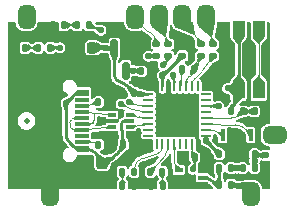
<source format=gbr>
%TF.GenerationSoftware,KiCad,Pcbnew,8.0.0-rc2-74-g5f063dd458*%
%TF.CreationDate,2024-01-29T02:35:24+02:00*%
%TF.ProjectId,SamoProg,53616d6f-5072-46f6-972e-6b696361645f,rev?*%
%TF.SameCoordinates,Original*%
%TF.FileFunction,Copper,L1,Top*%
%TF.FilePolarity,Positive*%
%FSLAX46Y46*%
G04 Gerber Fmt 4.6, Leading zero omitted, Abs format (unit mm)*
G04 Created by KiCad (PCBNEW 8.0.0-rc2-74-g5f063dd458) date 2024-01-29 02:35:24*
%MOMM*%
%LPD*%
G01*
G04 APERTURE LIST*
G04 Aperture macros list*
%AMRoundRect*
0 Rectangle with rounded corners*
0 $1 Rounding radius*
0 $2 $3 $4 $5 $6 $7 $8 $9 X,Y pos of 4 corners*
0 Add a 4 corners polygon primitive as box body*
4,1,4,$2,$3,$4,$5,$6,$7,$8,$9,$2,$3,0*
0 Add four circle primitives for the rounded corners*
1,1,$1+$1,$2,$3*
1,1,$1+$1,$4,$5*
1,1,$1+$1,$6,$7*
1,1,$1+$1,$8,$9*
0 Add four rect primitives between the rounded corners*
20,1,$1+$1,$2,$3,$4,$5,0*
20,1,$1+$1,$4,$5,$6,$7,0*
20,1,$1+$1,$6,$7,$8,$9,0*
20,1,$1+$1,$8,$9,$2,$3,0*%
G04 Aperture macros list end*
%TA.AperFunction,SMDPad,CuDef*%
%ADD10RoundRect,0.225000X0.250000X-0.225000X0.250000X0.225000X-0.250000X0.225000X-0.250000X-0.225000X0*%
%TD*%
%TA.AperFunction,SMDPad,CuDef*%
%ADD11C,0.500000*%
%TD*%
%TA.AperFunction,CastellatedPad*%
%ADD12RoundRect,0.500000X0.250000X-0.500000X0.250000X0.500000X-0.250000X0.500000X-0.250000X-0.500000X0*%
%TD*%
%TA.AperFunction,SMDPad,CuDef*%
%ADD13RoundRect,0.135000X0.185000X-0.135000X0.185000X0.135000X-0.185000X0.135000X-0.185000X-0.135000X0*%
%TD*%
%TA.AperFunction,SMDPad,CuDef*%
%ADD14RoundRect,0.147500X-0.147500X-0.172500X0.147500X-0.172500X0.147500X0.172500X-0.147500X0.172500X0*%
%TD*%
%TA.AperFunction,SMDPad,CuDef*%
%ADD15RoundRect,0.140000X-0.140000X-0.170000X0.140000X-0.170000X0.140000X0.170000X-0.140000X0.170000X0*%
%TD*%
%TA.AperFunction,SMDPad,CuDef*%
%ADD16RoundRect,0.135000X0.135000X0.185000X-0.135000X0.185000X-0.135000X-0.185000X0.135000X-0.185000X0*%
%TD*%
%TA.AperFunction,SMDPad,CuDef*%
%ADD17RoundRect,0.135000X-0.135000X-0.185000X0.135000X-0.185000X0.135000X0.185000X-0.135000X0.185000X0*%
%TD*%
%TA.AperFunction,SMDPad,CuDef*%
%ADD18R,1.000000X0.600000*%
%TD*%
%TA.AperFunction,SMDPad,CuDef*%
%ADD19R,1.150000X0.300000*%
%TD*%
%TA.AperFunction,ComponentPad*%
%ADD20O,1.850000X1.050000*%
%TD*%
%TA.AperFunction,ComponentPad*%
%ADD21O,2.150000X1.050000*%
%TD*%
%TA.AperFunction,SMDPad,CuDef*%
%ADD22RoundRect,0.140000X0.170000X-0.140000X0.170000X0.140000X-0.170000X0.140000X-0.170000X-0.140000X0*%
%TD*%
%TA.AperFunction,SMDPad,CuDef*%
%ADD23RoundRect,0.062500X0.375000X0.062500X-0.375000X0.062500X-0.375000X-0.062500X0.375000X-0.062500X0*%
%TD*%
%TA.AperFunction,SMDPad,CuDef*%
%ADD24RoundRect,0.062500X0.062500X0.375000X-0.062500X0.375000X-0.062500X-0.375000X0.062500X-0.375000X0*%
%TD*%
%TA.AperFunction,SMDPad,CuDef*%
%ADD25R,3.450000X3.450000*%
%TD*%
%TA.AperFunction,SMDPad,CuDef*%
%ADD26RoundRect,0.150000X-0.150000X0.587500X-0.150000X-0.587500X0.150000X-0.587500X0.150000X0.587500X0*%
%TD*%
%TA.AperFunction,CastellatedPad*%
%ADD27RoundRect,0.500000X-0.250000X0.500000X-0.250000X-0.500000X0.250000X-0.500000X0.250000X0.500000X0*%
%TD*%
%TA.AperFunction,SMDPad,CuDef*%
%ADD28R,1.000000X1.450000*%
%TD*%
%TA.AperFunction,CastellatedPad*%
%ADD29RoundRect,0.500000X-0.500000X-0.250000X0.500000X-0.250000X0.500000X0.250000X-0.500000X0.250000X0*%
%TD*%
%TA.AperFunction,SMDPad,CuDef*%
%ADD30RoundRect,0.147500X0.147500X0.172500X-0.147500X0.172500X-0.147500X-0.172500X0.147500X-0.172500X0*%
%TD*%
%TA.AperFunction,SMDPad,CuDef*%
%ADD31R,0.700000X0.450000*%
%TD*%
%TA.AperFunction,SMDPad,CuDef*%
%ADD32RoundRect,0.140000X0.140000X0.170000X-0.140000X0.170000X-0.140000X-0.170000X0.140000X-0.170000X0*%
%TD*%
%TA.AperFunction,SMDPad,CuDef*%
%ADD33RoundRect,0.225000X-0.225000X-0.250000X0.225000X-0.250000X0.225000X0.250000X-0.225000X0.250000X0*%
%TD*%
%TA.AperFunction,SMDPad,CuDef*%
%ADD34RoundRect,0.140000X-0.170000X0.140000X-0.170000X-0.140000X0.170000X-0.140000X0.170000X0.140000X0*%
%TD*%
%TA.AperFunction,SMDPad,CuDef*%
%ADD35R,0.700000X0.340000*%
%TD*%
%TA.AperFunction,SMDPad,CuDef*%
%ADD36R,0.400000X1.000000*%
%TD*%
%TA.AperFunction,ViaPad*%
%ADD37C,0.550000*%
%TD*%
%TA.AperFunction,Conductor*%
%ADD38C,0.125000*%
%TD*%
%TA.AperFunction,Conductor*%
%ADD39C,0.250000*%
%TD*%
G04 APERTURE END LIST*
D10*
%TO.P,C3,1*%
%TO.N,GND*%
X134600000Y-45775000D03*
%TO.P,C3,2*%
%TO.N,USB_P*%
X134600000Y-44225000D03*
%TD*%
D11*
%TO.P,FID1,*%
%TO.N,*%
X128200000Y-40600000D03*
%TD*%
D12*
%TO.P,SWDIO,1,1*%
%TO.N,/SWDIO*%
X141400000Y-31800000D03*
%TD*%
D13*
%TO.P,R9,1*%
%TO.N,/iTXD*%
X140200000Y-35110000D03*
%TO.P,R9,2*%
%TO.N,/TXD*%
X140200000Y-34090000D03*
%TD*%
D14*
%TO.P,D3,1,K*%
%TO.N,GND*%
X138750000Y-46100000D03*
%TO.P,D3,2,A*%
%TO.N,Net-(D3-A)*%
X139720000Y-46100000D03*
%TD*%
D15*
%TO.P,C4,1*%
%TO.N,Net-(U3-PG10)*%
X147520000Y-39800000D03*
%TO.P,C4,2*%
%TO.N,GND*%
X148480000Y-39800000D03*
%TD*%
D16*
%TO.P,R8,1*%
%TO.N,/TPWR_C*%
X147510000Y-43400000D03*
%TO.P,R8,2*%
%TO.N,GND*%
X146490000Y-43400000D03*
%TD*%
D17*
%TO.P,R7,1*%
%TO.N,TPWR*%
X146490000Y-44600000D03*
%TO.P,R7,2*%
%TO.N,/TPWR_C*%
X147510000Y-44600000D03*
%TD*%
D13*
%TO.P,R14,1*%
%TO.N,/xSWD*%
X143000000Y-35110000D03*
%TO.P,R14,2*%
%TO.N,/SWDIO*%
X143000000Y-34090000D03*
%TD*%
D18*
%TO.P,J1,A1_B12,GND*%
%TO.N,GND*%
X133000000Y-37400000D03*
%TO.P,J1,A4_B9,VBUS*%
%TO.N,USB_P*%
X133000000Y-38200000D03*
D19*
%TO.P,J1,A5,CC1*%
%TO.N,/CC1*%
X132925000Y-39350000D03*
%TO.P,J1,A6,DP1*%
%TO.N,Net-(J1-DP1)*%
X132925000Y-40350000D03*
%TO.P,J1,A7,DN1*%
%TO.N,Net-(J1-DN1)*%
X132925000Y-40850000D03*
%TO.P,J1,A8,SBU1*%
%TO.N,unconnected-(J1-SBU1-PadA8)*%
X132925000Y-41850000D03*
D18*
%TO.P,J1,A9_B4,VBUS*%
%TO.N,USB_P*%
X133000000Y-43000000D03*
%TO.P,J1,A12_B1,GND*%
%TO.N,GND*%
X133000000Y-43800000D03*
D19*
%TO.P,J1,B5,CC2*%
%TO.N,/CC2*%
X132925000Y-42350000D03*
%TO.P,J1,B6,DP2*%
%TO.N,Net-(J1-DP1)*%
X132925000Y-41350000D03*
%TO.P,J1,B7,DN2*%
%TO.N,Net-(J1-DN1)*%
X132925000Y-39850000D03*
%TO.P,J1,B8,SBU2*%
%TO.N,unconnected-(J1-SBU2-PadB8)*%
X132925000Y-38850000D03*
D20*
%TO.P,J1,SH1,SHIELD*%
%TO.N,GND*%
X128200000Y-36280000D03*
%TO.P,J1,SH2,SHIELD*%
X128200000Y-44920000D03*
D21*
%TO.P,J1,SH3,SHIELD*%
X132350000Y-36280000D03*
%TO.P,J1,SH4,SHIELD*%
X132350000Y-44920000D03*
%TD*%
D22*
%TO.P,C10,1*%
%TO.N,3V3*%
X141400000Y-35080000D03*
%TO.P,C10,2*%
%TO.N,GND*%
X141400000Y-34120000D03*
%TD*%
D16*
%TO.P,R3,1*%
%TO.N,GND*%
X135310000Y-42600000D03*
%TO.P,R3,2*%
%TO.N,/CC2*%
X134290000Y-42600000D03*
%TD*%
D23*
%TO.P,U3,1,VDD*%
%TO.N,3V3*%
X143400000Y-41850000D03*
%TO.P,U3,2,PF0*%
%TO.N,Net-(U3-PF0)*%
X143400000Y-41350000D03*
%TO.P,U3,3,PF1*%
%TO.N,Net-(U3-PF1)*%
X143400000Y-40850000D03*
%TO.P,U3,4,PG10*%
%TO.N,Net-(U3-PG10)*%
X143400000Y-40350000D03*
%TO.P,U3,5,PA0*%
%TO.N,unconnected-(U3-PA0-Pad5)*%
X143400000Y-39850000D03*
%TO.P,U3,6,PA1*%
%TO.N,/TPWR_C*%
X143400000Y-39350000D03*
%TO.P,U3,7,PA2*%
%TO.N,unconnected-(U3-PA2-Pad7)*%
X143400000Y-38850000D03*
%TO.P,U3,8,PA3*%
%TO.N,unconnected-(U3-PA3-Pad8)*%
X143400000Y-38350000D03*
D24*
%TO.P,U3,9,PA4*%
%TO.N,unconnected-(U3-PA4-Pad9)*%
X142712500Y-37662500D03*
%TO.P,U3,10,PA5*%
%TO.N,/xSWCLK*%
X142212500Y-37662500D03*
%TO.P,U3,11,PA6*%
%TO.N,/xSWD*%
X141712500Y-37662500D03*
%TO.P,U3,12,PA7*%
%TO.N,/iSWDO*%
X141212500Y-37662500D03*
%TO.P,U3,13,PB0*%
%TO.N,/LED0*%
X140712500Y-37662500D03*
%TO.P,U3,14,VSSA*%
%TO.N,GND*%
X140212500Y-37662500D03*
%TO.P,U3,15,VDDA*%
%TO.N,3V3*%
X139712500Y-37662500D03*
%TO.P,U3,16,VSS*%
%TO.N,GND*%
X139212500Y-37662500D03*
D23*
%TO.P,U3,17,VDD*%
%TO.N,3V3*%
X138525000Y-38350000D03*
%TO.P,U3,18,PA8*%
%TO.N,unconnected-(U3-PA8-Pad18)*%
X138525000Y-38850000D03*
%TO.P,U3,19,PA9*%
%TO.N,/iTXD*%
X138525000Y-39350000D03*
%TO.P,U3,20,PA10*%
%TO.N,/iRXD*%
X138525000Y-39850000D03*
%TO.P,U3,21,PA11*%
%TO.N,/D_N*%
X138525000Y-40350000D03*
%TO.P,U3,22,PA12*%
%TO.N,/D_P*%
X138525000Y-40850000D03*
%TO.P,U3,23,PA13*%
%TO.N,unconnected-(U3-PA13-Pad23)*%
X138525000Y-41350000D03*
%TO.P,U3,24,PA14*%
%TO.N,unconnected-(U3-PA14-Pad24)*%
X138525000Y-41850000D03*
D24*
%TO.P,U3,25,PA15*%
%TO.N,unconnected-(U3-PA15-Pad25)*%
X139212500Y-42537500D03*
%TO.P,U3,26,PB3*%
%TO.N,/LED1*%
X139712500Y-42537500D03*
%TO.P,U3,27,PB4*%
%TO.N,/LED2*%
X140212500Y-42537500D03*
%TO.P,U3,28,PB5*%
%TO.N,/iRST*%
X140712500Y-42537500D03*
%TO.P,U3,29,PB6*%
%TO.N,unconnected-(U3-PB6-Pad29)*%
X141212500Y-42537500D03*
%TO.P,U3,30,PB7*%
%TO.N,unconnected-(U3-PB7-Pad30)*%
X141712500Y-42537500D03*
%TO.P,U3,31,PB8*%
%TO.N,Net-(U3-PB8)*%
X142212500Y-42537500D03*
%TO.P,U3,32,VSS*%
%TO.N,GND*%
X142712500Y-42537500D03*
D25*
%TO.P,U3,33,VSS*%
X140962500Y-40100000D03*
%TD*%
D14*
%TO.P,D4,1,K*%
%TO.N,GND*%
X130415000Y-32500000D03*
%TO.P,D4,2,A*%
%TO.N,Net-(D4-A)*%
X131385000Y-32500000D03*
%TD*%
D12*
%TO.P,TX,1,1*%
%TO.N,/TXD*%
X139400000Y-31800000D03*
%TD*%
D17*
%TO.P,R16,1*%
%TO.N,/LED2*%
X138690000Y-44900000D03*
%TO.P,R16,2*%
%TO.N,Net-(D3-A)*%
X139710000Y-44900000D03*
%TD*%
%TO.P,R6,1*%
%TO.N,Net-(Q1-D)*%
X144490000Y-44600000D03*
%TO.P,R6,2*%
%TO.N,TPWR*%
X145510000Y-44600000D03*
%TD*%
D12*
%TO.P,SWDCK,1,1*%
%TO.N,/SWCLK*%
X143400000Y-31800000D03*
%TD*%
D26*
%TO.P,U4,1,GND*%
%TO.N,GND*%
X137550000Y-34462500D03*
%TO.P,U4,2,VO*%
%TO.N,3V3*%
X135650000Y-34462500D03*
%TO.P,U4,3,VI*%
%TO.N,USB_P*%
X136600000Y-36337500D03*
%TD*%
D16*
%TO.P,R15,1*%
%TO.N,/LED1*%
X137310000Y-44900000D03*
%TO.P,R15,2*%
%TO.N,Net-(D2-A)*%
X136290000Y-44900000D03*
%TD*%
D27*
%TO.P,RES,1,1*%
%TO.N,/RST*%
X147200000Y-46800000D03*
%TD*%
D17*
%TO.P,R12,1*%
%TO.N,/iSWDO*%
X141400000Y-36200000D03*
%TO.P,R12,2*%
%TO.N,/xSWD*%
X142420000Y-36200000D03*
%TD*%
D15*
%TO.P,C8,1*%
%TO.N,3V3*%
X144520000Y-43400000D03*
%TO.P,C8,2*%
%TO.N,GND*%
X145480000Y-43400000D03*
%TD*%
D28*
%TO.P,SW1,1,1*%
%TO.N,3V3*%
X146150000Y-37975000D03*
X146150000Y-32825000D03*
%TO.P,SW1,2,2*%
%TO.N,Net-(U3-PB8)*%
X147850000Y-37975000D03*
X147850000Y-32825000D03*
%TD*%
D15*
%TO.P,C2,1*%
%TO.N,USB_P*%
X136400000Y-42600000D03*
%TO.P,C2,2*%
%TO.N,GND*%
X137360000Y-42600000D03*
%TD*%
D29*
%TO.P,VCC,1,1*%
%TO.N,TPWR*%
X149200000Y-41800000D03*
%TD*%
D17*
%TO.P,R1,1*%
%TO.N,Net-(Q1-D)*%
X144490000Y-46000000D03*
%TO.P,R1,2*%
%TO.N,/RST*%
X145510000Y-46000000D03*
%TD*%
D12*
%TO.P,RX,1,1*%
%TO.N,/RXD*%
X137400000Y-31800000D03*
%TD*%
D16*
%TO.P,R4,1*%
%TO.N,Net-(U3-PG10)*%
X146510000Y-39800000D03*
%TO.P,R4,2*%
%TO.N,3V3*%
X145490000Y-39800000D03*
%TD*%
%TO.P,R11,1*%
%TO.N,3V3*%
X130220000Y-34400000D03*
%TO.P,R11,2*%
%TO.N,Net-(D1-A)*%
X129200000Y-34400000D03*
%TD*%
%TO.P,R17,1*%
%TO.N,/LED0*%
X133510000Y-32500000D03*
%TO.P,R17,2*%
%TO.N,Net-(D4-A)*%
X132490000Y-32500000D03*
%TD*%
D14*
%TO.P,D1,1,K*%
%TO.N,GND*%
X127115000Y-34400000D03*
%TO.P,D1,2,A*%
%TO.N,Net-(D1-A)*%
X128085000Y-34400000D03*
%TD*%
D13*
%TO.P,R10,1*%
%TO.N,/iRXD*%
X139200000Y-35110000D03*
%TO.P,R10,2*%
%TO.N,/RXD*%
X139200000Y-34090000D03*
%TD*%
D30*
%TO.P,D2,1,K*%
%TO.N,GND*%
X137285000Y-46100000D03*
%TO.P,D2,2,A*%
%TO.N,Net-(D2-A)*%
X136315000Y-46100000D03*
%TD*%
D16*
%TO.P,R2,1*%
%TO.N,GND*%
X135310000Y-39000000D03*
%TO.P,R2,2*%
%TO.N,/CC1*%
X134290000Y-39000000D03*
%TD*%
D15*
%TO.P,C1,1*%
%TO.N,USB_P*%
X137920000Y-36400000D03*
%TO.P,C1,2*%
%TO.N,GND*%
X138880000Y-36400000D03*
%TD*%
D27*
%TO.P,GND,1,1*%
%TO.N,GND*%
X130200000Y-46800000D03*
%TD*%
D31*
%TO.P,Q1,1,G*%
%TO.N,/iRST*%
X141095815Y-44750000D03*
%TO.P,Q1,2,S*%
%TO.N,GND*%
X141095815Y-46050000D03*
%TO.P,Q1,3,D*%
%TO.N,Net-(Q1-D)*%
X143095815Y-45400000D03*
%TD*%
D13*
%TO.P,R13,1*%
%TO.N,/xSWCLK*%
X144000000Y-35110000D03*
%TO.P,R13,2*%
%TO.N,/SWCLK*%
X144000000Y-34090000D03*
%TD*%
D32*
%TO.P,C7,1*%
%TO.N,3V3*%
X137280000Y-38200000D03*
%TO.P,C7,2*%
%TO.N,GND*%
X136320000Y-38200000D03*
%TD*%
D33*
%TO.P,C6,1*%
%TO.N,GND*%
X132225000Y-34400000D03*
%TO.P,C6,2*%
%TO.N,3V3*%
X133775000Y-34400000D03*
%TD*%
D34*
%TO.P,C9,1*%
%TO.N,/TPWR_C*%
X148430000Y-43520000D03*
%TO.P,C9,2*%
%TO.N,GND*%
X148430000Y-44480000D03*
%TD*%
D35*
%TO.P,U1,1*%
%TO.N,Net-(J1-DN1)*%
X135450000Y-40100000D03*
%TO.P,U1,2*%
%TO.N,GND*%
X135450000Y-40600000D03*
%TO.P,U1,3*%
%TO.N,Net-(J1-DP1)*%
X135450000Y-41100000D03*
%TO.P,U1,4*%
%TO.N,/D_P*%
X136950000Y-41100000D03*
%TO.P,U1,5*%
%TO.N,USB_P*%
X136950000Y-40600000D03*
%TO.P,U1,6*%
%TO.N,/D_N*%
X136950000Y-40100000D03*
%TD*%
D36*
%TO.P,Y1,1,1*%
%TO.N,Net-(U3-PF0)*%
X144800000Y-41800000D03*
%TO.P,Y1,2,2*%
%TO.N,GND*%
X146000000Y-41800000D03*
%TO.P,Y1,3,3*%
%TO.N,Net-(U3-PF1)*%
X147200000Y-41800000D03*
%TD*%
D12*
%TO.P,+5V,1,1*%
%TO.N,USB_P*%
X128200000Y-31800000D03*
%TD*%
D16*
%TO.P,R5,1*%
%TO.N,GND*%
X143460000Y-43680000D03*
%TO.P,R5,2*%
%TO.N,Net-(U3-PB8)*%
X142440000Y-43680000D03*
%TD*%
D37*
%TO.N,GND*%
X127152500Y-43740000D03*
X142112500Y-41250000D03*
X140962500Y-38950000D03*
X135300000Y-38000000D03*
X138630000Y-44110000D03*
X133812500Y-33340000D03*
X129550000Y-39000000D03*
X128900000Y-37920000D03*
X134560000Y-40610000D03*
X135442500Y-32620000D03*
X130770000Y-39650000D03*
X144800000Y-32850000D03*
X134092500Y-41820000D03*
X130900000Y-35300000D03*
X146762500Y-40590000D03*
X128350000Y-42900000D03*
X144300000Y-36600000D03*
X141490000Y-43750000D03*
X127200000Y-35250000D03*
X135200000Y-41800000D03*
X136392500Y-33140000D03*
X135612500Y-44360000D03*
X127500000Y-45900000D03*
X148412500Y-36640000D03*
X145062500Y-36900000D03*
X127662500Y-37880000D03*
X127480000Y-33570000D03*
X140962500Y-41250000D03*
X134952500Y-43260000D03*
X147002500Y-39060000D03*
X141470000Y-33380000D03*
X147027964Y-36897004D03*
X148172500Y-40550000D03*
X136750000Y-43600000D03*
X146080000Y-45360000D03*
X129900000Y-43400000D03*
X139812500Y-38950000D03*
X130350000Y-40950000D03*
X139812500Y-40100000D03*
X140162500Y-44100000D03*
X129640000Y-33310000D03*
X130880000Y-37180000D03*
X138402500Y-33680000D03*
X134270000Y-35980000D03*
X130820000Y-41900000D03*
X148220000Y-45320000D03*
X133000000Y-45950000D03*
X131492500Y-33370000D03*
X146000002Y-41800000D03*
X128690000Y-35180000D03*
X137262500Y-41800000D03*
X138462500Y-42650000D03*
X130840000Y-44140000D03*
X140560000Y-33150000D03*
X141890000Y-45470000D03*
X130470000Y-33380000D03*
X145462500Y-35400000D03*
X148462500Y-34300000D03*
X132710000Y-33270000D03*
X143420000Y-44570000D03*
X140590000Y-45460000D03*
X145262500Y-34000000D03*
X135530000Y-45370000D03*
X140962500Y-40100000D03*
X145792500Y-42730000D03*
X137672500Y-33300000D03*
X138010000Y-45550000D03*
X142112500Y-38950000D03*
X142182500Y-35380000D03*
X136670000Y-34920000D03*
X139812500Y-41250000D03*
X145072500Y-45300000D03*
X142112500Y-40100000D03*
%TO.N,USB_P*%
X137210000Y-36337500D03*
X131540000Y-39090000D03*
%TO.N,3V3*%
X143400000Y-42280000D03*
X139706468Y-36739300D03*
X145230000Y-37850000D03*
X134860000Y-34430000D03*
X131029998Y-34400000D03*
X137790000Y-38330006D03*
%TO.N,/TPWR_C*%
X144460000Y-39340000D03*
X147510000Y-44010000D03*
%TO.N,Net-(U3-PB8)*%
X142300000Y-44690000D03*
X147850000Y-37975000D03*
%TO.N,TPWR*%
X146010000Y-44600000D03*
%TO.N,/iTXD*%
X139770000Y-35890000D03*
X136900000Y-39000000D03*
%TO.N,/iRXD*%
X138520000Y-35120000D03*
X136200000Y-39170000D03*
%TO.N,/LED0*%
X140600000Y-36740000D03*
X134510000Y-32920000D03*
%TD*%
D38*
%TO.N,GND*%
X138880000Y-36400000D02*
X137550000Y-35070000D01*
X140212500Y-37662500D02*
X140212500Y-39350000D01*
X139212500Y-37146714D02*
X139212500Y-37662500D01*
X142712500Y-42264214D02*
G75*
G03*
X142419614Y-41557100I-1000000J14D01*
G01*
X139212500Y-37146714D02*
G75*
G03*
X138919614Y-36439600I-1000000J14D01*
G01*
X139505393Y-38642893D02*
G75*
G02*
X139212510Y-37935786I707107J707093D01*
G01*
D39*
%TO.N,USB_P*%
X132137107Y-38492893D02*
X131540000Y-39090000D01*
X136232238Y-40941022D02*
X136400000Y-42600000D01*
X136315624Y-40699211D02*
X136295502Y-40724629D01*
X137210000Y-36337500D02*
X137857500Y-36337500D01*
X136264302Y-42871395D02*
X136400000Y-42600000D01*
X136950000Y-40600000D02*
X136561942Y-40585627D01*
X134600000Y-44225000D02*
X135490833Y-43700045D01*
X131832893Y-42402893D02*
X132137107Y-42707107D01*
X134012893Y-43292893D02*
X134600000Y-43880000D01*
X134600000Y-43880000D02*
X134600000Y-44225000D01*
X136600000Y-36337500D02*
X137210000Y-36337500D01*
X131540000Y-39090000D02*
X131540000Y-41695786D01*
X136232238Y-40941022D02*
G75*
G02*
X136295482Y-40724613I298462J30222D01*
G01*
X132844214Y-43000000D02*
G75*
G02*
X132137100Y-42707114I-14J1000000D01*
G01*
X136264302Y-42871395D02*
G75*
G02*
X135490849Y-43700072I-1788902J894395D01*
G01*
X131540000Y-41695786D02*
G75*
G03*
X131832886Y-42402900I1000000J-14D01*
G01*
X132137107Y-38492893D02*
G75*
G02*
X132844214Y-38200010I707093J-707107D01*
G01*
X134012893Y-43292893D02*
G75*
G03*
X133305786Y-43000010I-707093J-707107D01*
G01*
X136561942Y-40585628D02*
G75*
G03*
X136315607Y-40699197I-11142J-299772D01*
G01*
D38*
%TO.N,Net-(U3-PG10)*%
X143400000Y-40350000D02*
X145545786Y-40350000D01*
X146252893Y-40057107D02*
X146510000Y-39800000D01*
D39*
X147520000Y-39800000D02*
X146510000Y-39800000D01*
D38*
X145545786Y-40350000D02*
G75*
G03*
X146252900Y-40057114I14J1000000D01*
G01*
D39*
%TO.N,3V3*%
X145490000Y-39430000D02*
X145857107Y-39062893D01*
X139712500Y-37662500D02*
X139712500Y-36745332D01*
X137790006Y-38330006D02*
X137790000Y-38330006D01*
X133775000Y-34400000D02*
X134830000Y-34400000D01*
X134830000Y-34400000D02*
X134860000Y-34430000D01*
X134860000Y-34430000D02*
X135617500Y-34430000D01*
X137810000Y-38350000D02*
X137790006Y-38330006D01*
X145490000Y-39800000D02*
X145490000Y-39430000D01*
X145230000Y-37850000D02*
X146025000Y-37850000D01*
X141400000Y-35080000D02*
X139740700Y-36739300D01*
X139712500Y-36745332D02*
X139706468Y-36739300D01*
X146150000Y-32825000D02*
X146150000Y-37975000D01*
X135827107Y-37167107D02*
X135796446Y-37136446D01*
X136354629Y-37383840D02*
X135827107Y-37167107D01*
D38*
X130220000Y-34400000D02*
X131029998Y-34400000D01*
D39*
X143400000Y-42280000D02*
X144520000Y-43400000D01*
X137430000Y-38350000D02*
X137810000Y-38350000D01*
X143400000Y-41850000D02*
X143400000Y-42280000D01*
X135650000Y-36782964D02*
X135650000Y-34462500D01*
X139740700Y-36739300D02*
X139706468Y-36739300D01*
X137810000Y-38350000D02*
X138525000Y-38350000D01*
X137280000Y-38200000D02*
X136681708Y-37601708D01*
X136681708Y-37601708D02*
G75*
G03*
X136354630Y-37383837I-707108J-707092D01*
G01*
X145857107Y-39062893D02*
G75*
G03*
X146149990Y-38355786I-707107J707093D01*
G01*
X135796446Y-37136446D02*
G75*
G02*
X135650017Y-36782964I353354J353446D01*
G01*
D38*
%TO.N,/TPWR_C*%
X143400000Y-39350000D02*
X144450000Y-39350000D01*
D39*
X147510000Y-44600000D02*
X147510000Y-43400000D01*
X147510000Y-43400000D02*
X147510000Y-44010000D01*
D38*
X144450000Y-39350000D02*
X144460000Y-39340000D01*
D39*
X147510000Y-43520000D02*
X147510000Y-44010000D01*
X148600000Y-43520000D02*
X147510000Y-43520000D01*
D38*
%TO.N,Net-(D1-A)*%
X128085000Y-34400000D02*
X129200000Y-34400000D01*
%TO.N,Net-(D2-A)*%
X136315000Y-46200000D02*
X136315000Y-44925000D01*
%TO.N,Net-(D3-A)*%
X139710000Y-44900000D02*
X139710000Y-46190000D01*
%TO.N,Net-(D4-A)*%
X131385000Y-32500000D02*
X132490000Y-32500000D01*
%TO.N,Net-(J1-DN1)*%
X133930000Y-40525736D02*
X133930000Y-39927567D01*
X133817868Y-40762132D02*
X133842132Y-40737868D01*
X132925000Y-40850000D02*
X133605736Y-40850000D01*
X133842132Y-40737868D02*
G75*
G03*
X133930025Y-40525736I-212132J212168D01*
G01*
X133817868Y-40762132D02*
G75*
G02*
X133605736Y-40850025I-212168J212132D01*
G01*
X133063149Y-39859176D02*
G75*
G02*
X135488276Y-40105234I-2321949J-34958924D01*
G01*
%TO.N,/CC2*%
X134040000Y-42350000D02*
X134290000Y-42600000D01*
X132925000Y-42350000D02*
X134040000Y-42350000D01*
%TO.N,/CC1*%
X133295619Y-39327263D02*
G75*
G03*
X134130865Y-39086827I-122419J1996263D01*
G01*
%TO.N,Net-(J1-DP1)*%
X132274264Y-40350000D02*
X132925000Y-40350000D01*
X131870000Y-40945736D02*
X131870000Y-40754264D01*
X132925000Y-41350000D02*
X132274264Y-41350000D01*
X131957868Y-40542132D02*
X132062132Y-40437868D01*
X132062132Y-41262132D02*
X131957868Y-41157868D01*
X131870000Y-40945736D02*
G75*
G03*
X131957886Y-41157850I300000J36D01*
G01*
X132274264Y-41350000D02*
G75*
G02*
X132062150Y-41262114I36J300000D01*
G01*
X135445588Y-41100773D02*
G75*
G02*
X133157832Y-41341594I-2891488J16481573D01*
G01*
X132274264Y-40350000D02*
G75*
G03*
X132062150Y-40437886I36J-300000D01*
G01*
X131957868Y-40542132D02*
G75*
G03*
X131869975Y-40754264I212132J-212168D01*
G01*
%TO.N,/iRST*%
X140712500Y-42537500D02*
X140712500Y-43952471D01*
X141005394Y-44659577D02*
G75*
G02*
X140712521Y-43952471I707106J707077D01*
G01*
D39*
%TO.N,Net-(Q1-D)*%
X144490000Y-46000000D02*
X144490000Y-44600000D01*
X144210000Y-46000000D02*
X144490000Y-46000000D01*
X143902893Y-45692893D02*
X144210000Y-46000000D01*
X143902893Y-45692893D02*
G75*
G03*
X143195786Y-45400010I-707093J-707107D01*
G01*
%TO.N,/RST*%
X145510000Y-46000000D02*
X145985786Y-46000000D01*
X146692893Y-46292893D02*
G75*
G03*
X145985786Y-46000010I-707093J-707107D01*
G01*
D38*
%TO.N,Net-(U3-PB8)*%
X142212500Y-42537500D02*
X142218816Y-43061722D01*
X142440000Y-43680000D02*
X142440000Y-44550000D01*
X142258296Y-43250518D02*
X142440000Y-43680000D01*
X142440000Y-44550000D02*
X142300000Y-44690000D01*
X147850000Y-32825000D02*
X147850000Y-37975000D01*
X142218816Y-43061722D02*
G75*
G03*
X142258294Y-43250519I499984J6022D01*
G01*
D39*
%TO.N,TPWR*%
X146010000Y-44600000D02*
X146490000Y-44600000D01*
X145510000Y-44600000D02*
X146010000Y-44600000D01*
D38*
%TO.N,/iTXD*%
X140200000Y-35460000D02*
X139770000Y-35890000D01*
X137275361Y-39161920D02*
X136900000Y-39000000D01*
X138525000Y-39350000D02*
X137555645Y-39236981D01*
X140200000Y-35110000D02*
X140200000Y-35460000D01*
X137555645Y-39236980D02*
G75*
G02*
X137275358Y-39161927I115755J993180D01*
G01*
%TO.N,/iRXD*%
X136233704Y-39192037D02*
X136200000Y-39170000D01*
X138525000Y-39850000D02*
X137866315Y-39777523D01*
X138520000Y-35120000D02*
X139190000Y-35120000D01*
X137866315Y-39777522D02*
G75*
G02*
X136233701Y-39192041I407785J3706122D01*
G01*
%TO.N,/xSWD*%
X143000000Y-35110000D02*
X142420000Y-36200000D01*
X142005393Y-36764607D02*
X142420000Y-36350000D01*
X141712500Y-37471714D02*
G75*
G02*
X142005386Y-36764600I1000000J14D01*
G01*
%TO.N,/iSWDO*%
X141212500Y-37662500D02*
X141400000Y-36200000D01*
%TO.N,/LED0*%
X140712500Y-36852500D02*
X140600000Y-36740000D01*
X140712500Y-37662500D02*
X140712500Y-36852500D01*
X133510000Y-32500000D02*
X134510000Y-32920000D01*
%TO.N,/LED1*%
X138030744Y-43740256D02*
X138590000Y-43560296D01*
X138590000Y-43560296D02*
X139350280Y-43315963D01*
X137310000Y-44900000D02*
X137342440Y-44588580D01*
X139350280Y-43315962D02*
G75*
G03*
X139696753Y-42864078I-152980J476062D01*
G01*
X138030744Y-43740257D02*
G75*
G03*
X137342458Y-44588582I306356J-951943D01*
G01*
%TO.N,/LED2*%
X140158190Y-42973448D02*
X140212500Y-42537500D01*
X138690000Y-44900000D02*
X139915563Y-43511599D01*
X139915563Y-43511599D02*
G75*
G03*
X140158212Y-42973451I-749663J661799D01*
G01*
%TO.N,/SWCLK*%
X144000000Y-34090000D02*
X143400000Y-31800000D01*
%TO.N,/SWDIO*%
X143000000Y-34090000D02*
X141400000Y-31800000D01*
%TO.N,/xSWCLK*%
X142505393Y-36932108D02*
X143089359Y-36348142D01*
X142212500Y-37639215D02*
G75*
G02*
X142505386Y-36932101I1000000J15D01*
G01*
X143089358Y-36348141D02*
G75*
G03*
X143980068Y-35147269I-3603758J3603741D01*
G01*
%TO.N,/RXD*%
X138718831Y-33141449D02*
X138319733Y-32882903D01*
X139200000Y-34090000D02*
X139165565Y-33842771D01*
X138077239Y-32661599D02*
X137400000Y-31800000D01*
X138718831Y-33141450D02*
G75*
G02*
X139165535Y-33842775I-543731J-839250D01*
G01*
X138319733Y-32882902D02*
G75*
G02*
X138077227Y-32661608I543667J839302D01*
G01*
%TO.N,/TXD*%
X140200000Y-34090000D02*
X139400000Y-31800000D01*
%TO.N,/D_P*%
X137837258Y-40944861D02*
X138525000Y-40850000D01*
X136950000Y-41100000D02*
X137762962Y-40956536D01*
X137762962Y-40956537D02*
G75*
G02*
X137837258Y-40944862I347338J-1968163D01*
G01*
%TO.N,/D_N*%
X137880794Y-40279882D02*
X138525000Y-40350000D01*
X136950000Y-40100000D02*
X137700484Y-40251884D01*
X137880794Y-40279881D02*
G75*
G02*
X137700485Y-40251880I216506J1988681D01*
G01*
%TO.N,Net-(U3-PF1)*%
X143400000Y-40850000D02*
X145890465Y-40930859D01*
X146861247Y-41400082D02*
X147200000Y-41800000D01*
X146861247Y-41400082D02*
G75*
G03*
X145890466Y-40930821I-1013947J-858818D01*
G01*
%TO.N,Net-(U3-PF0)*%
X143611815Y-41357845D02*
G75*
G02*
X144697660Y-41727137I-74015J-1998655D01*
G01*
%TD*%
%TA.AperFunction,Conductor*%
%TO.N,GND*%
G36*
X127228691Y-32229407D02*
G01*
X127264655Y-32278907D01*
X127269500Y-32309500D01*
X127269500Y-32355002D01*
X127275730Y-32423562D01*
X127324894Y-32581337D01*
X127410384Y-32722756D01*
X127410385Y-32722757D01*
X127410387Y-32722760D01*
X127527240Y-32839613D01*
X127668663Y-32925106D01*
X127826436Y-32974269D01*
X127895002Y-32980500D01*
X127895007Y-32980500D01*
X128504993Y-32980500D01*
X128504998Y-32980500D01*
X128573564Y-32974269D01*
X128731337Y-32925106D01*
X128872760Y-32839613D01*
X128989613Y-32722760D01*
X129075106Y-32581337D01*
X129124269Y-32423564D01*
X129130500Y-32354998D01*
X129130500Y-32309500D01*
X129149407Y-32251309D01*
X129198907Y-32215345D01*
X129229500Y-32210500D01*
X130810500Y-32210500D01*
X130868691Y-32229407D01*
X130904655Y-32278907D01*
X130909500Y-32309500D01*
X130909500Y-32710934D01*
X130915789Y-32758702D01*
X130964673Y-32863535D01*
X131046465Y-32945327D01*
X131151298Y-32994211D01*
X131199066Y-33000500D01*
X131199067Y-33000500D01*
X131570932Y-33000500D01*
X131570934Y-33000500D01*
X131618702Y-32994211D01*
X131723535Y-32945327D01*
X131724036Y-32944825D01*
X131740899Y-32931297D01*
X131903004Y-32828164D01*
X131962247Y-32812881D01*
X132012134Y-32830048D01*
X132120973Y-32904694D01*
X132137420Y-32915974D01*
X132151427Y-32927612D01*
X132171244Y-32947428D01*
X132171247Y-32947430D01*
X132272080Y-32994450D01*
X132272081Y-32994450D01*
X132272083Y-32994451D01*
X132318031Y-33000500D01*
X132661968Y-33000499D01*
X132707917Y-32994451D01*
X132808755Y-32947429D01*
X132887429Y-32868755D01*
X132910276Y-32819759D01*
X132952002Y-32775013D01*
X133012063Y-32763338D01*
X133067516Y-32789195D01*
X133089723Y-32819759D01*
X133102897Y-32848010D01*
X133112571Y-32868755D01*
X133191245Y-32947429D01*
X133191246Y-32947429D01*
X133191247Y-32947430D01*
X133292080Y-32994450D01*
X133292081Y-32994450D01*
X133292083Y-32994451D01*
X133338031Y-33000500D01*
X133638614Y-33000499D01*
X133645878Y-33000765D01*
X133676493Y-33003019D01*
X133872548Y-32978807D01*
X133932616Y-32990440D01*
X133956008Y-33008406D01*
X134173653Y-33234529D01*
X134175130Y-33236045D01*
X134175259Y-33236176D01*
X134175261Y-33236177D01*
X134175262Y-33236179D01*
X134178927Y-33238657D01*
X134198287Y-33255832D01*
X134208644Y-33267784D01*
X134318833Y-33338598D01*
X134444509Y-33375500D01*
X134444510Y-33375500D01*
X134575490Y-33375500D01*
X134575491Y-33375500D01*
X134701167Y-33338598D01*
X134811356Y-33267784D01*
X134897131Y-33168794D01*
X134951543Y-33049649D01*
X134960350Y-32988396D01*
X134970184Y-32920002D01*
X134970184Y-32919997D01*
X134951543Y-32790351D01*
X134941298Y-32767917D01*
X134897131Y-32671206D01*
X134811356Y-32572216D01*
X134754175Y-32535468D01*
X134701171Y-32501404D01*
X134701168Y-32501403D01*
X134701167Y-32501402D01*
X134638329Y-32482951D01*
X134575492Y-32464500D01*
X134575491Y-32464500D01*
X134531591Y-32464500D01*
X134513185Y-32462774D01*
X134496502Y-32459617D01*
X134496501Y-32459617D01*
X134484663Y-32459727D01*
X134180530Y-32462564D01*
X134122166Y-32444200D01*
X134102447Y-32425595D01*
X134100814Y-32423564D01*
X134058982Y-32371526D01*
X134037261Y-32314327D01*
X134053308Y-32255284D01*
X134100996Y-32216949D01*
X134136143Y-32210500D01*
X136370500Y-32210500D01*
X136428691Y-32229407D01*
X136464655Y-32278907D01*
X136469500Y-32309500D01*
X136469500Y-32355002D01*
X136475730Y-32423562D01*
X136524894Y-32581337D01*
X136610384Y-32722756D01*
X136610385Y-32722757D01*
X136610387Y-32722760D01*
X136727240Y-32839613D01*
X136868663Y-32925106D01*
X137026436Y-32974269D01*
X137095002Y-32980500D01*
X137095007Y-32980500D01*
X137704993Y-32980500D01*
X137704998Y-32980500D01*
X137773564Y-32974269D01*
X137859695Y-32947430D01*
X137916149Y-32929839D01*
X137977329Y-32930578D01*
X138016248Y-32955002D01*
X138024258Y-32963162D01*
X138024264Y-32963167D01*
X138024266Y-32963169D01*
X138130216Y-33049679D01*
X138130218Y-33049680D01*
X138182328Y-33083424D01*
X138182326Y-33083425D01*
X138182341Y-33083432D01*
X138583133Y-33343075D01*
X138590049Y-33347989D01*
X138682374Y-33419738D01*
X138694823Y-33431252D01*
X138770667Y-33514540D01*
X138780969Y-33528010D01*
X138792819Y-33546614D01*
X138808134Y-33605852D01*
X138800573Y-33638189D01*
X138723211Y-33822082D01*
X138723206Y-33822096D01*
X138719384Y-33837833D01*
X138712909Y-33856297D01*
X138705548Y-33872084D01*
X138699500Y-33918027D01*
X138699500Y-34261964D01*
X138699501Y-34261975D01*
X138705548Y-34307916D01*
X138752569Y-34408752D01*
X138752570Y-34408753D01*
X138752571Y-34408755D01*
X138831245Y-34487429D01*
X138831246Y-34487429D01*
X138831247Y-34487430D01*
X138878046Y-34509253D01*
X138922794Y-34550981D01*
X138934468Y-34611042D01*
X138908610Y-34666495D01*
X138868672Y-34692502D01*
X138861333Y-34695049D01*
X138861331Y-34695050D01*
X138850497Y-34701404D01*
X138836553Y-34709582D01*
X138836278Y-34709743D01*
X138828096Y-34714041D01*
X138826818Y-34714638D01*
X138766094Y-34722136D01*
X138745756Y-34715867D01*
X138727771Y-34708121D01*
X138709365Y-34700193D01*
X138709363Y-34700192D01*
X138709362Y-34700192D01*
X138705333Y-34699354D01*
X138697601Y-34697418D01*
X138585494Y-34664500D01*
X138585491Y-34664500D01*
X138454509Y-34664500D01*
X138454507Y-34664500D01*
X138328833Y-34701402D01*
X138328828Y-34701404D01*
X138218648Y-34772213D01*
X138218643Y-34772217D01*
X138132869Y-34871205D01*
X138078456Y-34990351D01*
X138059816Y-35119997D01*
X138059816Y-35120002D01*
X138078456Y-35249648D01*
X138103384Y-35304231D01*
X138132869Y-35368794D01*
X138218644Y-35467784D01*
X138280333Y-35507429D01*
X138327211Y-35537556D01*
X138328833Y-35538598D01*
X138454509Y-35575500D01*
X138454510Y-35575500D01*
X138585490Y-35575500D01*
X138585491Y-35575500D01*
X138697626Y-35542573D01*
X138704836Y-35540748D01*
X138709479Y-35539758D01*
X138764394Y-35516104D01*
X138825314Y-35510450D01*
X138849903Y-35519549D01*
X138868487Y-35529396D01*
X138904105Y-35542577D01*
X138912492Y-35545681D01*
X138919952Y-35548794D01*
X138932083Y-35554451D01*
X138978031Y-35560500D01*
X139265680Y-35560499D01*
X139323869Y-35579406D01*
X139359833Y-35628906D01*
X139359834Y-35690091D01*
X139355733Y-35700625D01*
X139328455Y-35760353D01*
X139309816Y-35889997D01*
X139309816Y-35890002D01*
X139328456Y-36019648D01*
X139357499Y-36083242D01*
X139382869Y-36138794D01*
X139456664Y-36223959D01*
X139480481Y-36280314D01*
X139466623Y-36339910D01*
X139435369Y-36372070D01*
X139405115Y-36391513D01*
X139405111Y-36391517D01*
X139319337Y-36490505D01*
X139264924Y-36609651D01*
X139246284Y-36739297D01*
X139246284Y-36739302D01*
X139264923Y-36868943D01*
X139264925Y-36868949D01*
X139269794Y-36879611D01*
X139276403Y-36904074D01*
X139277078Y-36903940D01*
X139278030Y-36908701D01*
X139278031Y-36908705D01*
X139402252Y-37316549D01*
X139402705Y-37318037D01*
X139407000Y-37346882D01*
X139407000Y-38061431D01*
X139407001Y-38061438D01*
X139421098Y-38132313D01*
X139421099Y-38132315D01*
X139464845Y-38197784D01*
X139474807Y-38212693D01*
X139555186Y-38266401D01*
X139626065Y-38280500D01*
X139798934Y-38280499D01*
X139869814Y-38266401D01*
X139950193Y-38212693D01*
X140003901Y-38132314D01*
X140018000Y-38061435D01*
X140018000Y-37666419D01*
X140018000Y-37344854D01*
X140021602Y-37318393D01*
X140076354Y-37120999D01*
X140086578Y-37084135D01*
X140120350Y-37033117D01*
X140177662Y-37011692D01*
X140236621Y-37028046D01*
X140261507Y-37051642D01*
X140387531Y-37221645D01*
X140406995Y-37279651D01*
X140407000Y-37280601D01*
X140407000Y-38061431D01*
X140407001Y-38061438D01*
X140421098Y-38132313D01*
X140421099Y-38132315D01*
X140464845Y-38197784D01*
X140474807Y-38212693D01*
X140555186Y-38266401D01*
X140626065Y-38280500D01*
X140798934Y-38280499D01*
X140869814Y-38266401D01*
X140907498Y-38241220D01*
X140966386Y-38224612D01*
X141017499Y-38241219D01*
X141055186Y-38266401D01*
X141126065Y-38280500D01*
X141298934Y-38280499D01*
X141369814Y-38266401D01*
X141407498Y-38241220D01*
X141466386Y-38224612D01*
X141517499Y-38241219D01*
X141555186Y-38266401D01*
X141626065Y-38280500D01*
X141798934Y-38280499D01*
X141869814Y-38266401D01*
X141907498Y-38241220D01*
X141966386Y-38224612D01*
X142017499Y-38241219D01*
X142055186Y-38266401D01*
X142126065Y-38280500D01*
X142298934Y-38280499D01*
X142369814Y-38266401D01*
X142407498Y-38241220D01*
X142466386Y-38224612D01*
X142517499Y-38241219D01*
X142555186Y-38266401D01*
X142626065Y-38280500D01*
X142682999Y-38280499D01*
X142741189Y-38299405D01*
X142777154Y-38348905D01*
X142782000Y-38379497D01*
X142782000Y-38436430D01*
X142782001Y-38436438D01*
X142796098Y-38507313D01*
X142796099Y-38507314D01*
X142821279Y-38544999D01*
X142837887Y-38603887D01*
X142821280Y-38655000D01*
X142796099Y-38692686D01*
X142782000Y-38763565D01*
X142782000Y-38936431D01*
X142782001Y-38936438D01*
X142796098Y-39007313D01*
X142796099Y-39007314D01*
X142821279Y-39044999D01*
X142837887Y-39103887D01*
X142821280Y-39155000D01*
X142796099Y-39192686D01*
X142782000Y-39263565D01*
X142782000Y-39436431D01*
X142782001Y-39436438D01*
X142796098Y-39507313D01*
X142796099Y-39507314D01*
X142821279Y-39544999D01*
X142837887Y-39603887D01*
X142821280Y-39655000D01*
X142796099Y-39692686D01*
X142782000Y-39763565D01*
X142782000Y-39936431D01*
X142782001Y-39936438D01*
X142796098Y-40007313D01*
X142796099Y-40007314D01*
X142821279Y-40044999D01*
X142837887Y-40103887D01*
X142821280Y-40155000D01*
X142796099Y-40192686D01*
X142782000Y-40263565D01*
X142782000Y-40436431D01*
X142782001Y-40436438D01*
X142796098Y-40507313D01*
X142796099Y-40507314D01*
X142821279Y-40544999D01*
X142837887Y-40603887D01*
X142821280Y-40655000D01*
X142796099Y-40692686D01*
X142782000Y-40763565D01*
X142782000Y-40936431D01*
X142782001Y-40936438D01*
X142796098Y-41007313D01*
X142796099Y-41007314D01*
X142821279Y-41044999D01*
X142837887Y-41103887D01*
X142821280Y-41155000D01*
X142796099Y-41192686D01*
X142782000Y-41263565D01*
X142782000Y-41436431D01*
X142782001Y-41436438D01*
X142796098Y-41507313D01*
X142796099Y-41507314D01*
X142821279Y-41544999D01*
X142837887Y-41603887D01*
X142821280Y-41655000D01*
X142796099Y-41692686D01*
X142782000Y-41763565D01*
X142782000Y-41936431D01*
X142782001Y-41936438D01*
X142796098Y-42007313D01*
X142796099Y-42007315D01*
X142840010Y-42073031D01*
X142849807Y-42087693D01*
X142867479Y-42099501D01*
X142905284Y-42124762D01*
X142943163Y-42172812D01*
X142948274Y-42221165D01*
X142939816Y-42279995D01*
X142939816Y-42280002D01*
X142958456Y-42409648D01*
X143012869Y-42528794D01*
X143098644Y-42627784D01*
X143208833Y-42698598D01*
X143208834Y-42698598D01*
X143209632Y-42699111D01*
X143212998Y-42700803D01*
X143591383Y-42908973D01*
X143613667Y-42925709D01*
X143813741Y-43125783D01*
X143830845Y-43148743D01*
X143859857Y-43202462D01*
X144046098Y-43547311D01*
X144047608Y-43550106D01*
X144059500Y-43597150D01*
X144059500Y-43607554D01*
X144062862Y-43633094D01*
X144065645Y-43654232D01*
X144065645Y-43654233D01*
X144113410Y-43756664D01*
X144113411Y-43756665D01*
X144113412Y-43756667D01*
X144193333Y-43836588D01*
X144193334Y-43836588D01*
X144193335Y-43836589D01*
X144295766Y-43884354D01*
X144295767Y-43884354D01*
X144295769Y-43884355D01*
X144342446Y-43890500D01*
X144342447Y-43890500D01*
X144697552Y-43890500D01*
X144697554Y-43890500D01*
X144744231Y-43884355D01*
X144846667Y-43836588D01*
X144926588Y-43756667D01*
X144974355Y-43654231D01*
X144980500Y-43607554D01*
X144980500Y-43192446D01*
X144974355Y-43145769D01*
X144974046Y-43145107D01*
X144926589Y-43043335D01*
X144926588Y-43043334D01*
X144926588Y-43043333D01*
X144846667Y-42963412D01*
X144846665Y-42963411D01*
X144846664Y-42963410D01*
X144744233Y-42915645D01*
X144713113Y-42911548D01*
X144697554Y-42909500D01*
X144697553Y-42909500D01*
X144684058Y-42909500D01*
X144639138Y-42898722D01*
X144269342Y-42710434D01*
X144244258Y-42692216D01*
X144045707Y-42493665D01*
X144028974Y-42471385D01*
X143897225Y-42231909D01*
X143885743Y-42171814D01*
X143911777Y-42116444D01*
X143928962Y-42101878D01*
X143950193Y-42087693D01*
X144003901Y-42007314D01*
X144018000Y-41936435D01*
X144017999Y-41805331D01*
X144036906Y-41747141D01*
X144086406Y-41711177D01*
X144147591Y-41711176D01*
X144148843Y-41711593D01*
X144170653Y-41719010D01*
X144193815Y-41726888D01*
X144204472Y-41731217D01*
X144227868Y-41742351D01*
X144261685Y-41758443D01*
X144301997Y-41793647D01*
X144339571Y-41851093D01*
X144395391Y-41936435D01*
X144403351Y-41948604D01*
X144419500Y-42002795D01*
X144419500Y-42317772D01*
X144419501Y-42317782D01*
X144429972Y-42370426D01*
X144429973Y-42370429D01*
X144469864Y-42430129D01*
X144469867Y-42430133D01*
X144529572Y-42470027D01*
X144582223Y-42480500D01*
X145017776Y-42480499D01*
X145017780Y-42480498D01*
X145017782Y-42480498D01*
X145035000Y-42477073D01*
X145070428Y-42470027D01*
X145130133Y-42430133D01*
X145170027Y-42370428D01*
X145180500Y-42317777D01*
X145180499Y-41282224D01*
X145178543Y-41272389D01*
X145185735Y-41211629D01*
X145227268Y-41166700D01*
X145278850Y-41154129D01*
X145878455Y-41173597D01*
X145886671Y-41174208D01*
X146054349Y-41193755D01*
X146070529Y-41197028D01*
X146228639Y-41243034D01*
X146244051Y-41248954D01*
X146392297Y-41320613D01*
X146406510Y-41329014D01*
X146540767Y-41424331D01*
X146553392Y-41434985D01*
X146645377Y-41526802D01*
X146666720Y-41558554D01*
X146810270Y-41900593D01*
X146811786Y-41904204D01*
X146819500Y-41942516D01*
X146819500Y-42317772D01*
X146819501Y-42317782D01*
X146829972Y-42370426D01*
X146829973Y-42370429D01*
X146869864Y-42430129D01*
X146869867Y-42430133D01*
X146929572Y-42470027D01*
X146982223Y-42480500D01*
X147417776Y-42480499D01*
X147417780Y-42480498D01*
X147417782Y-42480498D01*
X147435000Y-42477073D01*
X147470428Y-42470027D01*
X147530133Y-42430133D01*
X147570027Y-42370428D01*
X147580500Y-42317777D01*
X147580499Y-41282224D01*
X147580147Y-41280456D01*
X147570027Y-41229573D01*
X147570026Y-41229570D01*
X147530135Y-41169870D01*
X147530133Y-41169867D01*
X147470428Y-41129973D01*
X147470425Y-41129972D01*
X147470424Y-41129972D01*
X147417786Y-41119501D01*
X147417778Y-41119500D01*
X147417777Y-41119500D01*
X147417776Y-41119500D01*
X146982214Y-41119500D01*
X146979419Y-41119776D01*
X146978166Y-41119500D01*
X146977361Y-41119501D01*
X146977361Y-41119324D01*
X146919657Y-41106657D01*
X146903800Y-41095107D01*
X146812263Y-41013389D01*
X146630033Y-40891501D01*
X146432648Y-40796088D01*
X146432645Y-40796087D01*
X146432641Y-40796085D01*
X146223936Y-40728998D01*
X146223929Y-40728996D01*
X146030833Y-40695501D01*
X145976730Y-40666927D01*
X145949755Y-40612008D01*
X145960212Y-40551723D01*
X146004107Y-40509098D01*
X146017150Y-40503807D01*
X146022929Y-40501930D01*
X146140384Y-40442085D01*
X146156585Y-40435562D01*
X146582110Y-40306621D01*
X146588275Y-40304753D01*
X146616984Y-40300499D01*
X146681965Y-40300499D01*
X146681968Y-40300499D01*
X146727917Y-40294451D01*
X146727918Y-40294451D01*
X146828753Y-40247430D01*
X146828753Y-40247429D01*
X146828755Y-40247429D01*
X146837325Y-40238857D01*
X146864540Y-40219584D01*
X146965742Y-40171082D01*
X147026386Y-40162984D01*
X147049842Y-40170393D01*
X147183998Y-40232010D01*
X147186097Y-40233214D01*
X147295766Y-40284354D01*
X147295767Y-40284354D01*
X147295769Y-40284355D01*
X147342446Y-40290500D01*
X147342447Y-40290500D01*
X147697552Y-40290500D01*
X147697554Y-40290500D01*
X147744231Y-40284355D01*
X147846667Y-40236588D01*
X147926588Y-40156667D01*
X147974355Y-40054231D01*
X147980500Y-40007554D01*
X147980500Y-39592446D01*
X147974355Y-39545769D01*
X147970012Y-39536456D01*
X147926589Y-39443335D01*
X147926588Y-39443334D01*
X147926588Y-39443333D01*
X147846667Y-39363412D01*
X147846665Y-39363411D01*
X147846664Y-39363410D01*
X147744233Y-39315645D01*
X147713113Y-39311548D01*
X147697554Y-39309500D01*
X147342446Y-39309500D01*
X147322841Y-39312081D01*
X147295769Y-39315645D01*
X147186104Y-39366782D01*
X147184021Y-39367976D01*
X147049847Y-39429601D01*
X146989076Y-39436706D01*
X146965740Y-39428913D01*
X146864540Y-39380412D01*
X146837326Y-39361141D01*
X146828756Y-39352571D01*
X146828752Y-39352569D01*
X146727919Y-39305549D01*
X146704943Y-39302524D01*
X146681969Y-39299500D01*
X146681967Y-39299500D01*
X146338035Y-39299500D01*
X146338032Y-39299501D01*
X146330830Y-39300449D01*
X146270670Y-39289295D01*
X146228556Y-39244910D01*
X146220573Y-39184248D01*
X146249771Y-39130479D01*
X146251039Y-39129297D01*
X146283019Y-39100000D01*
X146494234Y-38906500D01*
X146549913Y-38881134D01*
X146561109Y-38880499D01*
X146667772Y-38880499D01*
X146667776Y-38880499D01*
X146667780Y-38880498D01*
X146667782Y-38880498D01*
X146685000Y-38877073D01*
X146720428Y-38870027D01*
X146780133Y-38830133D01*
X146820027Y-38770428D01*
X146830500Y-38717777D01*
X146830499Y-37232224D01*
X146830498Y-37232222D01*
X146830498Y-37232216D01*
X146828766Y-37223509D01*
X146826897Y-37206791D01*
X146826874Y-37205916D01*
X146824302Y-37195876D01*
X146820725Y-37183082D01*
X146820027Y-37179571D01*
X146810305Y-37165022D01*
X146803355Y-37152829D01*
X146793353Y-37131971D01*
X146475300Y-36707900D01*
X146455511Y-36650003D01*
X146455500Y-36648500D01*
X146455500Y-34151498D01*
X146474407Y-34093307D01*
X146475299Y-34092100D01*
X146793353Y-33668028D01*
X146814866Y-33631158D01*
X146815176Y-33630448D01*
X146815876Y-33629171D01*
X146816164Y-33628606D01*
X146816181Y-33628614D01*
X146818045Y-33625211D01*
X146820025Y-33620431D01*
X146820025Y-33620430D01*
X146820027Y-33620428D01*
X146820277Y-33619167D01*
X146823577Y-33606814D01*
X146827352Y-33595637D01*
X146827406Y-33591743D01*
X146829299Y-33573811D01*
X146830500Y-33567777D01*
X146830499Y-32309499D01*
X146849406Y-32251309D01*
X146898906Y-32215345D01*
X146929499Y-32210500D01*
X147070500Y-32210500D01*
X147128691Y-32229407D01*
X147164655Y-32278907D01*
X147169500Y-32309500D01*
X147169500Y-33514916D01*
X147169302Y-33521182D01*
X147169010Y-33525776D01*
X147169500Y-33535413D01*
X147169500Y-33567777D01*
X147176426Y-33602598D01*
X147176783Y-33604968D01*
X147177924Y-33610208D01*
X147178287Y-33611953D01*
X147179972Y-33620427D01*
X147179972Y-33620428D01*
X147191468Y-33637632D01*
X147197584Y-33646785D01*
X147201057Y-33652376D01*
X147216387Y-33678999D01*
X147582505Y-34097420D01*
X147606595Y-34153663D01*
X147607000Y-34162611D01*
X147607000Y-36637387D01*
X147588093Y-36695578D01*
X147582505Y-36702579D01*
X147216386Y-37121001D01*
X147216380Y-37121008D01*
X147188986Y-37162403D01*
X147188985Y-37162405D01*
X147185539Y-37169532D01*
X147180439Y-37178444D01*
X147179973Y-37179570D01*
X147178716Y-37185890D01*
X147174808Y-37199989D01*
X147173037Y-37204927D01*
X147173036Y-37204929D01*
X147173020Y-37206118D01*
X147171128Y-37224037D01*
X147169500Y-37232222D01*
X147169500Y-38717772D01*
X147169501Y-38717782D01*
X147179972Y-38770426D01*
X147179973Y-38770429D01*
X147219864Y-38830129D01*
X147219867Y-38830133D01*
X147279572Y-38870027D01*
X147319599Y-38877988D01*
X147332212Y-38880498D01*
X147332213Y-38880498D01*
X147332223Y-38880500D01*
X148367776Y-38880499D01*
X148367780Y-38880498D01*
X148367782Y-38880498D01*
X148385000Y-38877073D01*
X148420428Y-38870027D01*
X148480133Y-38830133D01*
X148520027Y-38770428D01*
X148530500Y-38717777D01*
X148530499Y-37285080D01*
X148530699Y-37278791D01*
X148530981Y-37274338D01*
X148530983Y-37274333D01*
X148530982Y-37274327D01*
X148530990Y-37274209D01*
X148530499Y-37264552D01*
X148530499Y-37232226D01*
X148530499Y-37232224D01*
X148523582Y-37197450D01*
X148523237Y-37195141D01*
X148522085Y-37189843D01*
X148521724Y-37188107D01*
X148520027Y-37179572D01*
X148508555Y-37162403D01*
X148502406Y-37153201D01*
X148498947Y-37147632D01*
X148483611Y-37120999D01*
X148483608Y-37120996D01*
X148483609Y-37120996D01*
X148117495Y-36702580D01*
X148093405Y-36646336D01*
X148093000Y-36637388D01*
X148093000Y-34162608D01*
X148111907Y-34104417D01*
X148117493Y-34097419D01*
X148483611Y-33678998D01*
X148508881Y-33640823D01*
X148510984Y-33637646D01*
X148510989Y-33637638D01*
X148510988Y-33637638D01*
X148510993Y-33637632D01*
X148513694Y-33632049D01*
X148513697Y-33632038D01*
X148514455Y-33630473D01*
X148519560Y-33621553D01*
X148520025Y-33620431D01*
X148520025Y-33620430D01*
X148520027Y-33620428D01*
X148521286Y-33614093D01*
X148525202Y-33599975D01*
X148526962Y-33595071D01*
X148526978Y-33593901D01*
X148528871Y-33575964D01*
X148530500Y-33567777D01*
X148530499Y-32309499D01*
X148549406Y-32251309D01*
X148598906Y-32215345D01*
X148629499Y-32210500D01*
X148690500Y-32210500D01*
X148748691Y-32229407D01*
X148784655Y-32278907D01*
X148789500Y-32309500D01*
X148789500Y-40770500D01*
X148770593Y-40828691D01*
X148721093Y-40864655D01*
X148690500Y-40869500D01*
X148644997Y-40869500D01*
X148576437Y-40875730D01*
X148418662Y-40924894D01*
X148277243Y-41010384D01*
X148160384Y-41127243D01*
X148074894Y-41268662D01*
X148025730Y-41426437D01*
X148019500Y-41494997D01*
X148019500Y-42105002D01*
X148025730Y-42173562D01*
X148074894Y-42331337D01*
X148160384Y-42472756D01*
X148160385Y-42472757D01*
X148160387Y-42472760D01*
X148277240Y-42589613D01*
X148277242Y-42589614D01*
X148277243Y-42589615D01*
X148322552Y-42617005D01*
X148418663Y-42675106D01*
X148576436Y-42724269D01*
X148645002Y-42730500D01*
X148690500Y-42730500D01*
X148748691Y-42749407D01*
X148784655Y-42798907D01*
X148789500Y-42829500D01*
X148789500Y-42966616D01*
X148770593Y-43024807D01*
X148721093Y-43060771D01*
X148677578Y-43064769D01*
X148637555Y-43059500D01*
X148637554Y-43059500D01*
X148222446Y-43059500D01*
X148222442Y-43059500D01*
X148175771Y-43065644D01*
X148161650Y-43072228D01*
X148137443Y-43079919D01*
X148130574Y-43081161D01*
X148060972Y-43108579D01*
X147999900Y-43112315D01*
X147964297Y-43094915D01*
X147963693Y-43094450D01*
X147941026Y-43076999D01*
X147911693Y-43040391D01*
X147907429Y-43031245D01*
X147828755Y-42952571D01*
X147828753Y-42952570D01*
X147828752Y-42952569D01*
X147727919Y-42905549D01*
X147699751Y-42901841D01*
X147681969Y-42899500D01*
X147681967Y-42899500D01*
X147338035Y-42899500D01*
X147338024Y-42899501D01*
X147292083Y-42905548D01*
X147191247Y-42952569D01*
X147112569Y-43031247D01*
X147065549Y-43132080D01*
X147065549Y-43132081D01*
X147059500Y-43178032D01*
X147059500Y-43621964D01*
X147059501Y-43621975D01*
X147065548Y-43667915D01*
X147065549Y-43667919D01*
X147071004Y-43679618D01*
X147078883Y-43704893D01*
X147079779Y-43710175D01*
X147090371Y-43737957D01*
X147093434Y-43799066D01*
X147092945Y-43800812D01*
X147080691Y-43843043D01*
X147079871Y-43847121D01*
X147079342Y-43847014D01*
X147072569Y-43871345D01*
X147068456Y-43880351D01*
X147049816Y-44009997D01*
X147049816Y-44010002D01*
X147068455Y-44139643D01*
X147068456Y-44139646D01*
X147068456Y-44139647D01*
X147068457Y-44139649D01*
X147086552Y-44179271D01*
X147088623Y-44183806D01*
X147095597Y-44244593D01*
X147091069Y-44260212D01*
X147088887Y-44265933D01*
X147050484Y-44313565D01*
X146991418Y-44329528D01*
X146934250Y-44307724D01*
X146906664Y-44272495D01*
X146887429Y-44231245D01*
X146808755Y-44152571D01*
X146808753Y-44152570D01*
X146808752Y-44152569D01*
X146707919Y-44105549D01*
X146684943Y-44102524D01*
X146661969Y-44099500D01*
X146661967Y-44099500D01*
X146318035Y-44099500D01*
X146318024Y-44099501D01*
X146272085Y-44105548D01*
X146178739Y-44149076D01*
X146118010Y-44156532D01*
X146109009Y-44154341D01*
X146075495Y-44144500D01*
X146075491Y-44144500D01*
X145944509Y-44144500D01*
X145944505Y-44144500D01*
X145898718Y-44157945D01*
X145837558Y-44156198D01*
X145828988Y-44152679D01*
X145727919Y-44105549D01*
X145704943Y-44102524D01*
X145681969Y-44099500D01*
X145681967Y-44099500D01*
X145338035Y-44099500D01*
X145338024Y-44099501D01*
X145292083Y-44105548D01*
X145191247Y-44152569D01*
X145112569Y-44231247D01*
X145089724Y-44280239D01*
X145047995Y-44324987D01*
X144987934Y-44336661D01*
X144932481Y-44310802D01*
X144910276Y-44280239D01*
X144887430Y-44231247D01*
X144887429Y-44231246D01*
X144887429Y-44231245D01*
X144808755Y-44152571D01*
X144808753Y-44152570D01*
X144808752Y-44152569D01*
X144707919Y-44105549D01*
X144684943Y-44102524D01*
X144661969Y-44099500D01*
X144661967Y-44099500D01*
X144318035Y-44099500D01*
X144318024Y-44099501D01*
X144272083Y-44105548D01*
X144171247Y-44152569D01*
X144092569Y-44231247D01*
X144045549Y-44332080D01*
X144045549Y-44332081D01*
X144039500Y-44378032D01*
X144039500Y-44821964D01*
X144039501Y-44821975D01*
X144045548Y-44867915D01*
X144045549Y-44867919D01*
X144051004Y-44879618D01*
X144058883Y-44904893D01*
X144059779Y-44910174D01*
X144059780Y-44910177D01*
X144059781Y-44910181D01*
X144168741Y-45195948D01*
X144178004Y-45220241D01*
X144184500Y-45255512D01*
X144184500Y-45310345D01*
X144165593Y-45368536D01*
X144116093Y-45404500D01*
X144054907Y-45404500D01*
X144027311Y-45390439D01*
X143880020Y-45283429D01*
X143854551Y-45270452D01*
X143833895Y-45256388D01*
X143830517Y-45253399D01*
X143822337Y-45246161D01*
X143803469Y-45235155D01*
X143656200Y-45149249D01*
X143622705Y-45111713D01*
X143621260Y-45112680D01*
X143575950Y-45044870D01*
X143575948Y-45044867D01*
X143516243Y-45004973D01*
X143516240Y-45004972D01*
X143516239Y-45004972D01*
X143463601Y-44994501D01*
X143463593Y-44994500D01*
X143463592Y-44994500D01*
X143463591Y-44994500D01*
X142815737Y-44994500D01*
X142757546Y-44975593D01*
X142721582Y-44926093D01*
X142721582Y-44864907D01*
X142725679Y-44854384D01*
X142741543Y-44819649D01*
X142760184Y-44690000D01*
X142757496Y-44671311D01*
X142756634Y-44651876D01*
X142756716Y-44650370D01*
X142709545Y-44321257D01*
X142720006Y-44260975D01*
X142721040Y-44259069D01*
X142857187Y-44015155D01*
X142875718Y-43967492D01*
X142875719Y-43967487D01*
X142876524Y-43965417D01*
X142879074Y-43959446D01*
X142879358Y-43958837D01*
X142884451Y-43947917D01*
X142890500Y-43901969D01*
X142890499Y-43458032D01*
X142884451Y-43412083D01*
X142853878Y-43346519D01*
X142837430Y-43311247D01*
X142837429Y-43311246D01*
X142837429Y-43311245D01*
X142758755Y-43232571D01*
X142758753Y-43232570D01*
X142758752Y-43232569D01*
X142718612Y-43213851D01*
X142698899Y-43201665D01*
X142544583Y-43079162D01*
X142510762Y-43028174D01*
X142509600Y-42979676D01*
X142516381Y-42949855D01*
X142516381Y-42949845D01*
X142516420Y-42949572D01*
X142517784Y-42938629D01*
X142517999Y-42936438D01*
X142518000Y-42936435D01*
X142517999Y-42138566D01*
X142503901Y-42067686D01*
X142490261Y-42047273D01*
X142450195Y-41987310D01*
X142450193Y-41987307D01*
X142369814Y-41933599D01*
X142298935Y-41919500D01*
X142298934Y-41919500D01*
X142126068Y-41919500D01*
X142126061Y-41919501D01*
X142055186Y-41933598D01*
X142055182Y-41933600D01*
X142017499Y-41958779D01*
X141958611Y-41975387D01*
X141907498Y-41958779D01*
X141869814Y-41933599D01*
X141798935Y-41919500D01*
X141798934Y-41919500D01*
X141626068Y-41919500D01*
X141626061Y-41919501D01*
X141555186Y-41933598D01*
X141555182Y-41933600D01*
X141517499Y-41958779D01*
X141458611Y-41975387D01*
X141407498Y-41958779D01*
X141369814Y-41933599D01*
X141298935Y-41919500D01*
X141298934Y-41919500D01*
X141126068Y-41919500D01*
X141126061Y-41919501D01*
X141055186Y-41933598D01*
X141055182Y-41933600D01*
X141017499Y-41958779D01*
X140958611Y-41975387D01*
X140907498Y-41958779D01*
X140869814Y-41933599D01*
X140798935Y-41919500D01*
X140798934Y-41919500D01*
X140626068Y-41919500D01*
X140626061Y-41919501D01*
X140555186Y-41933598D01*
X140555182Y-41933600D01*
X140517499Y-41958779D01*
X140458611Y-41975387D01*
X140407498Y-41958779D01*
X140369814Y-41933599D01*
X140298935Y-41919500D01*
X140298934Y-41919500D01*
X140126068Y-41919500D01*
X140126061Y-41919501D01*
X140055186Y-41933598D01*
X140055182Y-41933600D01*
X140017499Y-41958779D01*
X139958611Y-41975387D01*
X139907498Y-41958779D01*
X139869814Y-41933599D01*
X139798935Y-41919500D01*
X139798934Y-41919500D01*
X139626068Y-41919500D01*
X139626061Y-41919501D01*
X139555186Y-41933598D01*
X139555182Y-41933600D01*
X139517499Y-41958779D01*
X139458611Y-41975387D01*
X139407498Y-41958779D01*
X139369814Y-41933599D01*
X139298935Y-41919500D01*
X139241999Y-41919500D01*
X139183808Y-41900593D01*
X139147844Y-41851093D01*
X139142999Y-41820500D01*
X139142999Y-41763568D01*
X139142998Y-41763561D01*
X139128901Y-41692686D01*
X139128900Y-41692684D01*
X139103721Y-41655001D01*
X139087112Y-41596112D01*
X139103720Y-41544999D01*
X139128901Y-41507314D01*
X139143000Y-41436435D01*
X139142999Y-41263566D01*
X139128901Y-41192686D01*
X139128542Y-41192148D01*
X139103721Y-41155001D01*
X139087112Y-41096112D01*
X139103720Y-41044999D01*
X139128901Y-41007314D01*
X139143000Y-40936435D01*
X139142999Y-40763566D01*
X139128901Y-40692686D01*
X139128900Y-40692684D01*
X139103721Y-40655001D01*
X139087112Y-40596112D01*
X139103720Y-40544999D01*
X139128901Y-40507314D01*
X139143000Y-40436435D01*
X139142999Y-40263566D01*
X139128901Y-40192686D01*
X139128900Y-40192684D01*
X139103721Y-40155001D01*
X139087112Y-40096112D01*
X139103720Y-40044999D01*
X139128901Y-40007314D01*
X139143000Y-39936435D01*
X139142999Y-39763566D01*
X139128901Y-39692686D01*
X139125626Y-39687784D01*
X139103721Y-39655001D01*
X139087112Y-39596112D01*
X139103720Y-39544999D01*
X139128901Y-39507314D01*
X139143000Y-39436435D01*
X139142999Y-39263566D01*
X139128901Y-39192686D01*
X139124266Y-39185749D01*
X139103721Y-39155001D01*
X139087112Y-39096112D01*
X139103720Y-39044999D01*
X139128901Y-39007314D01*
X139143000Y-38936435D01*
X139142999Y-38763566D01*
X139128901Y-38692686D01*
X139128900Y-38692684D01*
X139103721Y-38655001D01*
X139087112Y-38596112D01*
X139103720Y-38544999D01*
X139128901Y-38507314D01*
X139143000Y-38436435D01*
X139142999Y-38263566D01*
X139128901Y-38192686D01*
X139075193Y-38112307D01*
X138994814Y-38058599D01*
X138923935Y-38044500D01*
X138397614Y-38044500D01*
X138365900Y-38039283D01*
X137964995Y-37903709D01*
X137951473Y-37901703D01*
X137938115Y-37898765D01*
X137855496Y-37874507D01*
X137855492Y-37874506D01*
X137855491Y-37874506D01*
X137758768Y-37874506D01*
X137700577Y-37855599D01*
X137688764Y-37845510D01*
X137686588Y-37843334D01*
X137686588Y-37843333D01*
X137606667Y-37763412D01*
X137606665Y-37763411D01*
X137606664Y-37763410D01*
X137504233Y-37715645D01*
X137473113Y-37711548D01*
X137457554Y-37709500D01*
X137457553Y-37709500D01*
X137444058Y-37709500D01*
X137399138Y-37698722D01*
X137029342Y-37510434D01*
X137004258Y-37492216D01*
X136906542Y-37394500D01*
X136906541Y-37394498D01*
X136885239Y-37373195D01*
X136857462Y-37318678D01*
X136867035Y-37258246D01*
X136910301Y-37214982D01*
X136913379Y-37213480D01*
X136942491Y-37199906D01*
X137024906Y-37117491D01*
X137074163Y-37011859D01*
X137080500Y-36963724D01*
X137080500Y-36892000D01*
X137099407Y-36833809D01*
X137148907Y-36797845D01*
X137179500Y-36793000D01*
X137275490Y-36793000D01*
X137275491Y-36793000D01*
X137275492Y-36792999D01*
X137275496Y-36792999D01*
X137322946Y-36779065D01*
X137350082Y-36771097D01*
X137369456Y-36767454D01*
X137376963Y-36766807D01*
X137418789Y-36754669D01*
X137479943Y-36756609D01*
X137498271Y-36765434D01*
X137550566Y-36797624D01*
X137568668Y-36811924D01*
X137593332Y-36836587D01*
X137593335Y-36836589D01*
X137695766Y-36884354D01*
X137695767Y-36884354D01*
X137695769Y-36884355D01*
X137742446Y-36890500D01*
X137742447Y-36890500D01*
X138097552Y-36890500D01*
X138097554Y-36890500D01*
X138144231Y-36884355D01*
X138246667Y-36836588D01*
X138326588Y-36756667D01*
X138374355Y-36654231D01*
X138380500Y-36607554D01*
X138380500Y-36192446D01*
X138374355Y-36145769D01*
X138371102Y-36138794D01*
X138326589Y-36043335D01*
X138326588Y-36043334D01*
X138326588Y-36043333D01*
X138246667Y-35963412D01*
X138246665Y-35963411D01*
X138246664Y-35963410D01*
X138144233Y-35915645D01*
X138107444Y-35910802D01*
X138097554Y-35909500D01*
X137742446Y-35909500D01*
X137742442Y-35909500D01*
X137695769Y-35915644D01*
X137691974Y-35917414D01*
X137668414Y-35923891D01*
X137668607Y-35924853D01*
X137663841Y-35925809D01*
X137581796Y-35950850D01*
X137525307Y-35951240D01*
X137376958Y-35908191D01*
X137365230Y-35906843D01*
X137348649Y-35903481D01*
X137302743Y-35890002D01*
X137275492Y-35882000D01*
X137275491Y-35882000D01*
X137179500Y-35882000D01*
X137121309Y-35863093D01*
X137085345Y-35813593D01*
X137080500Y-35783000D01*
X137080500Y-35711277D01*
X137080496Y-35711246D01*
X137074163Y-35663141D01*
X137024906Y-35557509D01*
X136942491Y-35475094D01*
X136836859Y-35425837D01*
X136788724Y-35419500D01*
X136411276Y-35419500D01*
X136363141Y-35425837D01*
X136257509Y-35475094D01*
X136175094Y-35557509D01*
X136144223Y-35623710D01*
X136102496Y-35668457D01*
X136042435Y-35680132D01*
X135986982Y-35654274D01*
X135957319Y-35600760D01*
X135955500Y-35581870D01*
X135955500Y-35568900D01*
X135963115Y-35530823D01*
X135963710Y-35529396D01*
X136107870Y-35183410D01*
X136108945Y-35180772D01*
X136109073Y-35180451D01*
X136110031Y-35175062D01*
X136117777Y-35150552D01*
X136124163Y-35136859D01*
X136130500Y-35088724D01*
X136130500Y-33836276D01*
X136124163Y-33788141D01*
X136074906Y-33682509D01*
X135992491Y-33600094D01*
X135886859Y-33550837D01*
X135838724Y-33544500D01*
X135461276Y-33544500D01*
X135413141Y-33550837D01*
X135307509Y-33600094D01*
X135225094Y-33682509D01*
X135175837Y-33788141D01*
X135169500Y-33836277D01*
X135169500Y-33910242D01*
X135150593Y-33968433D01*
X135101093Y-34004397D01*
X135042911Y-34005320D01*
X135026963Y-34000692D01*
X135026960Y-34000691D01*
X135015230Y-33999343D01*
X134998649Y-33995981D01*
X134957930Y-33984025D01*
X134925492Y-33974500D01*
X134925491Y-33974500D01*
X134794509Y-33974500D01*
X134794507Y-33974500D01*
X134794503Y-33974501D01*
X134731031Y-33993137D01*
X134705702Y-33997114D01*
X134704336Y-33997149D01*
X134704329Y-33997149D01*
X134704328Y-33997150D01*
X134704326Y-33997150D01*
X134704322Y-33997151D01*
X134638228Y-34012073D01*
X134577302Y-34006445D01*
X134567848Y-34001766D01*
X134272686Y-33835546D01*
X134246473Y-33820784D01*
X134244183Y-33819314D01*
X134242624Y-33818519D01*
X134239022Y-33816588D01*
X134198029Y-33793503D01*
X134198023Y-33793501D01*
X134198020Y-33793499D01*
X134188759Y-33790179D01*
X134177229Y-33785199D01*
X134126868Y-33759539D01*
X134031918Y-33744500D01*
X134031916Y-33744500D01*
X133518084Y-33744500D01*
X133518082Y-33744500D01*
X133423129Y-33759539D01*
X133423128Y-33759540D01*
X133308684Y-33817852D01*
X133217852Y-33908684D01*
X133159540Y-34023128D01*
X133159539Y-34023129D01*
X133144500Y-34118082D01*
X133144500Y-34681917D01*
X133159539Y-34776870D01*
X133159540Y-34776871D01*
X133217852Y-34891315D01*
X133217854Y-34891318D01*
X133308682Y-34982146D01*
X133308684Y-34982147D01*
X133423128Y-35040459D01*
X133423129Y-35040460D01*
X133423130Y-35040460D01*
X133423132Y-35040461D01*
X133482343Y-35049839D01*
X133518082Y-35055500D01*
X133518084Y-35055500D01*
X134031918Y-35055500D01*
X134057883Y-35051387D01*
X134126868Y-35040461D01*
X134178591Y-35014105D01*
X134192726Y-35008231D01*
X134198031Y-35006495D01*
X134238977Y-34983435D01*
X134242668Y-34981459D01*
X134244281Y-34980638D01*
X134246622Y-34979129D01*
X134511629Y-34829891D01*
X134571609Y-34817813D01*
X134593941Y-34823079D01*
X134681062Y-34854662D01*
X134694302Y-34856845D01*
X134706076Y-34859533D01*
X134794509Y-34885500D01*
X134794510Y-34885500D01*
X134925490Y-34885500D01*
X134925491Y-34885500D01*
X134925492Y-34885499D01*
X134925496Y-34885499D01*
X134974174Y-34871205D01*
X135000082Y-34863597D01*
X135019456Y-34859954D01*
X135026963Y-34859307D01*
X135026966Y-34859306D01*
X135026967Y-34859306D01*
X135042908Y-34854680D01*
X135104062Y-34856620D01*
X135152397Y-34894135D01*
X135169500Y-34949757D01*
X135169500Y-35088727D01*
X135175836Y-35136857D01*
X135183024Y-35152273D01*
X135190353Y-35174582D01*
X135192128Y-35183407D01*
X135192130Y-35183413D01*
X135336885Y-35530824D01*
X135344500Y-35568901D01*
X135344500Y-36829557D01*
X135344514Y-36829783D01*
X135344514Y-36836587D01*
X135344514Y-36846335D01*
X135362109Y-36957448D01*
X135364345Y-36971567D01*
X135364346Y-36971571D01*
X135403522Y-37092139D01*
X135403523Y-37092143D01*
X135461085Y-37205099D01*
X135461094Y-37205114D01*
X135535619Y-37307671D01*
X135535622Y-37307674D01*
X135569239Y-37341284D01*
X135580444Y-37352486D01*
X135580450Y-37352497D01*
X135580453Y-37352495D01*
X135592752Y-37364794D01*
X135601110Y-37374297D01*
X135609848Y-37385617D01*
X135609849Y-37385618D01*
X135620281Y-37393575D01*
X135630241Y-37402284D01*
X135639520Y-37411563D01*
X135639522Y-37411564D01*
X135639526Y-37411568D01*
X135651899Y-37418711D01*
X135662440Y-37425733D01*
X135673802Y-37434400D01*
X135673804Y-37434401D01*
X135673806Y-37434402D01*
X135685947Y-37439390D01*
X135697821Y-37445225D01*
X135709182Y-37451785D01*
X135709184Y-37451785D01*
X135709188Y-37451788D01*
X135722997Y-37455488D01*
X135734985Y-37459537D01*
X136079799Y-37601205D01*
X136235505Y-37665177D01*
X136241448Y-37667851D01*
X136314837Y-37703824D01*
X136326127Y-37710314D01*
X136355640Y-37729973D01*
X136391409Y-37753800D01*
X136401764Y-37761730D01*
X136463269Y-37815617D01*
X136468031Y-37820075D01*
X136499898Y-37851941D01*
X136499900Y-37851942D01*
X136573741Y-37925783D01*
X136590845Y-37948743D01*
X136786534Y-38311086D01*
X136807608Y-38350106D01*
X136819500Y-38397150D01*
X136819500Y-38407554D01*
X136825645Y-38454231D01*
X136825645Y-38454232D01*
X136826354Y-38459612D01*
X136815204Y-38519773D01*
X136770822Y-38561891D01*
X136756095Y-38567524D01*
X136746207Y-38570428D01*
X136708832Y-38581402D01*
X136708828Y-38581404D01*
X136598648Y-38652213D01*
X136598646Y-38652214D01*
X136598644Y-38652215D01*
X136598644Y-38652216D01*
X136582466Y-38670887D01*
X136525405Y-38736738D01*
X136473008Y-38768333D01*
X136412047Y-38763097D01*
X136397067Y-38755193D01*
X136391171Y-38751404D01*
X136391168Y-38751403D01*
X136391167Y-38751402D01*
X136307936Y-38726963D01*
X136265492Y-38714500D01*
X136265491Y-38714500D01*
X136134509Y-38714500D01*
X136134507Y-38714500D01*
X136008833Y-38751402D01*
X136008828Y-38751404D01*
X135898648Y-38822213D01*
X135898643Y-38822217D01*
X135812869Y-38921205D01*
X135758456Y-39040351D01*
X135739816Y-39169997D01*
X135739816Y-39170002D01*
X135758456Y-39299648D01*
X135789661Y-39367976D01*
X135812869Y-39418794D01*
X135898644Y-39517784D01*
X135942185Y-39545766D01*
X136007424Y-39587693D01*
X136008833Y-39588598D01*
X136134509Y-39625500D01*
X136182405Y-39625500D01*
X136198679Y-39626847D01*
X136217795Y-39630035D01*
X136403439Y-39624257D01*
X136462188Y-39641345D01*
X136499674Y-39689702D01*
X136501578Y-39750858D01*
X136476523Y-39793210D01*
X136469869Y-39799864D01*
X136429973Y-39859572D01*
X136429972Y-39859575D01*
X136419501Y-39912213D01*
X136419500Y-39912223D01*
X136419500Y-40219558D01*
X136400593Y-40277749D01*
X136353345Y-40312951D01*
X136296152Y-40333064D01*
X136197580Y-40390267D01*
X136197580Y-40390268D01*
X136127046Y-40451322D01*
X136070674Y-40475110D01*
X136047407Y-40469686D01*
X136051077Y-40475179D01*
X136048675Y-40536317D01*
X136033418Y-40563498D01*
X136027244Y-40571296D01*
X136026984Y-40571674D01*
X136019692Y-40580906D01*
X135995895Y-40626959D01*
X135966593Y-40683667D01*
X135965989Y-40684835D01*
X135965415Y-40686800D01*
X135964901Y-40687553D01*
X135964218Y-40689261D01*
X135963839Y-40689109D01*
X135930942Y-40737350D01*
X135873340Y-40757982D01*
X135851079Y-40756124D01*
X135817777Y-40749500D01*
X135817776Y-40749500D01*
X135082227Y-40749500D01*
X135082217Y-40749501D01*
X135029573Y-40759972D01*
X135029570Y-40759973D01*
X134969870Y-40799864D01*
X134969865Y-40799869D01*
X134929972Y-40859572D01*
X134926241Y-40868581D01*
X134923032Y-40867251D01*
X134901524Y-40905649D01*
X134896754Y-40909783D01*
X134870316Y-40931261D01*
X134819947Y-40952685D01*
X134282116Y-41018669D01*
X134278730Y-41019026D01*
X134138546Y-41031349D01*
X134078923Y-41017610D01*
X134038763Y-40971449D01*
X134033405Y-40910499D01*
X134050068Y-40876616D01*
X134049039Y-40875928D01*
X134099870Y-40799869D01*
X134111175Y-40782954D01*
X134152116Y-40684143D01*
X134172993Y-40579244D01*
X134172993Y-40579235D01*
X134173000Y-40579169D01*
X134173000Y-40522027D01*
X134173000Y-40521454D01*
X134173005Y-40482918D01*
X134173004Y-40482915D01*
X134173005Y-40474452D01*
X134173000Y-40474382D01*
X134173000Y-40306621D01*
X134191907Y-40248430D01*
X134241407Y-40212466D01*
X134281989Y-40208127D01*
X134653411Y-40245813D01*
X134655657Y-40246067D01*
X134846831Y-40269954D01*
X134902227Y-40295930D01*
X134922761Y-40332861D01*
X134926242Y-40331420D01*
X134929973Y-40340429D01*
X134963275Y-40390268D01*
X134969867Y-40400133D01*
X135029572Y-40440027D01*
X135082223Y-40450500D01*
X135817776Y-40450499D01*
X135817780Y-40450498D01*
X135817782Y-40450498D01*
X135835000Y-40447073D01*
X135870428Y-40440027D01*
X135900793Y-40419737D01*
X135959679Y-40403129D01*
X135970369Y-40407072D01*
X135965839Y-40353995D01*
X135969749Y-40341826D01*
X135972748Y-40326743D01*
X135980500Y-40287777D01*
X135980499Y-39912224D01*
X135970027Y-39859572D01*
X135930133Y-39799867D01*
X135870428Y-39759973D01*
X135870425Y-39759972D01*
X135870424Y-39759972D01*
X135817786Y-39749501D01*
X135817778Y-39749500D01*
X135817777Y-39749500D01*
X135817776Y-39749500D01*
X135082227Y-39749500D01*
X135082217Y-39749501D01*
X135029574Y-39759972D01*
X135029569Y-39759974D01*
X135009399Y-39773451D01*
X134950510Y-39790058D01*
X134943265Y-39789506D01*
X134302632Y-39716992D01*
X134302626Y-39716991D01*
X134302622Y-39716991D01*
X134274867Y-39714499D01*
X134131458Y-39701627D01*
X134075191Y-39677592D01*
X134043796Y-39625075D01*
X134049267Y-39564135D01*
X134089512Y-39518049D01*
X134136647Y-39504091D01*
X134174808Y-39502680D01*
X134178162Y-39502164D01*
X134181504Y-39501650D01*
X134196555Y-39500499D01*
X134461965Y-39500499D01*
X134461968Y-39500499D01*
X134507917Y-39494451D01*
X134608755Y-39447429D01*
X134687429Y-39368755D01*
X134734451Y-39267917D01*
X134740500Y-39221969D01*
X134740499Y-38778032D01*
X134734451Y-38732083D01*
X134687429Y-38631245D01*
X134608755Y-38552571D01*
X134608753Y-38552570D01*
X134608752Y-38552569D01*
X134507919Y-38505549D01*
X134484943Y-38502524D01*
X134461969Y-38499500D01*
X134461967Y-38499500D01*
X134118035Y-38499500D01*
X134118024Y-38499501D01*
X134072083Y-38505548D01*
X133971247Y-38552569D01*
X133892569Y-38631247D01*
X133864622Y-38691181D01*
X133822894Y-38735929D01*
X133762833Y-38747603D01*
X133707380Y-38721745D01*
X133677800Y-38668653D01*
X133668125Y-38620008D01*
X133672006Y-38619235D01*
X133668916Y-38580148D01*
X133668124Y-38579991D01*
X133668681Y-38577186D01*
X133668661Y-38576922D01*
X133668850Y-38576340D01*
X133670025Y-38570430D01*
X133670027Y-38570428D01*
X133680500Y-38517777D01*
X133680499Y-37882224D01*
X133670027Y-37829572D01*
X133663681Y-37820075D01*
X133630135Y-37769870D01*
X133630133Y-37769867D01*
X133570428Y-37729973D01*
X133570425Y-37729972D01*
X133570424Y-37729972D01*
X133517787Y-37719501D01*
X133517777Y-37719500D01*
X133517776Y-37719500D01*
X132548979Y-37719500D01*
X132490788Y-37700593D01*
X132454824Y-37651093D01*
X132450826Y-37633419D01*
X132450500Y-37630947D01*
X132450500Y-37630943D01*
X132409577Y-37478216D01*
X132330520Y-37341284D01*
X132218716Y-37229480D01*
X132081784Y-37150423D01*
X131929057Y-37109500D01*
X131770943Y-37109500D01*
X131618216Y-37150423D01*
X131481284Y-37229480D01*
X131369480Y-37341284D01*
X131290423Y-37478216D01*
X131249500Y-37630943D01*
X131249500Y-37789057D01*
X131290423Y-37941784D01*
X131369480Y-38078716D01*
X131481284Y-38190520D01*
X131618216Y-38269577D01*
X131690560Y-38288961D01*
X131741873Y-38322284D01*
X131763800Y-38379405D01*
X131747965Y-38438506D01*
X131712656Y-38471327D01*
X131352958Y-38669216D01*
X131349634Y-38670887D01*
X131238648Y-38742213D01*
X131238643Y-38742217D01*
X131152869Y-38841205D01*
X131098456Y-38960351D01*
X131079816Y-39089997D01*
X131079816Y-39090002D01*
X131098455Y-39219646D01*
X131102464Y-39228423D01*
X131108770Y-39252374D01*
X131109801Y-39252182D01*
X131110690Y-39256956D01*
X131181998Y-39502680D01*
X131226200Y-39655000D01*
X131230578Y-39670084D01*
X131234500Y-39697675D01*
X131234500Y-41742351D01*
X131234508Y-41742488D01*
X131234508Y-41798530D01*
X131266649Y-42001483D01*
X131330149Y-42196920D01*
X131330149Y-42196921D01*
X131423438Y-42380016D01*
X131544217Y-42546257D01*
X131544219Y-42546259D01*
X131588430Y-42590472D01*
X131588432Y-42590474D01*
X131606008Y-42608050D01*
X131616870Y-42618912D01*
X131651084Y-42653127D01*
X131651086Y-42653128D01*
X131741585Y-42743627D01*
X131769362Y-42798144D01*
X131759791Y-42858576D01*
X131716526Y-42901841D01*
X131697205Y-42909257D01*
X131618219Y-42930421D01*
X131618218Y-42930421D01*
X131485037Y-43007313D01*
X131481284Y-43009480D01*
X131369480Y-43121284D01*
X131290423Y-43258216D01*
X131249500Y-43410943D01*
X131249500Y-43569057D01*
X131290423Y-43721784D01*
X131369480Y-43858716D01*
X131481284Y-43970520D01*
X131618216Y-44049577D01*
X131770943Y-44090500D01*
X131770945Y-44090500D01*
X131929055Y-44090500D01*
X131929057Y-44090500D01*
X132081784Y-44049577D01*
X132218716Y-43970520D01*
X132330520Y-43858716D01*
X132409577Y-43721784D01*
X132450500Y-43569057D01*
X132450500Y-43569043D01*
X132450825Y-43566581D01*
X132451596Y-43564963D01*
X132452179Y-43562789D01*
X132452582Y-43562896D01*
X132477164Y-43511355D01*
X132530933Y-43482158D01*
X132548968Y-43480499D01*
X133517776Y-43480499D01*
X133517780Y-43480498D01*
X133517782Y-43480498D01*
X133535000Y-43477073D01*
X133570428Y-43470027D01*
X133608086Y-43444863D01*
X133666971Y-43428255D01*
X133724375Y-43449431D01*
X133725851Y-43450618D01*
X133789448Y-43502809D01*
X133793038Y-43505755D01*
X133800238Y-43512280D01*
X133879244Y-43591286D01*
X133907021Y-43645803D01*
X133908122Y-43656464D01*
X133939091Y-44291074D01*
X133939738Y-44299950D01*
X133939845Y-44301048D01*
X133940968Y-44306403D01*
X133940571Y-44306486D01*
X133944500Y-44331065D01*
X133944500Y-44481917D01*
X133959539Y-44576870D01*
X133959540Y-44576871D01*
X134017182Y-44690000D01*
X134017854Y-44691318D01*
X134108682Y-44782146D01*
X134108684Y-44782147D01*
X134223128Y-44840459D01*
X134223129Y-44840460D01*
X134223130Y-44840460D01*
X134223132Y-44840461D01*
X134282343Y-44849839D01*
X134318082Y-44855500D01*
X134318084Y-44855500D01*
X134881918Y-44855500D01*
X134911996Y-44850735D01*
X134976868Y-44840461D01*
X135091318Y-44782146D01*
X135182146Y-44691318D01*
X135240461Y-44576868D01*
X135242195Y-44565918D01*
X135258723Y-44524847D01*
X135375250Y-44357465D01*
X135381767Y-44345407D01*
X135395078Y-44320775D01*
X135395083Y-44320765D01*
X135395084Y-44320764D01*
X135397038Y-44315911D01*
X135398380Y-44311057D01*
X135405588Y-44292506D01*
X135429274Y-44246020D01*
X135447477Y-44220964D01*
X135505325Y-44163118D01*
X135505324Y-44163117D01*
X135523250Y-44145192D01*
X135524232Y-44142173D01*
X135530617Y-44134271D01*
X135530684Y-44134198D01*
X135639930Y-43977272D01*
X135670888Y-43948562D01*
X135681636Y-43942223D01*
X135760196Y-43895890D01*
X135971769Y-43735897D01*
X136163600Y-43552697D01*
X136333156Y-43348707D01*
X136334975Y-43346519D01*
X136335121Y-43346640D01*
X136347013Y-43333667D01*
X136352279Y-43329021D01*
X136624932Y-43088479D01*
X136648579Y-43073000D01*
X136726667Y-43036588D01*
X136806588Y-42956667D01*
X136854355Y-42854231D01*
X136860500Y-42807554D01*
X136860500Y-42392446D01*
X136854355Y-42345769D01*
X136820689Y-42273573D01*
X136818159Y-42266963D01*
X136818149Y-42266968D01*
X136816287Y-42262478D01*
X136816285Y-42262474D01*
X136811554Y-42253633D01*
X136809139Y-42248805D01*
X136806588Y-42243333D01*
X136806585Y-42243330D01*
X136806169Y-42242437D01*
X136801490Y-42234824D01*
X136648752Y-41949361D01*
X136637547Y-41912622D01*
X136601834Y-41559459D01*
X136614791Y-41499662D01*
X136660422Y-41458900D01*
X136700332Y-41450499D01*
X137317772Y-41450499D01*
X137317776Y-41450499D01*
X137317780Y-41450498D01*
X137317782Y-41450498D01*
X137335000Y-41447073D01*
X137370428Y-41440027D01*
X137430133Y-41400133D01*
X137470027Y-41340428D01*
X137470027Y-41340425D01*
X137473758Y-41331420D01*
X137475786Y-41332260D01*
X137499262Y-41290331D01*
X137505144Y-41285305D01*
X137545219Y-41253694D01*
X137589320Y-41233932D01*
X137750836Y-41205429D01*
X137750844Y-41205429D01*
X137762996Y-41203284D01*
X137762998Y-41203285D01*
X137790793Y-41198379D01*
X137851383Y-41206884D01*
X137895404Y-41249379D01*
X137907000Y-41295871D01*
X137907000Y-41436431D01*
X137907001Y-41436438D01*
X137921098Y-41507313D01*
X137921099Y-41507314D01*
X137946279Y-41544999D01*
X137962887Y-41603887D01*
X137946280Y-41655000D01*
X137921099Y-41692686D01*
X137907000Y-41763565D01*
X137907000Y-41936431D01*
X137907001Y-41936438D01*
X137921098Y-42007313D01*
X137921099Y-42007315D01*
X137965010Y-42073031D01*
X137974807Y-42087693D01*
X138055186Y-42141401D01*
X138126065Y-42155500D01*
X138808000Y-42155499D01*
X138866191Y-42174406D01*
X138902155Y-42223906D01*
X138907000Y-42254499D01*
X138907000Y-42936431D01*
X138907001Y-42936438D01*
X138921098Y-43007313D01*
X138921099Y-43007315D01*
X138953442Y-43055719D01*
X138970051Y-43114607D01*
X138948874Y-43172011D01*
X138901417Y-43204973D01*
X138570517Y-43311315D01*
X138570301Y-43311363D01*
X138531777Y-43323759D01*
X138515428Y-43329021D01*
X138515408Y-43329027D01*
X138515393Y-43329032D01*
X138460705Y-43346607D01*
X138460501Y-43346695D01*
X138004443Y-43493447D01*
X138004427Y-43493451D01*
X137996759Y-43495919D01*
X137996725Y-43495918D01*
X137858390Y-43540418D01*
X137675617Y-43634748D01*
X137675608Y-43634753D01*
X137510831Y-43757831D01*
X137368504Y-43906334D01*
X137252524Y-44076200D01*
X137166034Y-44262817D01*
X137143957Y-44342932D01*
X137110270Y-44394008D01*
X137090355Y-44406354D01*
X136991247Y-44452569D01*
X136912569Y-44531247D01*
X136889724Y-44580239D01*
X136847995Y-44624987D01*
X136787934Y-44636661D01*
X136732481Y-44610802D01*
X136710276Y-44580239D01*
X136687430Y-44531247D01*
X136687429Y-44531246D01*
X136687429Y-44531245D01*
X136608755Y-44452571D01*
X136608753Y-44452570D01*
X136608752Y-44452569D01*
X136507919Y-44405549D01*
X136484943Y-44402524D01*
X136461969Y-44399500D01*
X136461967Y-44399500D01*
X136118035Y-44399500D01*
X136118024Y-44399501D01*
X136072083Y-44405548D01*
X135971247Y-44452569D01*
X135892569Y-44531247D01*
X135845549Y-44632080D01*
X135845549Y-44632081D01*
X135839500Y-44678032D01*
X135839500Y-45121964D01*
X135839501Y-45121975D01*
X135845548Y-45167915D01*
X135865900Y-45211559D01*
X135868651Y-45218052D01*
X135878450Y-45243690D01*
X135884557Y-45253399D01*
X135890475Y-45264261D01*
X135892569Y-45268752D01*
X135897539Y-45275849D01*
X135897536Y-45275850D01*
X135902928Y-45282609D01*
X136002989Y-45441707D01*
X136017964Y-45501031D01*
X136005077Y-45543643D01*
X135875243Y-45770165D01*
X135875237Y-45770178D01*
X135859868Y-45810492D01*
X135857090Y-45817058D01*
X135845789Y-45841295D01*
X135839500Y-45889067D01*
X135839500Y-46290500D01*
X135820593Y-46348691D01*
X135771093Y-46384655D01*
X135740500Y-46389500D01*
X126709500Y-46389500D01*
X126651309Y-46370593D01*
X126615345Y-46321093D01*
X126610500Y-46290500D01*
X126610500Y-40600004D01*
X127444751Y-40600004D01*
X127463685Y-40768053D01*
X127463688Y-40768065D01*
X127519544Y-40927690D01*
X127519544Y-40927691D01*
X127609520Y-41070886D01*
X127609523Y-41070890D01*
X127729110Y-41190477D01*
X127729112Y-41190478D01*
X127729113Y-41190479D01*
X127853541Y-41268663D01*
X127872310Y-41280456D01*
X127909985Y-41293639D01*
X128031934Y-41336311D01*
X128031938Y-41336312D01*
X128031941Y-41336313D01*
X128031942Y-41336313D01*
X128031946Y-41336314D01*
X128199996Y-41355249D01*
X128200000Y-41355249D01*
X128200004Y-41355249D01*
X128368053Y-41336314D01*
X128368055Y-41336313D01*
X128368059Y-41336313D01*
X128527690Y-41280456D01*
X128670890Y-41190477D01*
X128790477Y-41070890D01*
X128880456Y-40927690D01*
X128936313Y-40768059D01*
X128936819Y-40763568D01*
X128955249Y-40600004D01*
X128955249Y-40599995D01*
X128936314Y-40431946D01*
X128936311Y-40431934D01*
X128909039Y-40353995D01*
X128880456Y-40272310D01*
X128863805Y-40245811D01*
X128790479Y-40129113D01*
X128790478Y-40129112D01*
X128790477Y-40129110D01*
X128670890Y-40009523D01*
X128670887Y-40009521D01*
X128670886Y-40009520D01*
X128527691Y-39919544D01*
X128368065Y-39863688D01*
X128368053Y-39863685D01*
X128200004Y-39844751D01*
X128199996Y-39844751D01*
X128031946Y-39863685D01*
X128031934Y-39863688D01*
X127872309Y-39919544D01*
X127872308Y-39919544D01*
X127729113Y-40009520D01*
X127609520Y-40129113D01*
X127519544Y-40272308D01*
X127519544Y-40272309D01*
X127463688Y-40431934D01*
X127463685Y-40431946D01*
X127444751Y-40599995D01*
X127444751Y-40600004D01*
X126610500Y-40600004D01*
X126610500Y-34610934D01*
X127609500Y-34610934D01*
X127615789Y-34658702D01*
X127664673Y-34763535D01*
X127746465Y-34845327D01*
X127851298Y-34894211D01*
X127899066Y-34900500D01*
X127899067Y-34900500D01*
X128270932Y-34900500D01*
X128270934Y-34900500D01*
X128318702Y-34894211D01*
X128423535Y-34845327D01*
X128424036Y-34844825D01*
X128440899Y-34831297D01*
X128608188Y-34724865D01*
X128667434Y-34709582D01*
X128717323Y-34726749D01*
X128847422Y-34815975D01*
X128861427Y-34827612D01*
X128881244Y-34847428D01*
X128881247Y-34847430D01*
X128982080Y-34894450D01*
X128982081Y-34894450D01*
X128982083Y-34894451D01*
X129028031Y-34900500D01*
X129371968Y-34900499D01*
X129417917Y-34894451D01*
X129518755Y-34847429D01*
X129597429Y-34768755D01*
X129620276Y-34719759D01*
X129662002Y-34675013D01*
X129722063Y-34663338D01*
X129777516Y-34689195D01*
X129799723Y-34719759D01*
X129815380Y-34753335D01*
X129822571Y-34768755D01*
X129901245Y-34847429D01*
X129901246Y-34847429D01*
X129901247Y-34847430D01*
X130002080Y-34894450D01*
X130002081Y-34894450D01*
X130002083Y-34894451D01*
X130048031Y-34900500D01*
X130391968Y-34900499D01*
X130437917Y-34894451D01*
X130437918Y-34894451D01*
X130538752Y-34847431D01*
X130538753Y-34847429D01*
X130538755Y-34847429D01*
X130558572Y-34827610D01*
X130572573Y-34815978D01*
X130627531Y-34778285D01*
X130686212Y-34760966D01*
X130722687Y-34769005D01*
X130840632Y-34819806D01*
X130844648Y-34820641D01*
X130852374Y-34822574D01*
X130964507Y-34855500D01*
X130964508Y-34855500D01*
X131095488Y-34855500D01*
X131095489Y-34855500D01*
X131221165Y-34818598D01*
X131331354Y-34747784D01*
X131417129Y-34648794D01*
X131471541Y-34529649D01*
X131488924Y-34408752D01*
X131490182Y-34400002D01*
X131490182Y-34399997D01*
X131471541Y-34270351D01*
X131467710Y-34261963D01*
X131417129Y-34151206D01*
X131331354Y-34052216D01*
X131260133Y-34006445D01*
X131221169Y-33981404D01*
X131221166Y-33981403D01*
X131221165Y-33981402D01*
X131158041Y-33962867D01*
X131095490Y-33944500D01*
X131095489Y-33944500D01*
X130964507Y-33944500D01*
X130964505Y-33944500D01*
X130964501Y-33944501D01*
X130852399Y-33977416D01*
X130845194Y-33979241D01*
X130840526Y-33980238D01*
X130840517Y-33980241D01*
X130722686Y-34030993D01*
X130661762Y-34036647D01*
X130627529Y-34021712D01*
X130625712Y-34020466D01*
X130572579Y-33984025D01*
X130558572Y-33972387D01*
X130538755Y-33952571D01*
X130538752Y-33952569D01*
X130437919Y-33905549D01*
X130414943Y-33902524D01*
X130391969Y-33899500D01*
X130391967Y-33899500D01*
X130048035Y-33899500D01*
X130048024Y-33899501D01*
X130002083Y-33905548D01*
X129901247Y-33952569D01*
X129822569Y-34031247D01*
X129799724Y-34080239D01*
X129757995Y-34124987D01*
X129697934Y-34136661D01*
X129642481Y-34110802D01*
X129620276Y-34080239D01*
X129597430Y-34031247D01*
X129597429Y-34031246D01*
X129597429Y-34031245D01*
X129518755Y-33952571D01*
X129518753Y-33952570D01*
X129518752Y-33952569D01*
X129417919Y-33905549D01*
X129394943Y-33902524D01*
X129371969Y-33899500D01*
X129371967Y-33899500D01*
X129028035Y-33899500D01*
X129028024Y-33899501D01*
X128982083Y-33905548D01*
X128881246Y-33952570D01*
X128881242Y-33952572D01*
X128861427Y-33972387D01*
X128847419Y-33984025D01*
X128717323Y-34073248D01*
X128658641Y-34090567D01*
X128608188Y-34075132D01*
X128440903Y-33968703D01*
X128424047Y-33955184D01*
X128423537Y-33954674D01*
X128419023Y-33952569D01*
X128318702Y-33905789D01*
X128270934Y-33899500D01*
X127899066Y-33899500D01*
X127851298Y-33905789D01*
X127746465Y-33954673D01*
X127664673Y-34036465D01*
X127615789Y-34141298D01*
X127609500Y-34189066D01*
X127609500Y-34610934D01*
X126610500Y-34610934D01*
X126610500Y-32309500D01*
X126629407Y-32251309D01*
X126678907Y-32215345D01*
X126709500Y-32210500D01*
X127170500Y-32210500D01*
X127228691Y-32229407D01*
G37*
%TD.AperFunction*%
%TA.AperFunction,Conductor*%
G36*
X139331891Y-43596971D02*
G01*
X139381275Y-43633094D01*
X139399995Y-43691345D01*
X139380901Y-43749475D01*
X139375217Y-43756543D01*
X138973452Y-44211689D01*
X138938486Y-44237058D01*
X138581185Y-44391385D01*
X138541934Y-44399500D01*
X138518038Y-44399500D01*
X138518023Y-44399501D01*
X138472083Y-44405548D01*
X138371247Y-44452569D01*
X138292569Y-44531247D01*
X138245549Y-44632080D01*
X138245549Y-44632081D01*
X138239500Y-44678032D01*
X138239500Y-45121964D01*
X138239501Y-45121975D01*
X138245548Y-45167916D01*
X138292569Y-45268752D01*
X138292570Y-45268753D01*
X138292571Y-45268755D01*
X138371245Y-45347429D01*
X138371246Y-45347429D01*
X138371247Y-45347430D01*
X138472080Y-45394450D01*
X138472081Y-45394450D01*
X138472083Y-45394451D01*
X138518031Y-45400500D01*
X138861968Y-45400499D01*
X138907917Y-45394451D01*
X139008755Y-45347429D01*
X139087429Y-45268755D01*
X139108691Y-45223156D01*
X139150418Y-45178411D01*
X139210480Y-45166736D01*
X139265933Y-45192594D01*
X139290325Y-45230942D01*
X139290873Y-45230704D01*
X139292392Y-45234193D01*
X139292611Y-45234537D01*
X139292811Y-45235152D01*
X139292812Y-45235156D01*
X139292815Y-45235163D01*
X139355480Y-45347429D01*
X139407502Y-45440630D01*
X139419354Y-45500656D01*
X139407903Y-45536408D01*
X139278185Y-45773440D01*
X139278182Y-45773446D01*
X139264498Y-45811009D01*
X139261206Y-45818953D01*
X139250790Y-45841293D01*
X139250789Y-45841295D01*
X139244500Y-45889067D01*
X139244500Y-46290500D01*
X139225593Y-46348691D01*
X139176093Y-46384655D01*
X139145500Y-46389500D01*
X136889500Y-46389500D01*
X136831309Y-46370593D01*
X136795345Y-46321093D01*
X136790500Y-46290500D01*
X136790500Y-45889067D01*
X136788943Y-45877240D01*
X136784211Y-45841298D01*
X136766680Y-45803704D01*
X136762565Y-45793408D01*
X136754759Y-45770171D01*
X136614668Y-45525755D01*
X136602136Y-45465870D01*
X136611570Y-45433152D01*
X136625677Y-45404211D01*
X136712641Y-45225795D01*
X136712642Y-45225791D01*
X136713611Y-45223804D01*
X136756102Y-45179780D01*
X136816356Y-45169140D01*
X136871355Y-45195948D01*
X136892326Y-45225340D01*
X136912569Y-45268752D01*
X136912570Y-45268753D01*
X136912571Y-45268755D01*
X136991245Y-45347429D01*
X136991246Y-45347429D01*
X136991247Y-45347430D01*
X137092080Y-45394450D01*
X137092081Y-45394450D01*
X137092083Y-45394451D01*
X137138031Y-45400500D01*
X137481968Y-45400499D01*
X137527917Y-45394451D01*
X137628755Y-45347429D01*
X137707429Y-45268755D01*
X137754451Y-45167917D01*
X137760500Y-45121969D01*
X137760499Y-44678032D01*
X137754451Y-44632083D01*
X137728705Y-44576871D01*
X137707430Y-44531247D01*
X137707429Y-44531246D01*
X137707429Y-44531245D01*
X137669858Y-44493674D01*
X137642083Y-44439160D01*
X137648399Y-44385789D01*
X137665131Y-44345397D01*
X137674062Y-44328613D01*
X137743941Y-44223183D01*
X137755924Y-44208415D01*
X137844685Y-44118317D01*
X137859269Y-44106118D01*
X137963644Y-44034671D01*
X137980297Y-44025487D01*
X138100658Y-43973509D01*
X138109564Y-43970162D01*
X138664003Y-43791753D01*
X138664003Y-43791754D01*
X138664019Y-43791747D01*
X139270709Y-43596775D01*
X139331891Y-43596971D01*
G37*
%TD.AperFunction*%
%TA.AperFunction,Conductor*%
G36*
X141517499Y-43116219D02*
G01*
X141555186Y-43141401D01*
X141626065Y-43155500D01*
X141798934Y-43155499D01*
X141856579Y-43144033D01*
X141917339Y-43151225D01*
X141962269Y-43192758D01*
X141974873Y-43239201D01*
X141984265Y-43720887D01*
X141985018Y-43733322D01*
X141985185Y-43736077D01*
X141985379Y-43737982D01*
X141985925Y-43742729D01*
X141985925Y-43742731D01*
X141985926Y-43742733D01*
X141986823Y-43746511D01*
X141989500Y-43769376D01*
X141989500Y-43901963D01*
X141989501Y-43901975D01*
X141995547Y-43947913D01*
X142010968Y-43980982D01*
X142015440Y-43992359D01*
X142022811Y-44015154D01*
X142022817Y-44015167D01*
X142088653Y-44133116D01*
X142100505Y-44193142D01*
X142076774Y-44246489D01*
X141973007Y-44365303D01*
X141973001Y-44365311D01*
X141964907Y-44378843D01*
X141954769Y-44392849D01*
X141912869Y-44441205D01*
X141912867Y-44441209D01*
X141858456Y-44560351D01*
X141839816Y-44689997D01*
X141839816Y-44690002D01*
X141858456Y-44819648D01*
X141899802Y-44910181D01*
X141912869Y-44938794D01*
X141998644Y-45037784D01*
X142026211Y-45055500D01*
X142096230Y-45100499D01*
X142108833Y-45108598D01*
X142234509Y-45145500D01*
X142234510Y-45145500D01*
X142365490Y-45145500D01*
X142365491Y-45145500D01*
X142365492Y-45145499D01*
X142365496Y-45145499D01*
X142404284Y-45134108D01*
X142438423Y-45124085D01*
X142499582Y-45125831D01*
X142548036Y-45163193D01*
X142565315Y-45219074D01*
X142565315Y-45642772D01*
X142565316Y-45642782D01*
X142575787Y-45695426D01*
X142575788Y-45695429D01*
X142603208Y-45736465D01*
X142615682Y-45755133D01*
X142675387Y-45795027D01*
X142728038Y-45805500D01*
X143409207Y-45805499D01*
X143421173Y-45806225D01*
X143454788Y-45810318D01*
X143525913Y-45808264D01*
X143584624Y-45825484D01*
X143591573Y-45830694D01*
X143683038Y-45905755D01*
X143690238Y-45912280D01*
X143794421Y-46016463D01*
X143806428Y-46031013D01*
X143815683Y-46044701D01*
X143993035Y-46220113D01*
X144021111Y-46274475D01*
X144011873Y-46334959D01*
X143968847Y-46378461D01*
X143923417Y-46389500D01*
X140294500Y-46389500D01*
X140236309Y-46370593D01*
X140200345Y-46321093D01*
X140195500Y-46290500D01*
X140195500Y-45889067D01*
X140193943Y-45877240D01*
X140189211Y-45841298D01*
X140169858Y-45799796D01*
X140166364Y-45791291D01*
X140157684Y-45767013D01*
X140157682Y-45767009D01*
X140157681Y-45767007D01*
X140146275Y-45747969D01*
X140141472Y-45738921D01*
X140140327Y-45736465D01*
X140140326Y-45736464D01*
X140135816Y-45730022D01*
X140131987Y-45724118D01*
X140114800Y-45695428D01*
X140017644Y-45533250D01*
X140003960Y-45473617D01*
X140016125Y-45434128D01*
X140127187Y-45235155D01*
X140145718Y-45187492D01*
X140145719Y-45187487D01*
X140146524Y-45185417D01*
X140149074Y-45179446D01*
X140149557Y-45178411D01*
X140154451Y-45167917D01*
X140160500Y-45121969D01*
X140160499Y-44678032D01*
X140154451Y-44632083D01*
X140128705Y-44576871D01*
X140107430Y-44531247D01*
X140107429Y-44531246D01*
X140107429Y-44531245D01*
X140028755Y-44452571D01*
X140028753Y-44452570D01*
X140028752Y-44452569D01*
X139927919Y-44405549D01*
X139897285Y-44401516D01*
X139881969Y-44399500D01*
X139881968Y-44399500D01*
X139675367Y-44399500D01*
X139617176Y-44380593D01*
X139581212Y-44331093D01*
X139581212Y-44269907D01*
X139601145Y-44234985D01*
X140129729Y-43636172D01*
X140129729Y-43636170D01*
X140136233Y-43628803D01*
X140136382Y-43628594D01*
X140159443Y-43602467D01*
X140260653Y-43445745D01*
X140280250Y-43402281D01*
X140321405Y-43357006D01*
X140381313Y-43344567D01*
X140437090Y-43369717D01*
X140467433Y-43422849D01*
X140469500Y-43442975D01*
X140469500Y-44010247D01*
X140469518Y-44010441D01*
X140469518Y-44025684D01*
X140469518Y-44050290D01*
X140498765Y-44234984D01*
X140500120Y-44243537D01*
X140554413Y-44410647D01*
X140559257Y-44440762D01*
X140560273Y-44652686D01*
X140564387Y-44682513D01*
X140565315Y-44696039D01*
X140565315Y-44992772D01*
X140565316Y-44992782D01*
X140575787Y-45045426D01*
X140575788Y-45045429D01*
X140612586Y-45100500D01*
X140615682Y-45105133D01*
X140675387Y-45145027D01*
X140728038Y-45155500D01*
X141463591Y-45155499D01*
X141463595Y-45155498D01*
X141463597Y-45155498D01*
X141480815Y-45152073D01*
X141516243Y-45145027D01*
X141575948Y-45105133D01*
X141615842Y-45045428D01*
X141626315Y-44992777D01*
X141626314Y-44507224D01*
X141621280Y-44481916D01*
X141615842Y-44454573D01*
X141615841Y-44454570D01*
X141575950Y-44394870D01*
X141575948Y-44394867D01*
X141516243Y-44354973D01*
X141516240Y-44354972D01*
X141516239Y-44354972D01*
X141463602Y-44344501D01*
X141463592Y-44344500D01*
X141463591Y-44344500D01*
X141288193Y-44344500D01*
X141241393Y-44332740D01*
X141238271Y-44331065D01*
X141037646Y-44223440D01*
X140995307Y-44179271D01*
X140989712Y-44164945D01*
X140972890Y-44109485D01*
X140969107Y-44090464D01*
X140955975Y-43957090D01*
X140955500Y-43947403D01*
X140955500Y-43942223D01*
X140955502Y-43909631D01*
X140955500Y-43909627D01*
X140955501Y-43901667D01*
X140955500Y-43901641D01*
X140955500Y-43242204D01*
X140974407Y-43184013D01*
X141023907Y-43148049D01*
X141073815Y-43145107D01*
X141124625Y-43155213D01*
X141126065Y-43155500D01*
X141298934Y-43155499D01*
X141369814Y-43141401D01*
X141407498Y-43116220D01*
X141466386Y-43099612D01*
X141517499Y-43116219D01*
G37*
%TD.AperFunction*%
%TA.AperFunction,Conductor*%
G36*
X148102207Y-43947663D02*
G01*
X148130571Y-43958837D01*
X148149620Y-43963879D01*
X148166129Y-43969859D01*
X148175769Y-43974355D01*
X148222446Y-43980500D01*
X148222447Y-43980500D01*
X148637552Y-43980500D01*
X148637554Y-43980500D01*
X148677579Y-43975230D01*
X148737737Y-43986379D01*
X148779855Y-44030761D01*
X148789500Y-44073383D01*
X148789500Y-46290500D01*
X148770593Y-46348691D01*
X148721093Y-46384655D01*
X148690500Y-46389500D01*
X148229500Y-46389500D01*
X148171309Y-46370593D01*
X148135345Y-46321093D01*
X148130500Y-46290500D01*
X148130500Y-46245006D01*
X148130500Y-46245002D01*
X148124269Y-46176436D01*
X148075106Y-46018663D01*
X147989613Y-45877240D01*
X147872760Y-45760387D01*
X147872757Y-45760385D01*
X147872756Y-45760384D01*
X147731337Y-45674894D01*
X147573562Y-45625730D01*
X147505002Y-45619500D01*
X147504998Y-45619500D01*
X146955805Y-45619500D01*
X146942595Y-45618615D01*
X146924898Y-45616232D01*
X146924895Y-45616232D01*
X146294416Y-45655678D01*
X146043656Y-45671368D01*
X145986395Y-45657366D01*
X145863881Y-45583574D01*
X145844960Y-45568776D01*
X145828755Y-45552571D01*
X145828753Y-45552570D01*
X145828752Y-45552569D01*
X145727919Y-45505549D01*
X145704943Y-45502524D01*
X145681969Y-45499500D01*
X145681967Y-45499500D01*
X145338035Y-45499500D01*
X145338024Y-45499501D01*
X145292083Y-45505548D01*
X145191247Y-45552569D01*
X145112569Y-45631247D01*
X145093336Y-45672494D01*
X145051608Y-45717242D01*
X144991547Y-45728916D01*
X144936094Y-45703058D01*
X144911108Y-45665925D01*
X144801996Y-45379758D01*
X144795500Y-45344487D01*
X144795500Y-45255511D01*
X144801996Y-45220241D01*
X144830674Y-45145027D01*
X144911107Y-44934073D01*
X144949505Y-44886438D01*
X145008570Y-44870469D01*
X145065741Y-44892268D01*
X145093335Y-44927505D01*
X145112569Y-44968752D01*
X145112570Y-44968753D01*
X145112571Y-44968755D01*
X145191245Y-45047429D01*
X145191246Y-45047429D01*
X145191247Y-45047430D01*
X145292080Y-45094450D01*
X145292081Y-45094450D01*
X145292083Y-45094451D01*
X145338031Y-45100500D01*
X145681968Y-45100499D01*
X145727917Y-45094451D01*
X145828755Y-45047429D01*
X145828755Y-45047428D01*
X145828988Y-45047320D01*
X145889717Y-45039863D01*
X145898714Y-45042053D01*
X145917026Y-45047430D01*
X145944505Y-45055499D01*
X145944506Y-45055499D01*
X145944509Y-45055500D01*
X145944510Y-45055500D01*
X146075488Y-45055500D01*
X146075491Y-45055500D01*
X146109007Y-45045658D01*
X146170165Y-45047403D01*
X146178729Y-45050918D01*
X146272083Y-45094451D01*
X146318031Y-45100500D01*
X146661968Y-45100499D01*
X146707917Y-45094451D01*
X146808755Y-45047429D01*
X146887429Y-44968755D01*
X146910276Y-44919759D01*
X146952002Y-44875013D01*
X147012063Y-44863338D01*
X147067516Y-44889195D01*
X147089723Y-44919759D01*
X147112570Y-44968752D01*
X147112571Y-44968755D01*
X147191245Y-45047429D01*
X147191246Y-45047429D01*
X147191247Y-45047430D01*
X147292080Y-45094450D01*
X147292081Y-45094450D01*
X147292083Y-45094451D01*
X147338031Y-45100500D01*
X147681968Y-45100499D01*
X147727917Y-45094451D01*
X147828755Y-45047429D01*
X147907429Y-44968755D01*
X147954451Y-44867917D01*
X147960500Y-44821969D01*
X147960499Y-44378032D01*
X147956086Y-44344501D01*
X147954452Y-44332086D01*
X147954451Y-44332084D01*
X147954451Y-44332083D01*
X147948994Y-44320382D01*
X147941112Y-44295091D01*
X147940218Y-44289818D01*
X147940216Y-44289814D01*
X147940216Y-44289810D01*
X147940215Y-44289809D01*
X147928927Y-44260204D01*
X147925861Y-44199096D01*
X147931374Y-44183812D01*
X147951543Y-44139649D01*
X147951543Y-44139647D01*
X147951544Y-44139646D01*
X147967929Y-44025684D01*
X147994925Y-43970776D01*
X148049039Y-43942223D01*
X148102207Y-43947663D01*
G37*
%TD.AperFunction*%
%TA.AperFunction,Conductor*%
G36*
X134946458Y-41431045D02*
G01*
X135063695Y-41451952D01*
X135120588Y-41453061D01*
X135121677Y-41453083D01*
X135121677Y-41453082D01*
X135121678Y-41453083D01*
X135128835Y-41452093D01*
X135128835Y-41452092D01*
X135132687Y-41451560D01*
X135132751Y-41452025D01*
X135146833Y-41450499D01*
X135817772Y-41450499D01*
X135817776Y-41450499D01*
X135866716Y-41440765D01*
X135927478Y-41447957D01*
X135972407Y-41489491D01*
X135984527Y-41527902D01*
X136030209Y-41979639D01*
X136027922Y-42012930D01*
X135952098Y-42325629D01*
X135952096Y-42325636D01*
X135951620Y-42327603D01*
X135951388Y-42327546D01*
X135947492Y-42339432D01*
X135945645Y-42345767D01*
X135945645Y-42345769D01*
X135941137Y-42380016D01*
X135939500Y-42392447D01*
X135939500Y-42473291D01*
X135936937Y-42495672D01*
X135823114Y-42986117D01*
X135806320Y-43022541D01*
X135781919Y-43055589D01*
X135774650Y-43064334D01*
X135649614Y-43198298D01*
X135641390Y-43206152D01*
X135501817Y-43324893D01*
X135492746Y-43331753D01*
X135355295Y-43423782D01*
X135317351Y-43439024D01*
X134865313Y-43518463D01*
X134804728Y-43509913D01*
X134792489Y-43502809D01*
X134458202Y-43275370D01*
X134420726Y-43227004D01*
X134418837Y-43165848D01*
X134453254Y-43115261D01*
X134500975Y-43095364D01*
X134507917Y-43094451D01*
X134608755Y-43047429D01*
X134687429Y-42968755D01*
X134734451Y-42867917D01*
X134740500Y-42821969D01*
X134740499Y-42378032D01*
X134734451Y-42332083D01*
X134701993Y-42262478D01*
X134687430Y-42231247D01*
X134687429Y-42231246D01*
X134687429Y-42231245D01*
X134608755Y-42152571D01*
X134608753Y-42152570D01*
X134608752Y-42152569D01*
X134507919Y-42105549D01*
X134480017Y-42101876D01*
X134461969Y-42099500D01*
X134461967Y-42099500D01*
X134118035Y-42099500D01*
X134118025Y-42099501D01*
X134067499Y-42106152D01*
X134054580Y-42106999D01*
X133980141Y-42106999D01*
X133980133Y-42107000D01*
X133779500Y-42107000D01*
X133721309Y-42088093D01*
X133685345Y-42038593D01*
X133680500Y-42008000D01*
X133680499Y-41682227D01*
X133680498Y-41682217D01*
X133678085Y-41670085D01*
X133685278Y-41609324D01*
X133726812Y-41564395D01*
X133768208Y-41552019D01*
X134040911Y-41532767D01*
X134621671Y-41471633D01*
X134621672Y-41471632D01*
X134621680Y-41471632D01*
X134813057Y-41444803D01*
X134915333Y-41430466D01*
X134946458Y-41431045D01*
G37*
%TD.AperFunction*%
%TA.AperFunction,Conductor*%
G36*
X145428691Y-32229407D02*
G01*
X145464655Y-32278907D01*
X145469500Y-32309500D01*
X145469500Y-33567775D01*
X145471235Y-33576497D01*
X145473100Y-33593177D01*
X145473123Y-33594067D01*
X145473125Y-33594084D01*
X145475693Y-33604109D01*
X145479273Y-33616911D01*
X145479972Y-33620427D01*
X145479973Y-33620430D01*
X145489691Y-33634973D01*
X145496643Y-33647169D01*
X145506645Y-33668028D01*
X145824700Y-34092100D01*
X145844489Y-34149997D01*
X145844500Y-34151500D01*
X145844500Y-36648499D01*
X145825593Y-36706690D01*
X145824700Y-36707899D01*
X145506641Y-37131977D01*
X145485116Y-37168877D01*
X145484812Y-37169572D01*
X145484124Y-37170828D01*
X145483822Y-37171423D01*
X145483803Y-37171413D01*
X145481943Y-37174812D01*
X145479972Y-37179572D01*
X145479726Y-37180812D01*
X145476429Y-37193157D01*
X145472650Y-37204348D01*
X145472649Y-37204355D01*
X145472594Y-37208265D01*
X145470705Y-37226161D01*
X145469500Y-37232223D01*
X145469500Y-37258358D01*
X145450593Y-37316549D01*
X145430803Y-37336872D01*
X145379011Y-37376651D01*
X145321345Y-37397102D01*
X145302623Y-37394664D01*
X145302502Y-37395508D01*
X145295491Y-37394500D01*
X145164509Y-37394500D01*
X145164507Y-37394500D01*
X145038833Y-37431402D01*
X145038828Y-37431404D01*
X144928648Y-37502213D01*
X144928643Y-37502217D01*
X144842869Y-37601205D01*
X144788456Y-37720351D01*
X144769816Y-37849997D01*
X144769816Y-37850002D01*
X144788456Y-37979648D01*
X144825809Y-38061438D01*
X144842869Y-38098794D01*
X144928644Y-38197784D01*
X145038833Y-38268598D01*
X145164509Y-38305500D01*
X145248408Y-38305500D01*
X145306599Y-38324407D01*
X145319754Y-38335865D01*
X145441846Y-38462779D01*
X145468563Y-38517822D01*
X145469500Y-38531413D01*
X145469500Y-38672256D01*
X145469325Y-38678144D01*
X145466963Y-38717776D01*
X145466416Y-38726963D01*
X145470900Y-38763566D01*
X145492693Y-38941484D01*
X145481000Y-39001542D01*
X145464431Y-39023525D01*
X145433628Y-39054328D01*
X145425517Y-39061591D01*
X145406977Y-39076441D01*
X145385771Y-39101665D01*
X145379998Y-39107958D01*
X145302419Y-39185538D01*
X145245539Y-39242418D01*
X145245535Y-39242423D01*
X145202075Y-39317699D01*
X145201144Y-39317161D01*
X145192031Y-39332119D01*
X145188340Y-39336510D01*
X145176089Y-39347727D01*
X145171245Y-39352570D01*
X145171245Y-39352571D01*
X145092571Y-39431245D01*
X145092570Y-39431246D01*
X145086447Y-39437370D01*
X145083768Y-39434691D01*
X145048367Y-39461317D01*
X144987190Y-39462328D01*
X144937102Y-39427188D01*
X144917236Y-39369317D01*
X144918230Y-39353591D01*
X144920184Y-39340001D01*
X144920184Y-39339997D01*
X144901543Y-39210351D01*
X144893475Y-39192684D01*
X144847131Y-39091206D01*
X144761356Y-38992216D01*
X144692410Y-38947907D01*
X144651171Y-38921404D01*
X144651168Y-38921403D01*
X144651167Y-38921402D01*
X144588329Y-38902951D01*
X144525492Y-38884500D01*
X144525491Y-38884500D01*
X144394509Y-38884500D01*
X144394507Y-38884500D01*
X144319581Y-38906501D01*
X144268833Y-38921402D01*
X144268832Y-38921402D01*
X144267778Y-38921712D01*
X144158017Y-38971679D01*
X144097222Y-38978580D01*
X144043981Y-38948429D01*
X144018631Y-38892743D01*
X144017999Y-38881588D01*
X144017999Y-38763566D01*
X144003901Y-38692686D01*
X144003900Y-38692684D01*
X143978721Y-38655001D01*
X143962112Y-38596112D01*
X143978720Y-38544999D01*
X144003901Y-38507314D01*
X144018000Y-38436435D01*
X144017999Y-38263566D01*
X144003901Y-38192686D01*
X143950193Y-38112307D01*
X143869814Y-38058599D01*
X143798935Y-38044500D01*
X143116999Y-38044500D01*
X143058808Y-38025593D01*
X143022844Y-37976093D01*
X143017999Y-37945500D01*
X143017999Y-37263568D01*
X143017998Y-37263561D01*
X143003901Y-37192686D01*
X143003900Y-37192684D01*
X142950195Y-37112310D01*
X142950193Y-37112307D01*
X142881837Y-37066633D01*
X142843960Y-37018586D01*
X142841558Y-36957448D01*
X142866835Y-36914318D01*
X143216964Y-36564190D01*
X143216970Y-36564186D01*
X143230889Y-36550267D01*
X143249584Y-36531570D01*
X143261188Y-36519970D01*
X143261189Y-36519971D01*
X143400230Y-36380973D01*
X143657068Y-36083239D01*
X143891315Y-35767423D01*
X143906410Y-35743587D01*
X143941865Y-35710073D01*
X144190264Y-35571696D01*
X144225515Y-35560032D01*
X144267917Y-35554451D01*
X144368755Y-35507429D01*
X144447429Y-35428755D01*
X144494451Y-35327917D01*
X144500500Y-35281969D01*
X144500499Y-34938032D01*
X144494451Y-34892083D01*
X144462275Y-34823081D01*
X144447430Y-34791247D01*
X144447429Y-34791246D01*
X144447429Y-34791245D01*
X144368755Y-34712571D01*
X144368753Y-34712570D01*
X144368752Y-34712569D01*
X144319761Y-34689724D01*
X144275013Y-34647996D01*
X144263338Y-34587935D01*
X144289196Y-34532482D01*
X144319761Y-34510276D01*
X144346889Y-34497625D01*
X144368755Y-34487429D01*
X144447429Y-34408755D01*
X144494451Y-34307917D01*
X144500500Y-34261969D01*
X144500499Y-33918032D01*
X144494451Y-33872083D01*
X144447429Y-33771245D01*
X144368755Y-33692571D01*
X144368753Y-33692570D01*
X144368752Y-33692569D01*
X144328405Y-33673755D01*
X144301037Y-33654821D01*
X144287129Y-33641224D01*
X144147259Y-33504479D01*
X144118868Y-33450281D01*
X144119337Y-33414546D01*
X144297215Y-32512297D01*
X144299824Y-32502008D01*
X144324269Y-32423564D01*
X144330500Y-32354998D01*
X144330500Y-32348200D01*
X144330963Y-32338634D01*
X144332498Y-32322823D01*
X144333990Y-32307454D01*
X144333989Y-32307446D01*
X144333991Y-32307436D01*
X144334107Y-32305028D01*
X144335425Y-32305091D01*
X144352900Y-32251309D01*
X144402400Y-32215345D01*
X144432993Y-32210500D01*
X145370500Y-32210500D01*
X145428691Y-32229407D01*
G37*
%TD.AperFunction*%
%TA.AperFunction,Conductor*%
G36*
X140452013Y-32465284D02*
G01*
X140498242Y-32505366D01*
X140507965Y-32527011D01*
X140524892Y-32581334D01*
X140524893Y-32581335D01*
X140610384Y-32722756D01*
X140610385Y-32722757D01*
X140610387Y-32722760D01*
X140727240Y-32839613D01*
X140868663Y-32925106D01*
X141026436Y-32974269D01*
X141095002Y-32980500D01*
X141114023Y-32980500D01*
X141152765Y-32988395D01*
X141741259Y-33238657D01*
X142237939Y-33449874D01*
X142280349Y-33484275D01*
X142414532Y-33676324D01*
X142431161Y-33717557D01*
X142495151Y-34122117D01*
X142496135Y-34126131D01*
X142495427Y-34126304D01*
X142499500Y-34151245D01*
X142499500Y-34261963D01*
X142499501Y-34261975D01*
X142505548Y-34307916D01*
X142552569Y-34408752D01*
X142552570Y-34408753D01*
X142552571Y-34408755D01*
X142631245Y-34487429D01*
X142680240Y-34510276D01*
X142724986Y-34552002D01*
X142736661Y-34612064D01*
X142710803Y-34667516D01*
X142680240Y-34689722D01*
X142631248Y-34712568D01*
X142552569Y-34791247D01*
X142505549Y-34892080D01*
X142505549Y-34892081D01*
X142499500Y-34938032D01*
X142499500Y-35110352D01*
X142497347Y-35130886D01*
X142494381Y-35144871D01*
X142494380Y-35144878D01*
X142490434Y-35459450D01*
X142470798Y-35517399D01*
X142448151Y-35539357D01*
X142229598Y-35692087D01*
X142208807Y-35702049D01*
X142208947Y-35702348D01*
X142101247Y-35752569D01*
X142022569Y-35831247D01*
X141999724Y-35880239D01*
X141957995Y-35924987D01*
X141897934Y-35936661D01*
X141842481Y-35910802D01*
X141820276Y-35880239D01*
X141797430Y-35831247D01*
X141797429Y-35831246D01*
X141797429Y-35831245D01*
X141718755Y-35752571D01*
X141718753Y-35752570D01*
X141718752Y-35752569D01*
X141644361Y-35717880D01*
X141599613Y-35676152D01*
X141587938Y-35616091D01*
X141613796Y-35560638D01*
X141648240Y-35539428D01*
X141647367Y-35537556D01*
X141711971Y-35507430D01*
X141756667Y-35486588D01*
X141836588Y-35406667D01*
X141884355Y-35304231D01*
X141890500Y-35257554D01*
X141890500Y-34902446D01*
X141884355Y-34855769D01*
X141883847Y-34854680D01*
X141836589Y-34753335D01*
X141836588Y-34753334D01*
X141836588Y-34753333D01*
X141756667Y-34673412D01*
X141756665Y-34673411D01*
X141756664Y-34673410D01*
X141654233Y-34625645D01*
X141623113Y-34621548D01*
X141607554Y-34619500D01*
X141192446Y-34619500D01*
X141176887Y-34621548D01*
X141145767Y-34625645D01*
X141145766Y-34625645D01*
X141043335Y-34673410D01*
X140963410Y-34753335D01*
X140915645Y-34855766D01*
X140915645Y-34855767D01*
X140915179Y-34859306D01*
X140909757Y-34900498D01*
X140909500Y-34902447D01*
X140909500Y-34915940D01*
X140898723Y-34960857D01*
X140887720Y-34982467D01*
X140844469Y-35025743D01*
X140784040Y-35035332D01*
X140729516Y-35007570D01*
X140701722Y-34953061D01*
X140700792Y-34941263D01*
X140700711Y-34941269D01*
X140700498Y-34938031D01*
X140694451Y-34892083D01*
X140662275Y-34823081D01*
X140647430Y-34791247D01*
X140647429Y-34791246D01*
X140647429Y-34791245D01*
X140568755Y-34712571D01*
X140568753Y-34712570D01*
X140568752Y-34712569D01*
X140519761Y-34689724D01*
X140475013Y-34647996D01*
X140463338Y-34587935D01*
X140489196Y-34532482D01*
X140519761Y-34510276D01*
X140546889Y-34497625D01*
X140568755Y-34487429D01*
X140647429Y-34408755D01*
X140694451Y-34307917D01*
X140700500Y-34261969D01*
X140700499Y-33918032D01*
X140694451Y-33872083D01*
X140647429Y-33771245D01*
X140568755Y-33692571D01*
X140568753Y-33692570D01*
X140568752Y-33692569D01*
X140491270Y-33656438D01*
X140467923Y-33641224D01*
X140275679Y-33473035D01*
X140244333Y-33420489D01*
X140242232Y-33390023D01*
X140242408Y-33387987D01*
X140314814Y-32547961D01*
X140338648Y-32491610D01*
X140391054Y-32460030D01*
X140452013Y-32465284D01*
G37*
%TD.AperFunction*%
%TD*%
%TA.AperFunction,Conductor*%
%TO.N,USB_P*%
G36*
X131846733Y-38618917D02*
G01*
X132011082Y-38783266D01*
X132014509Y-38791539D01*
X132013060Y-38797179D01*
X131799099Y-39186090D01*
X131792109Y-39191686D01*
X131784407Y-39191274D01*
X131543819Y-39092563D01*
X131537466Y-39086253D01*
X131537436Y-39086180D01*
X131438725Y-38845592D01*
X131438755Y-38836637D01*
X131443907Y-38830901D01*
X131832822Y-38616938D01*
X131841721Y-38615954D01*
X131846733Y-38618917D01*
G37*
%TD.AperFunction*%
%TD*%
%TA.AperFunction,Conductor*%
%TO.N,USB_P*%
G36*
X136465625Y-42002210D02*
G01*
X136468542Y-42005754D01*
X136652726Y-42349987D01*
X136653608Y-42358899D01*
X136650453Y-42364004D01*
X136407649Y-42593847D01*
X136399285Y-42597046D01*
X136392115Y-42594338D01*
X136136253Y-42381088D01*
X136132092Y-42373158D01*
X136132374Y-42369343D01*
X136134907Y-42358899D01*
X136214164Y-42032046D01*
X136219442Y-42024815D01*
X136224352Y-42023165D01*
X136457050Y-41999633D01*
X136465625Y-42002210D01*
G37*
%TD.AperFunction*%
%TD*%
%TA.AperFunction,Conductor*%
%TO.N,USB_P*%
G36*
X137726912Y-36104090D02*
G01*
X137731224Y-36108042D01*
X137915873Y-36392113D01*
X137917508Y-36400917D01*
X137914398Y-36406700D01*
X137677433Y-36647232D01*
X137669185Y-36650721D01*
X137662965Y-36648985D01*
X137365567Y-36465926D01*
X137360318Y-36458671D01*
X137360000Y-36455962D01*
X137360000Y-36221161D01*
X137363427Y-36212888D01*
X137368282Y-36209971D01*
X137718000Y-36103228D01*
X137726912Y-36104090D01*
G37*
%TD.AperFunction*%
%TD*%
%TA.AperFunction,Conductor*%
%TO.N,USB_P*%
G36*
X137751561Y-36210051D02*
G01*
X137758551Y-36215647D01*
X137760000Y-36221287D01*
X137760000Y-36453712D01*
X137756573Y-36461985D01*
X137751561Y-36464948D01*
X137325265Y-36588657D01*
X137316364Y-36587672D01*
X137311210Y-36581935D01*
X137262292Y-36464948D01*
X137210886Y-36342012D01*
X137210857Y-36333059D01*
X137210856Y-36333059D01*
X137311211Y-36093062D01*
X137317563Y-36086754D01*
X137325262Y-36086342D01*
X137751561Y-36210051D01*
G37*
%TD.AperFunction*%
%TD*%
%TA.AperFunction,Conductor*%
%TO.N,USB_P*%
G36*
X136604032Y-40431949D02*
G01*
X136929100Y-40589155D01*
X136935056Y-40595842D01*
X136934539Y-40604782D01*
X136929069Y-40610236D01*
X136605288Y-40765658D01*
X136596347Y-40766149D01*
X136594801Y-40765477D01*
X136508351Y-40720244D01*
X136502610Y-40713373D01*
X136502539Y-40713133D01*
X136439023Y-40488544D01*
X136440069Y-40479652D01*
X136447036Y-40474121D01*
X136595697Y-40431241D01*
X136604032Y-40431949D01*
G37*
%TD.AperFunction*%
%TD*%
%TA.AperFunction,Conductor*%
%TO.N,USB_P*%
G36*
X135390207Y-43618043D02*
G01*
X135393571Y-43621683D01*
X135512566Y-43823616D01*
X135513814Y-43832483D01*
X135512088Y-43836241D01*
X135378443Y-44028212D01*
X135374856Y-44031340D01*
X135374905Y-44031407D01*
X135374157Y-44031950D01*
X135284450Y-44121657D01*
X135226853Y-44234696D01*
X135224963Y-44246627D01*
X135223009Y-44251480D01*
X135076940Y-44461299D01*
X135069401Y-44466131D01*
X135061961Y-44465005D01*
X134603710Y-44227872D01*
X134597938Y-44221027D01*
X134597801Y-44220561D01*
X134480615Y-43787359D01*
X134481763Y-43778480D01*
X134488854Y-43773012D01*
X134489870Y-43772785D01*
X135381467Y-43616100D01*
X135390207Y-43618043D01*
G37*
%TD.AperFunction*%
%TD*%
%TA.AperFunction,Conductor*%
%TO.N,USB_P*%
G36*
X134273197Y-43373861D02*
G01*
X134858941Y-43772385D01*
X134863854Y-43779872D01*
X134862402Y-43788063D01*
X134603560Y-44220934D01*
X134596373Y-44226275D01*
X134595202Y-44226507D01*
X134137742Y-44293049D01*
X134129062Y-44290849D01*
X134124480Y-44283155D01*
X134124372Y-44282041D01*
X134099866Y-43779872D01*
X134088666Y-43550366D01*
X134091685Y-43541938D01*
X134092058Y-43541546D01*
X134258344Y-43375260D01*
X134266616Y-43371834D01*
X134273197Y-43373861D01*
G37*
%TD.AperFunction*%
%TD*%
%TA.AperFunction,Conductor*%
%TO.N,USB_P*%
G36*
X136907775Y-36042035D02*
G01*
X137194196Y-36209114D01*
X137199615Y-36216241D01*
X137200000Y-36219219D01*
X137200000Y-36455780D01*
X137196573Y-36464053D01*
X137194195Y-36465886D01*
X136907777Y-36632963D01*
X136898904Y-36634172D01*
X136893623Y-36631144D01*
X136725975Y-36464053D01*
X136607313Y-36345785D01*
X136603873Y-36337519D01*
X136607285Y-36329241D01*
X136893624Y-36043854D01*
X136901901Y-36040442D01*
X136907775Y-36042035D01*
G37*
%TD.AperFunction*%
%TD*%
%TA.AperFunction,Conductor*%
%TO.N,USB_P*%
G36*
X137103635Y-36087327D02*
G01*
X137108789Y-36093064D01*
X137209112Y-36332986D01*
X137209142Y-36341941D01*
X137209112Y-36342014D01*
X137108789Y-36581935D01*
X137102436Y-36588245D01*
X137094734Y-36588657D01*
X136668439Y-36464948D01*
X136661449Y-36459352D01*
X136660000Y-36453712D01*
X136660000Y-36221287D01*
X136663427Y-36213014D01*
X136668439Y-36210051D01*
X137094736Y-36086342D01*
X137103635Y-36087327D01*
G37*
%TD.AperFunction*%
%TD*%
%TA.AperFunction,Conductor*%
%TO.N,USB_P*%
G36*
X131784435Y-39191210D02*
G01*
X131790745Y-39197563D01*
X131791157Y-39205265D01*
X131667449Y-39631561D01*
X131661853Y-39638551D01*
X131656213Y-39640000D01*
X131423787Y-39640000D01*
X131415514Y-39636573D01*
X131412551Y-39631561D01*
X131288842Y-39205263D01*
X131289827Y-39196364D01*
X131295562Y-39191211D01*
X131535487Y-39090886D01*
X131544441Y-39090857D01*
X131784435Y-39191210D01*
G37*
%TD.AperFunction*%
%TD*%
%TA.AperFunction,Conductor*%
%TO.N,USB_P*%
G36*
X133025904Y-42699768D02*
G01*
X133034115Y-42703341D01*
X133037394Y-42711674D01*
X133037303Y-42712938D01*
X133001743Y-42993362D01*
X132997303Y-43001138D01*
X132993984Y-43002939D01*
X132506231Y-43172825D01*
X132497291Y-43172310D01*
X132494918Y-43170785D01*
X132169916Y-42901469D01*
X132165732Y-42893551D01*
X132167652Y-42885961D01*
X132297132Y-42692177D01*
X132304575Y-42687204D01*
X132307060Y-42686981D01*
X133025904Y-42699768D01*
G37*
%TD.AperFunction*%
%TD*%
%TA.AperFunction,Conductor*%
%TO.N,USB_P*%
G36*
X136131552Y-42530376D02*
G01*
X136395280Y-42597826D01*
X136402446Y-42603196D01*
X136402930Y-42604100D01*
X136545011Y-42900261D01*
X136545500Y-42909203D01*
X136542202Y-42914096D01*
X136205124Y-43211474D01*
X136196653Y-43214377D01*
X136190708Y-43212308D01*
X135999459Y-43079412D01*
X135994620Y-43071877D01*
X135994738Y-43067159D01*
X136030261Y-42914096D01*
X136117295Y-42539075D01*
X136122503Y-42531792D01*
X136131337Y-42530324D01*
X136131552Y-42530376D01*
G37*
%TD.AperFunction*%
%TD*%
%TA.AperFunction,Conductor*%
%TO.N,USB_P*%
G36*
X132506228Y-38027172D02*
G01*
X132993984Y-38197060D01*
X133000670Y-38203017D01*
X133001743Y-38206637D01*
X133037303Y-38487061D01*
X133034944Y-38495700D01*
X133027168Y-38500140D01*
X133025904Y-38500231D01*
X132307066Y-38513018D01*
X132298733Y-38509739D01*
X132297133Y-38507824D01*
X132167652Y-38314038D01*
X132165906Y-38305256D01*
X132169916Y-38298530D01*
X132494920Y-38029212D01*
X132503474Y-38026573D01*
X132506228Y-38027172D01*
G37*
%TD.AperFunction*%
%TD*%
%TA.AperFunction,Conductor*%
%TO.N,Net-(U3-PG10)*%
G36*
X143802521Y-40231030D02*
G01*
X143839888Y-40244219D01*
X143954695Y-40284744D01*
X143961355Y-40290729D01*
X143962500Y-40295777D01*
X143962500Y-40404222D01*
X143959073Y-40412495D01*
X143954694Y-40415255D01*
X143802521Y-40468969D01*
X143795258Y-40469141D01*
X143436267Y-40361205D01*
X143429331Y-40355541D01*
X143428431Y-40346631D01*
X143434095Y-40339695D01*
X143436267Y-40338795D01*
X143795259Y-40230858D01*
X143802521Y-40231030D01*
G37*
%TD.AperFunction*%
%TD*%
%TA.AperFunction,Conductor*%
%TO.N,Net-(U3-PG10)*%
G36*
X146250537Y-39684627D02*
G01*
X146504924Y-39796839D01*
X146511110Y-39803313D01*
X146511776Y-39805829D01*
X146556843Y-40110015D01*
X146554665Y-40118701D01*
X146548662Y-40122927D01*
X146097749Y-40259562D01*
X146088838Y-40258682D01*
X146084629Y-40254866D01*
X146023640Y-40163587D01*
X146021893Y-40154804D01*
X146022739Y-40152197D01*
X146037553Y-40120000D01*
X146235186Y-39690441D01*
X146241757Y-39684358D01*
X146250537Y-39684627D01*
G37*
%TD.AperFunction*%
%TD*%
%TA.AperFunction,Conductor*%
%TO.N,Net-(U3-PG10)*%
G36*
X147303183Y-39527151D02*
G01*
X147418712Y-39671868D01*
X147515173Y-39792701D01*
X147517656Y-39801304D01*
X147515173Y-39807299D01*
X147303185Y-40072847D01*
X147295345Y-40077175D01*
X147289158Y-40076180D01*
X146966817Y-39928131D01*
X146960729Y-39921564D01*
X146960000Y-39917499D01*
X146960000Y-39682500D01*
X146963427Y-39674227D01*
X146966812Y-39671870D01*
X147289160Y-39523818D01*
X147298106Y-39523480D01*
X147303183Y-39527151D01*
G37*
%TD.AperFunction*%
%TD*%
%TA.AperFunction,Conductor*%
%TO.N,Net-(U3-PG10)*%
G36*
X146755420Y-39533820D02*
G01*
X147043357Y-39671816D01*
X147049336Y-39678482D01*
X147050000Y-39682367D01*
X147050000Y-39917632D01*
X147046573Y-39925905D01*
X147043357Y-39928183D01*
X146755421Y-40066178D01*
X146746479Y-40066663D01*
X146741595Y-40063372D01*
X146515838Y-39807743D01*
X146512931Y-39799275D01*
X146515838Y-39792256D01*
X146741596Y-39536625D01*
X146749639Y-39532694D01*
X146755420Y-39533820D01*
G37*
%TD.AperFunction*%
%TD*%
%TA.AperFunction,Conductor*%
%TO.N,3V3*%
G36*
X139950773Y-36840456D02*
G01*
X139951017Y-36840558D01*
X139957327Y-36846911D01*
X139957777Y-36854479D01*
X139839878Y-37279527D01*
X139834365Y-37286583D01*
X139828604Y-37288100D01*
X139596167Y-37288100D01*
X139587894Y-37284673D01*
X139584975Y-37279809D01*
X139547929Y-37158181D01*
X139455483Y-36854657D01*
X139456350Y-36845746D01*
X139462159Y-36840457D01*
X139701955Y-36740186D01*
X139710909Y-36740157D01*
X139950773Y-36840456D01*
G37*
%TD.AperFunction*%
%TD*%
%TA.AperFunction,Conductor*%
%TO.N,3V3*%
G36*
X134107006Y-33955135D02*
G01*
X134112974Y-33958496D01*
X134669041Y-34271644D01*
X134674568Y-34278690D01*
X134675000Y-34281839D01*
X134675000Y-34518160D01*
X134671573Y-34526433D01*
X134669041Y-34528355D01*
X134107008Y-34844863D01*
X134098118Y-34845936D01*
X134091771Y-34841503D01*
X133865000Y-34526433D01*
X133778918Y-34406834D01*
X133776867Y-34398118D01*
X133778919Y-34393165D01*
X133859046Y-34281839D01*
X134091772Y-33958494D01*
X134099385Y-33953783D01*
X134107006Y-33955135D01*
G37*
%TD.AperFunction*%
%TD*%
%TA.AperFunction,Conductor*%
%TO.N,3V3*%
G36*
X134754005Y-34179617D02*
G01*
X134758551Y-34184995D01*
X134859112Y-34425486D01*
X134859142Y-34434441D01*
X134859112Y-34434514D01*
X134759062Y-34673781D01*
X134752709Y-34680091D01*
X134744281Y-34680267D01*
X134323680Y-34527796D01*
X134317070Y-34521754D01*
X134315967Y-34516796D01*
X134315967Y-34284353D01*
X134319394Y-34276080D01*
X134325089Y-34272940D01*
X134745180Y-34178096D01*
X134754005Y-34179617D01*
G37*
%TD.AperFunction*%
%TD*%
%TA.AperFunction,Conductor*%
%TO.N,3V3*%
G36*
X135356119Y-34152223D02*
G01*
X135642912Y-34453990D01*
X135646127Y-34462348D01*
X135642491Y-34470531D01*
X135642463Y-34470558D01*
X135356638Y-34740393D01*
X135348269Y-34743580D01*
X135342307Y-34741745D01*
X135055401Y-34558450D01*
X135050274Y-34551108D01*
X135050000Y-34548590D01*
X135050000Y-34312036D01*
X135053427Y-34303763D01*
X135056212Y-34301703D01*
X135342154Y-34149947D01*
X135351067Y-34149097D01*
X135356119Y-34152223D01*
G37*
%TD.AperFunction*%
%TD*%
%TA.AperFunction,Conductor*%
%TO.N,3V3*%
G36*
X135401561Y-34302551D02*
G01*
X135408551Y-34308147D01*
X135410000Y-34313787D01*
X135410000Y-34546212D01*
X135406573Y-34554485D01*
X135401561Y-34557448D01*
X134975265Y-34681157D01*
X134966364Y-34680172D01*
X134961210Y-34674435D01*
X134912292Y-34557448D01*
X134860886Y-34434512D01*
X134860857Y-34425559D01*
X134860856Y-34425559D01*
X134961211Y-34185562D01*
X134967563Y-34179254D01*
X134975262Y-34178842D01*
X135401561Y-34302551D01*
G37*
%TD.AperFunction*%
%TD*%
%TA.AperFunction,Conductor*%
%TO.N,3V3*%
G36*
X145565451Y-39194386D02*
G01*
X145566195Y-39195069D01*
X145731012Y-39359886D01*
X145734377Y-39366957D01*
X145759285Y-39608083D01*
X145756726Y-39616664D01*
X145754266Y-39618933D01*
X145499405Y-39793769D01*
X145490644Y-39795623D01*
X145483138Y-39790740D01*
X145482838Y-39790279D01*
X145481863Y-39788704D01*
X145303406Y-39500409D01*
X145301966Y-39491573D01*
X145304397Y-39486727D01*
X145548966Y-39195812D01*
X145556913Y-39191686D01*
X145565451Y-39194386D01*
G37*
%TD.AperFunction*%
%TD*%
%TA.AperFunction,Conductor*%
%TO.N,3V3*%
G36*
X145657227Y-37410678D02*
G01*
X146143279Y-37966176D01*
X146146148Y-37974658D01*
X146142178Y-37982685D01*
X146142161Y-37982701D01*
X145658396Y-38404269D01*
X145649907Y-38407120D01*
X145642277Y-38403559D01*
X145233268Y-37978397D01*
X145230000Y-37970286D01*
X145230000Y-37730766D01*
X145233427Y-37722493D01*
X145234566Y-37721492D01*
X145641296Y-37409102D01*
X145649944Y-37406781D01*
X145657227Y-37410678D01*
G37*
%TD.AperFunction*%
%TD*%
%TA.AperFunction,Conductor*%
%TO.N,3V3*%
G36*
X145771561Y-37722551D02*
G01*
X145778551Y-37728147D01*
X145780000Y-37733787D01*
X145780000Y-37966212D01*
X145776573Y-37974485D01*
X145771561Y-37977448D01*
X145345265Y-38101157D01*
X145336364Y-38100172D01*
X145331210Y-38094435D01*
X145282292Y-37977448D01*
X145230886Y-37854512D01*
X145230857Y-37845559D01*
X145230856Y-37845559D01*
X145331211Y-37605562D01*
X145337563Y-37599254D01*
X145345262Y-37598842D01*
X145771561Y-37722551D01*
G37*
%TD.AperFunction*%
%TD*%
%TA.AperFunction,Conductor*%
%TO.N,3V3*%
G36*
X141395165Y-35077772D02*
G01*
X141402235Y-35083265D01*
X141402890Y-35084610D01*
X141511981Y-35350262D01*
X141511954Y-35359216D01*
X141506718Y-35365001D01*
X141047057Y-35613247D01*
X141038149Y-35614163D01*
X141033224Y-35611225D01*
X140868619Y-35446620D01*
X140865192Y-35438347D01*
X140866464Y-35433043D01*
X141085674Y-35002517D01*
X141092480Y-34996701D01*
X141099193Y-34996544D01*
X141395165Y-35077772D01*
G37*
%TD.AperFunction*%
%TD*%
%TA.AperFunction,Conductor*%
%TO.N,3V3*%
G36*
X140026578Y-36288402D02*
G01*
X140190942Y-36452766D01*
X140194369Y-36461039D01*
X140192635Y-36467169D01*
X139965743Y-36836069D01*
X139958490Y-36841320D01*
X139951336Y-36840763D01*
X139710287Y-36741863D01*
X139703934Y-36735553D01*
X139703904Y-36735480D01*
X139672106Y-36657981D01*
X139605408Y-36495416D01*
X139605438Y-36486463D01*
X139611140Y-36480443D01*
X140013215Y-36286140D01*
X140022154Y-36285626D01*
X140026578Y-36288402D01*
G37*
%TD.AperFunction*%
%TD*%
%TA.AperFunction,Conductor*%
%TO.N,3V3*%
G36*
X146156636Y-32834991D02*
G01*
X146159636Y-32837991D01*
X146645229Y-33543072D01*
X146647099Y-33551829D01*
X146644953Y-33556728D01*
X146278510Y-34045320D01*
X146270805Y-34049882D01*
X146269150Y-34050000D01*
X146030850Y-34050000D01*
X146022577Y-34046573D01*
X146021490Y-34045320D01*
X145655046Y-33556728D01*
X145652824Y-33548053D01*
X145654768Y-33543076D01*
X146140364Y-32837990D01*
X146147879Y-32833121D01*
X146156636Y-32834991D01*
G37*
%TD.AperFunction*%
%TD*%
%TA.AperFunction,Conductor*%
%TO.N,3V3*%
G36*
X146277423Y-36753427D02*
G01*
X146278510Y-36754680D01*
X146644953Y-37243271D01*
X146647175Y-37251946D01*
X146645229Y-37256927D01*
X146159636Y-37962008D01*
X146152121Y-37966878D01*
X146143364Y-37965008D01*
X146140364Y-37962008D01*
X145968056Y-37711817D01*
X145654769Y-37256925D01*
X145652900Y-37248170D01*
X145655044Y-37243273D01*
X146021490Y-36754680D01*
X146029195Y-36750118D01*
X146030850Y-36750000D01*
X146269150Y-36750000D01*
X146277423Y-36753427D01*
G37*
%TD.AperFunction*%
%TD*%
%TA.AperFunction,Conductor*%
%TO.N,3V3*%
G36*
X130465981Y-34135852D02*
G01*
X130754918Y-34334014D01*
X130759802Y-34341519D01*
X130760000Y-34343662D01*
X130760000Y-34456337D01*
X130756573Y-34464610D01*
X130754917Y-34465986D01*
X130465983Y-34664146D01*
X130457223Y-34665999D01*
X130450597Y-34662242D01*
X130225838Y-34407743D01*
X130222931Y-34399275D01*
X130225838Y-34392256D01*
X130450598Y-34137755D01*
X130458641Y-34133824D01*
X130465981Y-34135852D01*
G37*
%TD.AperFunction*%
%TD*%
%TA.AperFunction,Conductor*%
%TO.N,3V3*%
G36*
X130929273Y-34156728D02*
G01*
X130929321Y-34156842D01*
X131029110Y-34395486D01*
X131029140Y-34404441D01*
X131029110Y-34404514D01*
X130929321Y-34643157D01*
X130922968Y-34649467D01*
X130914013Y-34649437D01*
X130913899Y-34649389D01*
X130487070Y-34465546D01*
X130480827Y-34459126D01*
X130479998Y-34454800D01*
X130479998Y-34345199D01*
X130483425Y-34336926D01*
X130487066Y-34334455D01*
X130913901Y-34150609D01*
X130922853Y-34150485D01*
X130929273Y-34156728D01*
G37*
%TD.AperFunction*%
%TD*%
%TA.AperFunction,Conductor*%
%TO.N,3V3*%
G36*
X144166957Y-42866465D02*
G01*
X144597481Y-43085673D01*
X144603298Y-43092480D01*
X144603455Y-43099196D01*
X144522228Y-43395164D01*
X144516734Y-43402235D01*
X144515389Y-43402890D01*
X144249737Y-43511980D01*
X144240783Y-43511953D01*
X144234998Y-43506717D01*
X144174752Y-43395164D01*
X143986751Y-43047055D01*
X143985836Y-43038149D01*
X143988772Y-43033226D01*
X144153380Y-42868618D01*
X144161652Y-42865192D01*
X144166957Y-42866465D01*
G37*
%TD.AperFunction*%
%TD*%
%TA.AperFunction,Conductor*%
%TO.N,3V3*%
G36*
X143653362Y-42178755D02*
G01*
X143659099Y-42183909D01*
X143873060Y-42572820D01*
X143874045Y-42581721D01*
X143871082Y-42586733D01*
X143706733Y-42751082D01*
X143698460Y-42754509D01*
X143692820Y-42753060D01*
X143303909Y-42539099D01*
X143298313Y-42532109D01*
X143298725Y-42524407D01*
X143397436Y-42283819D01*
X143403746Y-42277466D01*
X143403819Y-42277436D01*
X143644407Y-42178725D01*
X143653362Y-42178755D01*
G37*
%TD.AperFunction*%
%TD*%
%TA.AperFunction,Conductor*%
%TO.N,3V3*%
G36*
X137557947Y-37988928D02*
G01*
X137835809Y-38221492D01*
X137839954Y-38229430D01*
X137840000Y-38230464D01*
X137840000Y-38464234D01*
X137836573Y-38472507D01*
X137829272Y-38475894D01*
X137428210Y-38509315D01*
X137419680Y-38506587D01*
X137416588Y-38502499D01*
X137404080Y-38475000D01*
X137282770Y-38208290D01*
X137282465Y-38199342D01*
X137286112Y-38194311D01*
X137543133Y-37988763D01*
X137551733Y-37986273D01*
X137557947Y-37988928D01*
G37*
%TD.AperFunction*%
%TD*%
%TA.AperFunction,Conductor*%
%TO.N,3V3*%
G36*
X137689225Y-38086882D02*
G01*
X137689921Y-38088277D01*
X137789112Y-38325492D01*
X137789142Y-38334447D01*
X137789112Y-38334520D01*
X137689313Y-38573186D01*
X137682960Y-38579496D01*
X137674005Y-38579466D01*
X137673914Y-38579428D01*
X137437095Y-38478037D01*
X137430838Y-38471630D01*
X137430000Y-38467281D01*
X137430000Y-38231709D01*
X137433427Y-38223436D01*
X137435787Y-38221613D01*
X137673218Y-38082692D01*
X137682090Y-38081472D01*
X137689225Y-38086882D01*
G37*
%TD.AperFunction*%
%TD*%
%TA.AperFunction,Conductor*%
%TO.N,3V3*%
G36*
X143525333Y-41853427D02*
G01*
X143527933Y-41857379D01*
X143649822Y-42164080D01*
X143649693Y-42173034D01*
X143643463Y-42179195D01*
X143404514Y-42279112D01*
X143395559Y-42279142D01*
X143395486Y-42279112D01*
X143156536Y-42179195D01*
X143150226Y-42172842D01*
X143150177Y-42164083D01*
X143272067Y-41857378D01*
X143278307Y-41850956D01*
X143282940Y-41850000D01*
X143517060Y-41850000D01*
X143525333Y-41853427D01*
G37*
%TD.AperFunction*%
%TD*%
%TA.AperFunction,Conductor*%
%TO.N,3V3*%
G36*
X135654773Y-34479499D02*
G01*
X135660682Y-34485408D01*
X135936521Y-35102791D01*
X135936767Y-35111743D01*
X135936639Y-35112064D01*
X135778000Y-35492800D01*
X135771655Y-35499119D01*
X135767200Y-35500000D01*
X135532800Y-35500000D01*
X135524527Y-35496573D01*
X135522000Y-35492800D01*
X135363360Y-35112064D01*
X135363341Y-35103109D01*
X135363462Y-35102827D01*
X135639318Y-34485407D01*
X135645821Y-34479253D01*
X135654773Y-34479499D01*
G37*
%TD.AperFunction*%
%TD*%
%TA.AperFunction,Conductor*%
%TO.N,3V3*%
G36*
X138328072Y-38222311D02*
G01*
X138334810Y-38228206D01*
X138336023Y-38233393D01*
X138336023Y-38465842D01*
X138332596Y-38474115D01*
X138327133Y-38477199D01*
X137904973Y-38581663D01*
X137896119Y-38580324D01*
X137891369Y-38574820D01*
X137845800Y-38465842D01*
X137790886Y-38334518D01*
X137790857Y-38325565D01*
X137790856Y-38325565D01*
X137891030Y-38086000D01*
X137897382Y-38079692D01*
X137905570Y-38079433D01*
X138328072Y-38222311D01*
G37*
%TD.AperFunction*%
%TD*%
%TA.AperFunction,Conductor*%
%TO.N,3V3*%
G36*
X136926957Y-37666465D02*
G01*
X137357481Y-37885673D01*
X137363298Y-37892480D01*
X137363455Y-37899196D01*
X137282228Y-38195164D01*
X137276734Y-38202235D01*
X137275389Y-38202890D01*
X137009737Y-38311980D01*
X137000783Y-38311953D01*
X136994998Y-38306717D01*
X136934752Y-38195164D01*
X136746751Y-37847055D01*
X136745836Y-37838149D01*
X136748772Y-37833226D01*
X136913380Y-37668618D01*
X136921652Y-37665192D01*
X136926957Y-37666465D01*
G37*
%TD.AperFunction*%
%TD*%
%TA.AperFunction,Conductor*%
%TO.N,3V3*%
G36*
X146154661Y-37989161D02*
G01*
X146158859Y-37994394D01*
X146441980Y-38692467D01*
X146441914Y-38701421D01*
X146439041Y-38705491D01*
X145877944Y-39219523D01*
X145869529Y-39222585D01*
X145861768Y-39219169D01*
X145695762Y-39053163D01*
X145692422Y-39046313D01*
X145650540Y-38704409D01*
X145652522Y-38696343D01*
X146138389Y-37992145D01*
X146145906Y-37987283D01*
X146154661Y-37989161D01*
G37*
%TD.AperFunction*%
%TD*%
%TA.AperFunction,Conductor*%
%TO.N,/TPWR_C*%
G36*
X143802521Y-39231030D02*
G01*
X143839888Y-39244219D01*
X143954695Y-39284744D01*
X143961355Y-39290729D01*
X143962500Y-39295777D01*
X143962500Y-39404222D01*
X143959073Y-39412495D01*
X143954694Y-39415255D01*
X143802521Y-39468969D01*
X143795258Y-39469141D01*
X143436267Y-39361205D01*
X143429331Y-39355541D01*
X143428431Y-39346631D01*
X143434095Y-39339695D01*
X143436267Y-39338795D01*
X143795259Y-39230858D01*
X143802521Y-39231030D01*
G37*
%TD.AperFunction*%
%TD*%
%TA.AperFunction,Conductor*%
%TO.N,/TPWR_C*%
G36*
X144359273Y-39096735D02*
G01*
X144359418Y-39097069D01*
X144459112Y-39335486D01*
X144459142Y-39344441D01*
X144459112Y-39344514D01*
X144359244Y-39583347D01*
X144352891Y-39589657D01*
X144344011Y-39589658D01*
X143919250Y-39415477D01*
X143912896Y-39409168D01*
X143911989Y-39404652D01*
X143911989Y-39295029D01*
X143915416Y-39286756D01*
X143918838Y-39284382D01*
X144343776Y-39090933D01*
X144352726Y-39090626D01*
X144359273Y-39096735D01*
G37*
%TD.AperFunction*%
%TD*%
%TA.AperFunction,Conductor*%
%TO.N,/TPWR_C*%
G36*
X147517898Y-43406227D02*
G01*
X147763856Y-43631293D01*
X147767647Y-43639407D01*
X147766890Y-43644093D01*
X147637872Y-43982468D01*
X147631723Y-43988978D01*
X147626940Y-43990000D01*
X147393060Y-43990000D01*
X147384787Y-43986573D01*
X147382128Y-43982468D01*
X147253109Y-43644093D01*
X147253363Y-43635142D01*
X147256143Y-43631293D01*
X147502102Y-43406227D01*
X147510518Y-43403170D01*
X147517898Y-43406227D01*
G37*
%TD.AperFunction*%
%TD*%
%TA.AperFunction,Conductor*%
%TO.N,/TPWR_C*%
G36*
X147635213Y-44013427D02*
G01*
X147637872Y-44017532D01*
X147766890Y-44355906D01*
X147766636Y-44364857D01*
X147763856Y-44368706D01*
X147517898Y-44593772D01*
X147509482Y-44596829D01*
X147502102Y-44593772D01*
X147256143Y-44368706D01*
X147252352Y-44360592D01*
X147253108Y-44355909D01*
X147382128Y-44017531D01*
X147388277Y-44011022D01*
X147393060Y-44010000D01*
X147626940Y-44010000D01*
X147635213Y-44013427D01*
G37*
%TD.AperFunction*%
%TD*%
%TA.AperFunction,Conductor*%
%TO.N,/TPWR_C*%
G36*
X147557391Y-44013427D02*
G01*
X147560818Y-44021700D01*
X147557391Y-44029973D01*
X147552248Y-44032974D01*
X147309718Y-44100305D01*
X147300829Y-44099216D01*
X147295314Y-44092161D01*
X147296403Y-44083272D01*
X147299191Y-44079966D01*
X147381772Y-44012631D01*
X147389166Y-44010000D01*
X147549118Y-44010000D01*
X147557391Y-44013427D01*
G37*
%TD.AperFunction*%
%TD*%
%TA.AperFunction,Conductor*%
%TO.N,/TPWR_C*%
G36*
X147517898Y-43406227D02*
G01*
X147763856Y-43631293D01*
X147767647Y-43639407D01*
X147766890Y-43644093D01*
X147637872Y-43982468D01*
X147631723Y-43988978D01*
X147626940Y-43990000D01*
X147393060Y-43990000D01*
X147384787Y-43986573D01*
X147382128Y-43982468D01*
X147253109Y-43644093D01*
X147253363Y-43635142D01*
X147256143Y-43631293D01*
X147502102Y-43406227D01*
X147510518Y-43403170D01*
X147517898Y-43406227D01*
G37*
%TD.AperFunction*%
%TD*%
%TA.AperFunction,Conductor*%
%TO.N,/TPWR_C*%
G36*
X147634486Y-43463427D02*
G01*
X147637449Y-43468439D01*
X147761157Y-43894734D01*
X147760172Y-43903635D01*
X147754435Y-43908789D01*
X147514514Y-44009112D01*
X147505559Y-44009142D01*
X147505486Y-44009112D01*
X147265564Y-43908789D01*
X147259254Y-43902436D01*
X147258842Y-43894737D01*
X147382551Y-43468438D01*
X147388147Y-43461449D01*
X147393787Y-43460000D01*
X147626213Y-43460000D01*
X147634486Y-43463427D01*
G37*
%TD.AperFunction*%
%TD*%
%TA.AperFunction,Conductor*%
%TO.N,/TPWR_C*%
G36*
X147517898Y-43406227D02*
G01*
X147763856Y-43631293D01*
X147767647Y-43639407D01*
X147766890Y-43644093D01*
X147637872Y-43982468D01*
X147631723Y-43988978D01*
X147626940Y-43990000D01*
X147393060Y-43990000D01*
X147384787Y-43986573D01*
X147382128Y-43982468D01*
X147253109Y-43644093D01*
X147253363Y-43635142D01*
X147256143Y-43631293D01*
X147502102Y-43406227D01*
X147510518Y-43403170D01*
X147517898Y-43406227D01*
G37*
%TD.AperFunction*%
%TD*%
%TA.AperFunction,Conductor*%
%TO.N,/TPWR_C*%
G36*
X147564437Y-43426333D02*
G01*
X147569683Y-43433590D01*
X147570000Y-43436294D01*
X147570000Y-43645000D01*
X147740423Y-43873114D01*
X147755048Y-43892690D01*
X147757254Y-43901369D01*
X147752678Y-43909066D01*
X147750137Y-43910509D01*
X147513478Y-44008152D01*
X147504524Y-44008139D01*
X147268592Y-43910026D01*
X147262270Y-43903686D01*
X147262283Y-43894731D01*
X147263119Y-43893096D01*
X147548340Y-43430156D01*
X147555596Y-43424911D01*
X147564437Y-43426333D01*
G37*
%TD.AperFunction*%
%TD*%
%TA.AperFunction,Conductor*%
%TO.N,/TPWR_C*%
G36*
X147780839Y-43187782D02*
G01*
X148045437Y-43391487D01*
X148049902Y-43399249D01*
X148050000Y-43400758D01*
X148050000Y-43635256D01*
X148046573Y-43643529D01*
X148040418Y-43646763D01*
X147684953Y-43712177D01*
X147676196Y-43710304D01*
X147672516Y-43706183D01*
X147513511Y-43408448D01*
X147512637Y-43399538D01*
X147516390Y-43393910D01*
X147766263Y-43188022D01*
X147774826Y-43185407D01*
X147780839Y-43187782D01*
G37*
%TD.AperFunction*%
%TD*%
%TA.AperFunction,Conductor*%
%TO.N,/TPWR_C*%
G36*
X148207514Y-43253910D02*
G01*
X148211835Y-43257147D01*
X148424752Y-43512507D01*
X148427418Y-43521056D01*
X148424752Y-43527493D01*
X148211835Y-43782852D01*
X148203905Y-43787011D01*
X148198561Y-43786245D01*
X147847412Y-43647919D01*
X147840970Y-43641698D01*
X147840000Y-43637033D01*
X147840000Y-43402966D01*
X147843427Y-43394693D01*
X147847411Y-43392080D01*
X148198562Y-43253754D01*
X148207514Y-43253910D01*
G37*
%TD.AperFunction*%
%TD*%
%TA.AperFunction,Conductor*%
%TO.N,Net-(D1-A)*%
G36*
X128969403Y-34137757D02*
G01*
X129194160Y-34392255D01*
X129197068Y-34400725D01*
X129194160Y-34407745D01*
X128969403Y-34662242D01*
X128961358Y-34666175D01*
X128954016Y-34664146D01*
X128665083Y-34465986D01*
X128660198Y-34458480D01*
X128660000Y-34456337D01*
X128660000Y-34343662D01*
X128663427Y-34335389D01*
X128665076Y-34334018D01*
X128954018Y-34135852D01*
X128962776Y-34134000D01*
X128969403Y-34137757D01*
G37*
%TD.AperFunction*%
%TD*%
%TA.AperFunction,Conductor*%
%TO.N,Net-(D1-A)*%
G36*
X128318609Y-34110759D02*
G01*
X128669580Y-34334052D01*
X128674721Y-34341384D01*
X128675000Y-34343923D01*
X128675000Y-34456076D01*
X128671573Y-34464349D01*
X128669580Y-34465948D01*
X128318612Y-34689239D01*
X128309793Y-34690788D01*
X128303038Y-34686474D01*
X128089434Y-34407107D01*
X128087131Y-34398453D01*
X128089434Y-34392893D01*
X128128818Y-34341384D01*
X128303039Y-34113524D01*
X128310785Y-34109035D01*
X128318609Y-34110759D01*
G37*
%TD.AperFunction*%
%TD*%
%TA.AperFunction,Conductor*%
%TO.N,Net-(D2-A)*%
G36*
X136297898Y-44906227D02*
G01*
X136543275Y-45130761D01*
X136547066Y-45138875D01*
X136545894Y-45144519D01*
X136380704Y-45483426D01*
X136373999Y-45489362D01*
X136370187Y-45490000D01*
X136258963Y-45490000D01*
X136250690Y-45486573D01*
X136249059Y-45484529D01*
X136035475Y-45144929D01*
X136033971Y-45136101D01*
X136037479Y-45130070D01*
X136282102Y-44906226D01*
X136290518Y-44903170D01*
X136297898Y-44906227D01*
G37*
%TD.AperFunction*%
%TD*%
%TA.AperFunction,Conductor*%
%TO.N,Net-(D2-A)*%
G36*
X136378993Y-45488427D02*
G01*
X136380871Y-45490882D01*
X136593820Y-45862415D01*
X136594961Y-45871297D01*
X136591035Y-45877323D01*
X136322366Y-46095031D01*
X136313781Y-46097577D01*
X136307634Y-46095031D01*
X136038964Y-45877323D01*
X136034694Y-45869452D01*
X136036178Y-45862416D01*
X136249129Y-45490882D01*
X136256216Y-45485408D01*
X136259280Y-45485000D01*
X136370720Y-45485000D01*
X136378993Y-45488427D01*
G37*
%TD.AperFunction*%
%TD*%
%TA.AperFunction,Conductor*%
%TO.N,Net-(D3-A)*%
G36*
X139774143Y-45488427D02*
G01*
X139775907Y-45490687D01*
X139998553Y-45862343D01*
X139999865Y-45871201D01*
X139995882Y-45877446D01*
X139727366Y-46095031D01*
X139718781Y-46097577D01*
X139712634Y-46095031D01*
X139443811Y-45877199D01*
X139439541Y-45869328D01*
X139440912Y-45862493D01*
X139644171Y-45491082D01*
X139651149Y-45485471D01*
X139654435Y-45485000D01*
X139765870Y-45485000D01*
X139774143Y-45488427D01*
G37*
%TD.AperFunction*%
%TD*%
%TA.AperFunction,Conductor*%
%TO.N,Net-(D3-A)*%
G36*
X139717898Y-44906227D02*
G01*
X139962893Y-45130411D01*
X139966684Y-45138525D01*
X139965211Y-45144745D01*
X139775848Y-45484002D01*
X139768824Y-45489556D01*
X139765632Y-45490000D01*
X139654368Y-45490000D01*
X139646095Y-45486573D01*
X139644152Y-45484002D01*
X139454788Y-45144745D01*
X139453748Y-45135851D01*
X139457104Y-45130413D01*
X139702102Y-44906226D01*
X139710518Y-44903170D01*
X139717898Y-44906227D01*
G37*
%TD.AperFunction*%
%TD*%
%TA.AperFunction,Conductor*%
%TO.N,Net-(D4-A)*%
G36*
X131621075Y-32212328D02*
G01*
X131969580Y-32434052D01*
X131974721Y-32441384D01*
X131975000Y-32443923D01*
X131975000Y-32556076D01*
X131971573Y-32564349D01*
X131969580Y-32565948D01*
X131618612Y-32789239D01*
X131609793Y-32790788D01*
X131603038Y-32786474D01*
X131389434Y-32507107D01*
X131387131Y-32498453D01*
X131389434Y-32492893D01*
X131601840Y-32215093D01*
X131609587Y-32210603D01*
X131611134Y-32210500D01*
X131614795Y-32210500D01*
X131621075Y-32212328D01*
G37*
%TD.AperFunction*%
%TD*%
%TA.AperFunction,Conductor*%
%TO.N,Net-(D4-A)*%
G36*
X132259403Y-32237757D02*
G01*
X132484160Y-32492255D01*
X132487068Y-32500725D01*
X132484160Y-32507745D01*
X132259403Y-32762242D01*
X132251358Y-32766175D01*
X132244016Y-32764146D01*
X131955083Y-32565986D01*
X131950198Y-32558480D01*
X131950000Y-32556337D01*
X131950000Y-32443662D01*
X131953427Y-32435389D01*
X131955076Y-32434018D01*
X132244018Y-32235852D01*
X132252776Y-32234000D01*
X132259403Y-32237757D01*
G37*
%TD.AperFunction*%
%TD*%
%TA.AperFunction,Conductor*%
%TO.N,Net-(J1-DN1)*%
G36*
X133502991Y-40702767D02*
G01*
X133504633Y-40703931D01*
X133599393Y-40784217D01*
X133603490Y-40792180D01*
X133603521Y-40792692D01*
X133607922Y-40906594D01*
X133604817Y-40914994D01*
X133603593Y-40916140D01*
X133504592Y-40996282D01*
X133496005Y-40998824D01*
X133494282Y-40998511D01*
X132967480Y-40861357D01*
X132960337Y-40855956D01*
X132959105Y-40847086D01*
X132964506Y-40839943D01*
X132967471Y-40838714D01*
X133494121Y-40701536D01*
X133502991Y-40702767D01*
G37*
%TD.AperFunction*%
%TD*%
%TA.AperFunction,Conductor*%
%TO.N,/CC2*%
G36*
X133504168Y-42202431D02*
G01*
X133644196Y-42284114D01*
X133649615Y-42291241D01*
X133650000Y-42294219D01*
X133650000Y-42405780D01*
X133646573Y-42414053D01*
X133644195Y-42415886D01*
X133504170Y-42497567D01*
X133495326Y-42498782D01*
X132967475Y-42361321D01*
X132960334Y-42355921D01*
X132959103Y-42347051D01*
X132964504Y-42339909D01*
X132967476Y-42338678D01*
X133495328Y-42201216D01*
X133504168Y-42202431D01*
G37*
%TD.AperFunction*%
%TD*%
%TA.AperFunction,Conductor*%
%TO.N,/CC1*%
G36*
X133494750Y-39204910D02*
G01*
X133500153Y-39212051D01*
X133500524Y-39214582D01*
X133501411Y-39239235D01*
X133526523Y-39358646D01*
X133526281Y-39364412D01*
X133502989Y-39442157D01*
X133497332Y-39449098D01*
X133489742Y-39450320D01*
X132976746Y-39359535D01*
X132969197Y-39354719D01*
X132967264Y-39345975D01*
X132972080Y-39338426D01*
X132975830Y-39336694D01*
X133485880Y-39203682D01*
X133494750Y-39204910D01*
G37*
%TD.AperFunction*%
%TD*%
%TA.AperFunction,Conductor*%
%TO.N,/CC1*%
G36*
X134029219Y-38833558D02*
G01*
X134282561Y-38994339D01*
X134287710Y-39001665D01*
X134287062Y-39008787D01*
X134158291Y-39312243D01*
X134151905Y-39318521D01*
X134146601Y-39319337D01*
X133814977Y-39293186D01*
X133806999Y-39289119D01*
X133804920Y-39285570D01*
X133766440Y-39181224D01*
X133766792Y-39172278D01*
X133767988Y-39170253D01*
X134013528Y-38836503D01*
X134021190Y-38831871D01*
X134029219Y-38833558D01*
G37*
%TD.AperFunction*%
%TD*%
%TA.AperFunction,Conductor*%
%TO.N,Net-(J1-DP1)*%
G36*
X132633758Y-40274620D02*
G01*
X132882151Y-40338382D01*
X132889312Y-40343759D01*
X132890575Y-40352624D01*
X132885198Y-40359785D01*
X132882198Y-40361035D01*
X132355725Y-40498505D01*
X132346854Y-40497280D01*
X132345403Y-40496275D01*
X132241276Y-40411897D01*
X132237834Y-40407286D01*
X132195031Y-40303980D01*
X132195031Y-40295027D01*
X132199939Y-40289400D01*
X132345849Y-40204203D01*
X132354655Y-40202975D01*
X132633758Y-40274620D01*
G37*
%TD.AperFunction*%
%TD*%
%TA.AperFunction,Conductor*%
%TO.N,Net-(J1-DP1)*%
G36*
X132355713Y-41201491D02*
G01*
X132882199Y-41338965D01*
X132889337Y-41344369D01*
X132890562Y-41353240D01*
X132885157Y-41360379D01*
X132882151Y-41361617D01*
X132354656Y-41497023D01*
X132345847Y-41495794D01*
X132199941Y-41410600D01*
X132194525Y-41403469D01*
X132195031Y-41396020D01*
X132237835Y-41292711D01*
X132241273Y-41288105D01*
X132345405Y-41203723D01*
X132353988Y-41201178D01*
X132355713Y-41201491D01*
G37*
%TD.AperFunction*%
%TD*%
%TA.AperFunction,Conductor*%
%TO.N,Net-(J1-DP1)*%
G36*
X135106078Y-40985679D02*
G01*
X135423623Y-41090812D01*
X135430400Y-41096665D01*
X135431053Y-41105596D01*
X135425200Y-41112373D01*
X135425049Y-41112447D01*
X135103418Y-41268343D01*
X135096261Y-41269333D01*
X134957650Y-41244615D01*
X134950107Y-41239789D01*
X134948099Y-41234588D01*
X134934092Y-41125590D01*
X134936437Y-41116948D01*
X134938316Y-41115021D01*
X135095029Y-40987705D01*
X135103608Y-40985149D01*
X135106078Y-40985679D01*
G37*
%TD.AperFunction*%
%TD*%
%TA.AperFunction,Conductor*%
%TO.N,/iRST*%
G36*
X140722805Y-42571595D02*
G01*
X140723705Y-42573767D01*
X140831641Y-42932758D01*
X140831469Y-42940021D01*
X140777755Y-43092194D01*
X140771770Y-43098855D01*
X140766722Y-43100000D01*
X140658278Y-43100000D01*
X140650005Y-43096573D01*
X140647245Y-43092194D01*
X140593530Y-42940021D01*
X140593358Y-42932758D01*
X140701295Y-42573767D01*
X140706959Y-42566831D01*
X140715869Y-42565931D01*
X140722805Y-42571595D01*
G37*
%TD.AperFunction*%
%TD*%
%TA.AperFunction,Conductor*%
%TO.N,/iRST*%
G36*
X140864861Y-44341257D02*
G01*
X141197424Y-44519659D01*
X141203094Y-44526590D01*
X141202391Y-44535135D01*
X141100396Y-44742389D01*
X141093668Y-44748299D01*
X141086984Y-44748553D01*
X140754557Y-44663070D01*
X140747398Y-44657691D01*
X140745771Y-44651797D01*
X140744537Y-44394330D01*
X140747924Y-44386043D01*
X140751756Y-44383469D01*
X140854864Y-44340763D01*
X140863817Y-44340763D01*
X140864861Y-44341257D01*
G37*
%TD.AperFunction*%
%TD*%
%TA.AperFunction,Conductor*%
%TO.N,Net-(Q1-D)*%
G36*
X144497898Y-44606227D02*
G01*
X144743856Y-44831293D01*
X144747647Y-44839407D01*
X144746890Y-44844093D01*
X144617872Y-45182468D01*
X144611723Y-45188978D01*
X144606940Y-45190000D01*
X144373060Y-45190000D01*
X144364787Y-45186573D01*
X144362128Y-45182468D01*
X144233109Y-44844093D01*
X144233363Y-44835142D01*
X144236143Y-44831293D01*
X144482102Y-44606227D01*
X144490518Y-44603170D01*
X144497898Y-44606227D01*
G37*
%TD.AperFunction*%
%TD*%
%TA.AperFunction,Conductor*%
%TO.N,Net-(Q1-D)*%
G36*
X144615213Y-45413427D02*
G01*
X144617872Y-45417532D01*
X144746890Y-45755906D01*
X144746636Y-45764857D01*
X144743856Y-45768706D01*
X144497898Y-45993772D01*
X144489482Y-45996829D01*
X144482102Y-45993772D01*
X144236143Y-45768706D01*
X144232352Y-45760592D01*
X144233108Y-45755909D01*
X144362128Y-45417531D01*
X144368277Y-45411022D01*
X144373060Y-45410000D01*
X144606940Y-45410000D01*
X144615213Y-45413427D01*
G37*
%TD.AperFunction*%
%TD*%
%TA.AperFunction,Conductor*%
%TO.N,Net-(Q1-D)*%
G36*
X144354440Y-45683605D02*
G01*
X144358711Y-45688771D01*
X144375211Y-45727764D01*
X144486956Y-45991844D01*
X144487024Y-46000798D01*
X144482733Y-46006096D01*
X144227954Y-46178312D01*
X144219181Y-46180106D01*
X144213174Y-46176938D01*
X143946128Y-45912813D01*
X143942656Y-45904558D01*
X143946035Y-45896269D01*
X144112031Y-45730273D01*
X144118020Y-45727072D01*
X144345659Y-45681855D01*
X144354440Y-45683605D01*
G37*
%TD.AperFunction*%
%TD*%
%TA.AperFunction,Conductor*%
%TO.N,Net-(Q1-D)*%
G36*
X143451018Y-45244315D02*
G01*
X143683587Y-45379978D01*
X143728870Y-45406393D01*
X143734290Y-45413521D01*
X143733081Y-45422394D01*
X143732703Y-45422999D01*
X143604078Y-45615507D01*
X143596633Y-45620482D01*
X143594688Y-45620702D01*
X143449435Y-45624895D01*
X143442770Y-45623042D01*
X143113108Y-45411097D01*
X143108002Y-45403740D01*
X143109593Y-45394928D01*
X143114624Y-45390590D01*
X143440320Y-45243756D01*
X143449269Y-45243481D01*
X143451018Y-45244315D01*
G37*
%TD.AperFunction*%
%TD*%
%TA.AperFunction,Conductor*%
%TO.N,/RST*%
G36*
X145755793Y-45735021D02*
G01*
X145982441Y-45871535D01*
X145987759Y-45878739D01*
X145988102Y-45881786D01*
X145983462Y-46118584D01*
X145979873Y-46126789D01*
X145977892Y-46128322D01*
X145755837Y-46264835D01*
X145746994Y-46266249D01*
X145740939Y-46262613D01*
X145515839Y-46007724D01*
X145512932Y-45999256D01*
X145515839Y-45992237D01*
X145740987Y-45737297D01*
X145749031Y-45733365D01*
X145755793Y-45735021D01*
G37*
%TD.AperFunction*%
%TD*%
%TA.AperFunction,Conductor*%
%TO.N,/RST*%
G36*
X146944950Y-45804273D02*
G01*
X146948547Y-45810156D01*
X147092583Y-46374910D01*
X147091308Y-46383772D01*
X147084138Y-46389137D01*
X147081247Y-46389500D01*
X145929813Y-46389500D01*
X145921540Y-46386073D01*
X145919863Y-46383955D01*
X145761423Y-46127828D01*
X145759673Y-46121673D01*
X145759673Y-45885990D01*
X145763100Y-45877717D01*
X145770640Y-45874313D01*
X146936479Y-45801370D01*
X146944950Y-45804273D01*
G37*
%TD.AperFunction*%
%TD*%
%TA.AperFunction,Conductor*%
%TO.N,Net-(U3-PB8)*%
G36*
X142222777Y-42571599D02*
G01*
X142223677Y-42573772D01*
X142331535Y-42932406D01*
X142331128Y-42940283D01*
X142284180Y-43052744D01*
X142277830Y-43059059D01*
X142273764Y-43059931D01*
X142163821Y-43063514D01*
X142155441Y-43060358D01*
X142152989Y-43057080D01*
X142094387Y-42940633D01*
X142093633Y-42932006D01*
X142201268Y-42573773D01*
X142206930Y-42566838D01*
X142215840Y-42565937D01*
X142222777Y-42571599D01*
G37*
%TD.AperFunction*%
%TD*%
%TA.AperFunction,Conductor*%
%TO.N,Net-(U3-PB8)*%
G36*
X142447898Y-43686227D02*
G01*
X142692893Y-43910411D01*
X142696684Y-43918525D01*
X142695211Y-43924745D01*
X142505848Y-44264002D01*
X142498824Y-44269556D01*
X142495632Y-44270000D01*
X142384368Y-44270000D01*
X142376095Y-44266573D01*
X142374152Y-44264002D01*
X142184788Y-43924745D01*
X142183748Y-43915851D01*
X142187104Y-43910413D01*
X142432102Y-43686226D01*
X142440518Y-43683170D01*
X142447898Y-43686227D01*
G37*
%TD.AperFunction*%
%TD*%
%TA.AperFunction,Conductor*%
%TO.N,Net-(U3-PB8)*%
G36*
X142500630Y-44187588D02*
G01*
X142503939Y-44194201D01*
X142573092Y-44676688D01*
X142570873Y-44685364D01*
X142563170Y-44689930D01*
X142561553Y-44690048D01*
X142304888Y-44690982D01*
X142296602Y-44687585D01*
X142192561Y-44583008D01*
X142113239Y-44503278D01*
X142109833Y-44494996D01*
X142112720Y-44487331D01*
X142374003Y-44188164D01*
X142382026Y-44184188D01*
X142382815Y-44184161D01*
X142492357Y-44184161D01*
X142500630Y-44187588D01*
G37*
%TD.AperFunction*%
%TD*%
%TA.AperFunction,Conductor*%
%TO.N,Net-(U3-PB8)*%
G36*
X142286231Y-43110916D02*
G01*
X142404438Y-43204754D01*
X142600705Y-43360559D01*
X142605054Y-43368387D01*
X142603745Y-43375246D01*
X142442685Y-43676043D01*
X142435759Y-43681719D01*
X142434504Y-43682024D01*
X142183562Y-43728559D01*
X142174803Y-43726698D01*
X142169925Y-43719188D01*
X142169731Y-43717283D01*
X142163062Y-43375246D01*
X142158161Y-43123870D01*
X142161426Y-43115533D01*
X142169476Y-43111949D01*
X142278575Y-43108386D01*
X142286231Y-43110916D01*
G37*
%TD.AperFunction*%
%TD*%
%TA.AperFunction,Conductor*%
%TO.N,Net-(U3-PB8)*%
G36*
X147856636Y-32834991D02*
G01*
X147859636Y-32837991D01*
X148344839Y-33542506D01*
X148346709Y-33551263D01*
X148344008Y-33556846D01*
X147915996Y-34046004D01*
X147907969Y-34049974D01*
X147907191Y-34050000D01*
X147792809Y-34050000D01*
X147784536Y-34046573D01*
X147784004Y-34046005D01*
X147784003Y-34046004D01*
X147355990Y-33556846D01*
X147353122Y-33548364D01*
X147355158Y-33542509D01*
X147840364Y-32837990D01*
X147847879Y-32833121D01*
X147856636Y-32834991D01*
G37*
%TD.AperFunction*%
%TD*%
%TA.AperFunction,Conductor*%
%TO.N,Net-(U3-PB8)*%
G36*
X147915464Y-36753427D02*
G01*
X147915996Y-36753995D01*
X148344008Y-37243152D01*
X148346877Y-37251635D01*
X148344839Y-37257493D01*
X147859636Y-37962008D01*
X147852121Y-37966878D01*
X147843364Y-37965008D01*
X147840364Y-37962008D01*
X147355160Y-37257493D01*
X147353290Y-37248736D01*
X147355989Y-37243154D01*
X147784004Y-36753994D01*
X147792031Y-36750026D01*
X147792809Y-36750000D01*
X147907191Y-36750000D01*
X147915464Y-36753427D01*
G37*
%TD.AperFunction*%
%TD*%
%TA.AperFunction,Conductor*%
%TO.N,Net-(U3-PB8)*%
G36*
X147913073Y-37428427D02*
G01*
X147915546Y-37432072D01*
X148099389Y-37858901D01*
X148099514Y-37867855D01*
X148093271Y-37874275D01*
X148093157Y-37874323D01*
X147854514Y-37974112D01*
X147845559Y-37974142D01*
X147845486Y-37974112D01*
X147606842Y-37874323D01*
X147600532Y-37867970D01*
X147600562Y-37859015D01*
X147600565Y-37859007D01*
X147784454Y-37432072D01*
X147790874Y-37425829D01*
X147795200Y-37425000D01*
X147904800Y-37425000D01*
X147913073Y-37428427D01*
G37*
%TD.AperFunction*%
%TD*%
%TA.AperFunction,Conductor*%
%TO.N,TPWR*%
G36*
X146258403Y-44336626D02*
G01*
X146387114Y-44482367D01*
X146484160Y-44592255D01*
X146487068Y-44600725D01*
X146484160Y-44607745D01*
X146258405Y-44863372D01*
X146250360Y-44867305D01*
X146244578Y-44866178D01*
X145956643Y-44728183D01*
X145950664Y-44721517D01*
X145950000Y-44717632D01*
X145950000Y-44482367D01*
X145953427Y-44474094D01*
X145956641Y-44471816D01*
X146244579Y-44333820D01*
X146253520Y-44333336D01*
X146258403Y-44336626D01*
G37*
%TD.AperFunction*%
%TD*%
%TA.AperFunction,Conductor*%
%TO.N,TPWR*%
G36*
X146482111Y-44472283D02*
G01*
X146488816Y-44478216D01*
X146490000Y-44483344D01*
X146490000Y-44716655D01*
X146486573Y-44724928D01*
X146482110Y-44727717D01*
X146125610Y-44850494D01*
X146116672Y-44849948D01*
X146111006Y-44843946D01*
X146062405Y-44727717D01*
X146010886Y-44604512D01*
X146010857Y-44595559D01*
X146010856Y-44595559D01*
X146111006Y-44356052D01*
X146117359Y-44349743D01*
X146125610Y-44349505D01*
X146482111Y-44472283D01*
G37*
%TD.AperFunction*%
%TD*%
%TA.AperFunction,Conductor*%
%TO.N,TPWR*%
G36*
X145755420Y-44333820D02*
G01*
X146043357Y-44471816D01*
X146049336Y-44478482D01*
X146050000Y-44482367D01*
X146050000Y-44717632D01*
X146046573Y-44725905D01*
X146043357Y-44728183D01*
X145755421Y-44866178D01*
X145746479Y-44866663D01*
X145741595Y-44863372D01*
X145515838Y-44607743D01*
X145512931Y-44599275D01*
X145515838Y-44592256D01*
X145741596Y-44336625D01*
X145749639Y-44332694D01*
X145755420Y-44333820D01*
G37*
%TD.AperFunction*%
%TD*%
%TA.AperFunction,Conductor*%
%TO.N,TPWR*%
G36*
X145903426Y-44349974D02*
G01*
X145908927Y-44355895D01*
X146009112Y-44595486D01*
X146009142Y-44604441D01*
X146009112Y-44604514D01*
X145908927Y-44844104D01*
X145902574Y-44850414D01*
X145894497Y-44850711D01*
X145518064Y-44727636D01*
X145511265Y-44721808D01*
X145510000Y-44716515D01*
X145510000Y-44483484D01*
X145513427Y-44475211D01*
X145518062Y-44472364D01*
X145894499Y-44349288D01*
X145903426Y-44349974D01*
G37*
%TD.AperFunction*%
%TD*%
%TA.AperFunction,Conductor*%
%TO.N,/iTXD*%
G36*
X140116513Y-35459869D02*
G01*
X140120158Y-35462342D01*
X140197657Y-35539841D01*
X140201084Y-35548114D01*
X140200255Y-35552440D01*
X140028438Y-35984251D01*
X140022195Y-35990671D01*
X140013241Y-35990796D01*
X140013126Y-35990749D01*
X139773819Y-35892563D01*
X139767466Y-35886253D01*
X139767436Y-35886180D01*
X139727940Y-35789918D01*
X139669250Y-35646871D01*
X139669280Y-35637918D01*
X139675633Y-35631608D01*
X139675683Y-35631587D01*
X140107561Y-35459744D01*
X140116513Y-35459869D01*
G37*
%TD.AperFunction*%
%TD*%
%TA.AperFunction,Conductor*%
%TO.N,/iTXD*%
G36*
X137101851Y-38814689D02*
G01*
X137102613Y-38815534D01*
X137257084Y-39004633D01*
X137355103Y-39124624D01*
X137357683Y-39133199D01*
X137357344Y-39135052D01*
X137328747Y-39241849D01*
X137323297Y-39248955D01*
X137318129Y-39250503D01*
X136912340Y-39274276D01*
X136903881Y-39271339D01*
X136899976Y-39263280D01*
X136899956Y-39262660D01*
X136899052Y-39004632D01*
X136902450Y-38996348D01*
X137085306Y-38814636D01*
X137093589Y-38811236D01*
X137101851Y-38814689D01*
G37*
%TD.AperFunction*%
%TD*%
%TA.AperFunction,Conductor*%
%TO.N,/iTXD*%
G36*
X138520023Y-39224944D02*
G01*
X138528281Y-39228409D01*
X138531670Y-39236697D01*
X138531655Y-39237230D01*
X138526462Y-39340758D01*
X138522625Y-39348849D01*
X138516761Y-39351703D01*
X138094225Y-39424405D01*
X138086322Y-39422966D01*
X137962690Y-39350456D01*
X137957287Y-39343315D01*
X137956988Y-39339009D01*
X137969368Y-39232828D01*
X137973730Y-39225007D01*
X137981039Y-39222483D01*
X138520023Y-39224944D01*
G37*
%TD.AperFunction*%
%TD*%
%TA.AperFunction,Conductor*%
%TO.N,/iTXD*%
G36*
X140207084Y-35117534D02*
G01*
X140400108Y-35366999D01*
X140402461Y-35375639D01*
X140398610Y-35382920D01*
X140118087Y-35631247D01*
X140109621Y-35634164D01*
X140102059Y-35630759D01*
X140022739Y-35551439D01*
X140020621Y-35548543D01*
X139895312Y-35306393D01*
X139894553Y-35297471D01*
X139899655Y-35291000D01*
X140191787Y-35114676D01*
X140200639Y-35113336D01*
X140207084Y-35117534D01*
G37*
%TD.AperFunction*%
%TD*%
%TA.AperFunction,Conductor*%
%TO.N,/iRXD*%
G36*
X138151829Y-39725608D02*
G01*
X138482346Y-39835585D01*
X138489114Y-39841449D01*
X138489754Y-39850381D01*
X138483890Y-39857149D01*
X138480711Y-39858204D01*
X138094788Y-39927199D01*
X138086869Y-39925809D01*
X137963018Y-39854135D01*
X137957575Y-39847026D01*
X137957249Y-39842732D01*
X137968946Y-39736422D01*
X137973257Y-39728575D01*
X137980506Y-39726003D01*
X138148070Y-39725011D01*
X138151829Y-39725608D01*
G37*
%TD.AperFunction*%
%TD*%
%TA.AperFunction,Conductor*%
%TO.N,/iRXD*%
G36*
X138969726Y-34857257D02*
G01*
X139193772Y-35102102D01*
X139196829Y-35110518D01*
X139193772Y-35117898D01*
X138969449Y-35363045D01*
X138961335Y-35366836D01*
X138955339Y-35365485D01*
X138616222Y-35185796D01*
X138610516Y-35178895D01*
X138610000Y-35175458D01*
X138610000Y-35064201D01*
X138613427Y-35055928D01*
X138615777Y-35054111D01*
X138955175Y-34855062D01*
X138964045Y-34853833D01*
X138969726Y-34857257D01*
G37*
%TD.AperFunction*%
%TD*%
%TA.AperFunction,Conductor*%
%TO.N,/iRXD*%
G36*
X138635984Y-34870562D02*
G01*
X138636036Y-34870583D01*
X139062929Y-35054454D01*
X139069171Y-35060873D01*
X139070000Y-35065199D01*
X139070000Y-35174800D01*
X139066573Y-35183073D01*
X139062928Y-35185546D01*
X138636098Y-35369389D01*
X138627144Y-35369514D01*
X138620724Y-35363271D01*
X138620676Y-35363157D01*
X138545134Y-35182500D01*
X138520886Y-35124512D01*
X138520857Y-35115559D01*
X138520856Y-35115559D01*
X138620676Y-34876841D01*
X138627029Y-34870532D01*
X138635984Y-34870562D01*
G37*
%TD.AperFunction*%
%TD*%
%TA.AperFunction,Conductor*%
%TO.N,/iRXD*%
G36*
X136453080Y-39068872D02*
G01*
X136458979Y-39074322D01*
X136584586Y-39318769D01*
X136585319Y-39327693D01*
X136584529Y-39329572D01*
X136532251Y-39428733D01*
X136525361Y-39434454D01*
X136522265Y-39434971D01*
X136212025Y-39444625D01*
X136203649Y-39441457D01*
X136199967Y-39433295D01*
X136199961Y-39432969D01*
X136199947Y-39428733D01*
X136199141Y-39177402D01*
X136202541Y-39169118D01*
X136206394Y-39166543D01*
X136444126Y-39068847D01*
X136453080Y-39068872D01*
G37*
%TD.AperFunction*%
%TD*%
%TA.AperFunction,Conductor*%
%TO.N,/xSWD*%
G36*
X143001711Y-35112450D02*
G01*
X143004220Y-35115402D01*
X143023205Y-35147205D01*
X143156632Y-35370714D01*
X143157930Y-35379574D01*
X143153354Y-35386255D01*
X142790563Y-35643538D01*
X142781832Y-35645528D01*
X142778299Y-35644323D01*
X142680616Y-35592345D01*
X142674922Y-35585433D01*
X142674413Y-35581869D01*
X142679866Y-35147202D01*
X142683396Y-35138976D01*
X142690562Y-35135696D01*
X142993176Y-35109743D01*
X143001711Y-35112450D01*
G37*
%TD.AperFunction*%
%TD*%
%TA.AperFunction,Conductor*%
%TO.N,/xSWD*%
G36*
X142664879Y-35621995D02*
G01*
X142761726Y-35673528D01*
X142767420Y-35680440D01*
X142767827Y-35685408D01*
X142691728Y-36254440D01*
X142687235Y-36262186D01*
X142678580Y-36264486D01*
X142677338Y-36264251D01*
X142425237Y-36202284D01*
X142418021Y-36196981D01*
X142417248Y-36195465D01*
X142288034Y-35888839D01*
X142287980Y-35879887D01*
X142292113Y-35874709D01*
X142652682Y-35622733D01*
X142661425Y-35620804D01*
X142664879Y-35621995D01*
G37*
%TD.AperFunction*%
%TD*%
%TA.AperFunction,Conductor*%
%TO.N,/xSWD*%
G36*
X142161968Y-36118577D02*
G01*
X142414940Y-36197494D01*
X142421817Y-36203228D01*
X142422579Y-36205037D01*
X142522219Y-36510798D01*
X142521524Y-36519726D01*
X142516742Y-36524670D01*
X142116784Y-36745061D01*
X142107884Y-36746053D01*
X142102864Y-36743087D01*
X142025310Y-36665533D01*
X142021883Y-36657260D01*
X142022198Y-36654564D01*
X142054062Y-36520000D01*
X142147109Y-36127050D01*
X142152349Y-36119792D01*
X142161189Y-36118364D01*
X142161968Y-36118577D01*
G37*
%TD.AperFunction*%
%TD*%
%TA.AperFunction,Conductor*%
%TO.N,/xSWD*%
G36*
X141721146Y-37118764D02*
G01*
X141821258Y-37160231D01*
X141827590Y-37166563D01*
X141828446Y-37170140D01*
X141837317Y-37285140D01*
X141836751Y-37289742D01*
X141726668Y-37619798D01*
X141720800Y-37626562D01*
X141711867Y-37627195D01*
X141705103Y-37621327D01*
X141704050Y-37618149D01*
X141645526Y-37289742D01*
X141635380Y-37232807D01*
X141637266Y-37224116D01*
X141707041Y-37122930D01*
X141714558Y-37118067D01*
X141721146Y-37118764D01*
G37*
%TD.AperFunction*%
%TD*%
%TA.AperFunction,Conductor*%
%TO.N,/iSWDO*%
G36*
X141336099Y-37107632D02*
G01*
X141343869Y-37112083D01*
X141346310Y-37119424D01*
X141337694Y-37658304D01*
X141334135Y-37666521D01*
X141325808Y-37669816D01*
X141325343Y-37669799D01*
X141221783Y-37664016D01*
X141213713Y-37660133D01*
X141210882Y-37654185D01*
X141143047Y-37230730D01*
X141144569Y-37222857D01*
X141206669Y-37119424D01*
X141218557Y-37099622D01*
X141225754Y-37094294D01*
X141230075Y-37094040D01*
X141336099Y-37107632D01*
G37*
%TD.AperFunction*%
%TD*%
%TA.AperFunction,Conductor*%
%TO.N,/iSWDO*%
G36*
X141407535Y-36208089D02*
G01*
X141407955Y-36208575D01*
X141624563Y-36473255D01*
X141627151Y-36481828D01*
X141624764Y-36487822D01*
X141390730Y-36790455D01*
X141382958Y-36794904D01*
X141379987Y-36794903D01*
X141269768Y-36780772D01*
X141261998Y-36776321D01*
X141260236Y-36773096D01*
X141142885Y-36443979D01*
X141143334Y-36435038D01*
X141146007Y-36431420D01*
X141391006Y-36207350D01*
X141399423Y-36204297D01*
X141407535Y-36208089D01*
G37*
%TD.AperFunction*%
%TD*%
%TA.AperFunction,Conductor*%
%TO.N,/LED0*%
G36*
X140774995Y-37103427D02*
G01*
X140777755Y-37107806D01*
X140831469Y-37259978D01*
X140831641Y-37267241D01*
X140723705Y-37626232D01*
X140718041Y-37633168D01*
X140709131Y-37634068D01*
X140702195Y-37628404D01*
X140701295Y-37626232D01*
X140593358Y-37267241D01*
X140593530Y-37259978D01*
X140647245Y-37107806D01*
X140653230Y-37101145D01*
X140658278Y-37100000D01*
X140766722Y-37100000D01*
X140774995Y-37103427D01*
G37*
%TD.AperFunction*%
%TD*%
%TA.AperFunction,Conductor*%
%TO.N,/LED0*%
G36*
X140860910Y-36739948D02*
G01*
X140869169Y-36743405D01*
X140872566Y-36751691D01*
X140872359Y-36753840D01*
X140776814Y-37254707D01*
X140771897Y-37262192D01*
X140765321Y-37264215D01*
X140655891Y-37264215D01*
X140647618Y-37260788D01*
X140646492Y-37259483D01*
X140411539Y-36942539D01*
X140409365Y-36933852D01*
X140412644Y-36927319D01*
X140596553Y-36742463D01*
X140604813Y-36739017D01*
X140860910Y-36739948D01*
G37*
%TD.AperFunction*%
%TD*%
%TA.AperFunction,Conductor*%
%TO.N,/LED0*%
G36*
X133786677Y-32328858D02*
G01*
X133923942Y-32499613D01*
X134048769Y-32654894D01*
X134051281Y-32663489D01*
X134050437Y-32666755D01*
X134007358Y-32769325D01*
X134000995Y-32775625D01*
X133998005Y-32776406D01*
X133653758Y-32818918D01*
X133645127Y-32816531D01*
X133641553Y-32811875D01*
X133626174Y-32775625D01*
X133512879Y-32508572D01*
X133512804Y-32499620D01*
X133517197Y-32494247D01*
X133771110Y-32326427D01*
X133779899Y-32324725D01*
X133786677Y-32328858D01*
G37*
%TD.AperFunction*%
%TD*%
%TA.AperFunction,Conductor*%
%TO.N,/LED0*%
G36*
X134506535Y-32648458D02*
G01*
X134510038Y-32656699D01*
X134510039Y-32656769D01*
X134510904Y-32915495D01*
X134507505Y-32923779D01*
X134507449Y-32923835D01*
X134323978Y-33106077D01*
X134315694Y-33109476D01*
X134307432Y-33106021D01*
X134307303Y-33105890D01*
X133984291Y-32770295D01*
X133981023Y-32761958D01*
X133981933Y-32757652D01*
X134024377Y-32656596D01*
X134030739Y-32650298D01*
X134035052Y-32649430D01*
X134498231Y-32645109D01*
X134506535Y-32648458D01*
G37*
%TD.AperFunction*%
%TD*%
%TA.AperFunction,Conductor*%
%TO.N,/LED2*%
G36*
X139065216Y-44391704D02*
G01*
X139147389Y-44464239D01*
X139151323Y-44472284D01*
X139150644Y-44477004D01*
X138964033Y-44991010D01*
X138957988Y-44997617D01*
X138949042Y-44998015D01*
X138948931Y-44997974D01*
X138695160Y-44902929D01*
X138688615Y-44896818D01*
X138687888Y-44894709D01*
X138614623Y-44589568D01*
X138616024Y-44580725D01*
X138621359Y-44576098D01*
X139052834Y-44389734D01*
X139061788Y-44389601D01*
X139065216Y-44391704D01*
G37*
%TD.AperFunction*%
%TD*%
%TA.AperFunction,Conductor*%
%TO.N,/SWCLK*%
G36*
X143923748Y-33545872D02*
G01*
X143926020Y-33547605D01*
X143952916Y-33573900D01*
X144202142Y-33817558D01*
X144205662Y-33825792D01*
X144203157Y-33833160D01*
X144006653Y-34082835D01*
X143998843Y-34087217D01*
X143991400Y-34085608D01*
X143698284Y-33908185D01*
X143692981Y-33900970D01*
X143693248Y-33894462D01*
X143798358Y-33580654D01*
X143804234Y-33573900D01*
X143806479Y-33573056D01*
X143914879Y-33544654D01*
X143923748Y-33545872D01*
G37*
%TD.AperFunction*%
%TD*%
%TA.AperFunction,Conductor*%
%TO.N,/SWCLK*%
G36*
X144018914Y-32212470D02*
G01*
X144143508Y-32295665D01*
X144148485Y-32303109D01*
X144148490Y-32307658D01*
X143913381Y-33500203D01*
X143908419Y-33507657D01*
X143904867Y-33509258D01*
X143797168Y-33537476D01*
X143788297Y-33536258D01*
X143786351Y-33534832D01*
X142866472Y-32702035D01*
X142862638Y-32693942D01*
X142864303Y-32687323D01*
X143148311Y-32216159D01*
X143155517Y-32210844D01*
X143158331Y-32210500D01*
X144012417Y-32210500D01*
X144018914Y-32212470D01*
G37*
%TD.AperFunction*%
%TD*%
%TA.AperFunction,Conductor*%
%TO.N,/SWDIO*%
G36*
X142276057Y-32213927D02*
G01*
X142279263Y-32219938D01*
X142477969Y-33228346D01*
X142476207Y-33237126D01*
X142473191Y-33240199D01*
X142382291Y-33303711D01*
X142373547Y-33305640D01*
X142371011Y-33304887D01*
X141192655Y-32803782D01*
X141186383Y-32797391D01*
X141185797Y-32790550D01*
X141308803Y-32219735D01*
X141313895Y-32212370D01*
X141320240Y-32210500D01*
X142267784Y-32210500D01*
X142276057Y-32213927D01*
G37*
%TD.AperFunction*%
%TD*%
%TA.AperFunction,Conductor*%
%TO.N,/SWDIO*%
G36*
X142714880Y-33567361D02*
G01*
X143131231Y-33814366D01*
X143136597Y-33821534D01*
X143135652Y-33829806D01*
X143003700Y-34084773D01*
X142996854Y-34090545D01*
X142993768Y-34091086D01*
X142690390Y-34103007D01*
X142681989Y-34099908D01*
X142678375Y-34093144D01*
X142607069Y-33642332D01*
X142609161Y-33633626D01*
X142611924Y-33630914D01*
X142702210Y-33567831D01*
X142710953Y-33565903D01*
X142714880Y-33567361D01*
G37*
%TD.AperFunction*%
%TD*%
%TA.AperFunction,Conductor*%
%TO.N,/xSWCLK*%
G36*
X144005687Y-35118275D02*
G01*
X144147434Y-35369756D01*
X144148511Y-35378646D01*
X144142987Y-35385693D01*
X144142936Y-35385722D01*
X143796826Y-35578532D01*
X143787931Y-35579565D01*
X143784631Y-35578039D01*
X143691692Y-35515930D01*
X143686718Y-35508484D01*
X143686497Y-35506493D01*
X143683496Y-35385722D01*
X143680197Y-35252956D01*
X143683417Y-35244602D01*
X143687324Y-35241896D01*
X143990931Y-35113246D01*
X143999885Y-35113175D01*
X144005687Y-35118275D01*
G37*
%TD.AperFunction*%
%TD*%
%TA.AperFunction,Conductor*%
%TO.N,/RXD*%
G36*
X139144062Y-33542955D02*
G01*
X139147582Y-33545459D01*
X139411322Y-33819157D01*
X139414595Y-33827492D01*
X139411919Y-33834725D01*
X139206778Y-34083147D01*
X139198867Y-34087344D01*
X139191699Y-34085707D01*
X138898922Y-33908569D01*
X138893618Y-33901355D01*
X138894193Y-33894025D01*
X139023008Y-33587829D01*
X139029374Y-33581534D01*
X139029724Y-33581398D01*
X139135116Y-33542597D01*
X139144062Y-33542955D01*
G37*
%TD.AperFunction*%
%TD*%
%TA.AperFunction,Conductor*%
%TO.N,/TXD*%
G36*
X140078141Y-33547247D02*
G01*
X140080761Y-33548978D01*
X140121685Y-33584782D01*
X140384210Y-33814458D01*
X140388180Y-33822485D01*
X140386038Y-33830049D01*
X140206626Y-34082096D01*
X140199036Y-34086849D01*
X140191037Y-34085321D01*
X139897388Y-33907641D01*
X139892084Y-33900426D01*
X139892000Y-33895207D01*
X139956261Y-33592163D01*
X139961329Y-33584782D01*
X139963843Y-33583547D01*
X140069202Y-33546741D01*
X140078141Y-33547247D01*
G37*
%TD.AperFunction*%
%TD*%
%TA.AperFunction,Conductor*%
%TO.N,/TXD*%
G36*
X140018893Y-32212469D02*
G01*
X140144244Y-32296157D01*
X140149222Y-32303601D01*
X140149405Y-32306893D01*
X140049892Y-33461405D01*
X140045767Y-33469353D01*
X140042094Y-33471445D01*
X139937201Y-33508088D01*
X139928260Y-33507582D01*
X139926221Y-33506326D01*
X138943997Y-32752895D01*
X138939518Y-32745141D01*
X138940605Y-32738478D01*
X139121814Y-32367656D01*
X139195405Y-32217063D01*
X139202116Y-32211135D01*
X139205917Y-32210500D01*
X140012397Y-32210500D01*
X140018893Y-32212469D01*
G37*
%TD.AperFunction*%
%TD*%
%TA.AperFunction,Conductor*%
%TO.N,/D_P*%
G36*
X138516623Y-40848456D02*
G01*
X138524295Y-40853074D01*
X138526563Y-40859317D01*
X138532851Y-40962904D01*
X138529931Y-40971370D01*
X138521881Y-40975292D01*
X138521471Y-40975309D01*
X137982672Y-40989070D01*
X137974314Y-40985856D01*
X137970783Y-40978973D01*
X137970278Y-40975309D01*
X137956178Y-40873090D01*
X137958442Y-40864429D01*
X137961657Y-40861516D01*
X138084549Y-40786290D01*
X138092394Y-40784700D01*
X138516623Y-40848456D01*
G37*
%TD.AperFunction*%
%TD*%
%TA.AperFunction,Conductor*%
%TO.N,/D_P*%
G36*
X137447829Y-40946187D02*
G01*
X137455679Y-40950494D01*
X137458076Y-40955784D01*
X137477058Y-41063352D01*
X137475121Y-41072095D01*
X137472782Y-41074571D01*
X137304860Y-41207026D01*
X137296242Y-41209459D01*
X137294095Y-41208998D01*
X136977076Y-41109022D01*
X136970217Y-41103266D01*
X136969437Y-41094345D01*
X136975193Y-41087486D01*
X136975452Y-41087355D01*
X137296973Y-40931467D01*
X137303345Y-40930366D01*
X137447829Y-40946187D01*
G37*
%TD.AperFunction*%
%TD*%
%TA.AperFunction,Conductor*%
%TO.N,/D_N*%
G36*
X138151846Y-40225614D02*
G01*
X138418236Y-40314252D01*
X138482452Y-40335620D01*
X138489220Y-40341484D01*
X138489860Y-40350416D01*
X138483996Y-40357184D01*
X138480831Y-40358237D01*
X138094889Y-40427706D01*
X138086966Y-40426324D01*
X137963078Y-40354802D01*
X137957627Y-40347698D01*
X137957297Y-40343405D01*
X137968872Y-40237055D01*
X137973174Y-40229202D01*
X137980389Y-40226623D01*
X138148048Y-40225018D01*
X138151846Y-40225614D01*
G37*
%TD.AperFunction*%
%TD*%
%TA.AperFunction,Conductor*%
%TO.N,/D_N*%
G36*
X137302999Y-40000082D02*
G01*
X137304766Y-40001272D01*
X137473541Y-40138832D01*
X137477789Y-40146715D01*
X137477617Y-40150222D01*
X137456070Y-40256689D01*
X137451070Y-40264118D01*
X137444920Y-40266064D01*
X137302854Y-40269922D01*
X137297431Y-40268754D01*
X136976348Y-40113054D01*
X136970399Y-40106360D01*
X136970925Y-40097421D01*
X136977619Y-40091472D01*
X136978163Y-40091298D01*
X137294098Y-39999109D01*
X137302999Y-40000082D01*
G37*
%TD.AperFunction*%
%TD*%
%TA.AperFunction,Conductor*%
%TO.N,Net-(U3-PF1)*%
G36*
X143815491Y-40739974D02*
G01*
X143957240Y-40802604D01*
X143963422Y-40809082D01*
X143964205Y-40813686D01*
X143960694Y-40921853D01*
X143957000Y-40930010D01*
X143951781Y-40932838D01*
X143802014Y-40969484D01*
X143795863Y-40969323D01*
X143438231Y-40861766D01*
X143431296Y-40856102D01*
X143430397Y-40847192D01*
X143436061Y-40840257D01*
X143438540Y-40839269D01*
X143807709Y-40739383D01*
X143815491Y-40739974D01*
G37*
%TD.AperFunction*%
%TD*%
%TA.AperFunction,Conductor*%
%TO.N,Net-(U3-PF1)*%
G36*
X147004120Y-41313625D02*
G01*
X147006047Y-41316822D01*
X147196123Y-41789516D01*
X147196030Y-41798470D01*
X147189633Y-41804736D01*
X147189247Y-41804884D01*
X147010461Y-41869537D01*
X147001515Y-41869128D01*
X146995694Y-41863062D01*
X146971277Y-41804884D01*
X146826360Y-41459586D01*
X146826319Y-41450632D01*
X146829587Y-41446131D01*
X146918422Y-41370883D01*
X146987632Y-41312258D01*
X146996157Y-41309527D01*
X147004120Y-41313625D01*
G37*
%TD.AperFunction*%
%TD*%
%TA.AperFunction,Conductor*%
%TO.N,Net-(U3-PF0)*%
G36*
X144605651Y-41448129D02*
G01*
X144606232Y-41449070D01*
X144795190Y-41790166D01*
X144796201Y-41799064D01*
X144790625Y-41806071D01*
X144790571Y-41806100D01*
X144609487Y-41905177D01*
X144600584Y-41906142D01*
X144594079Y-41901317D01*
X144422887Y-41639586D01*
X144421227Y-41630787D01*
X144422263Y-41627854D01*
X144474784Y-41525280D01*
X144478584Y-41520961D01*
X144589390Y-41445085D01*
X144598149Y-41443240D01*
X144605651Y-41448129D01*
G37*
%TD.AperFunction*%
%TD*%
M02*

</source>
